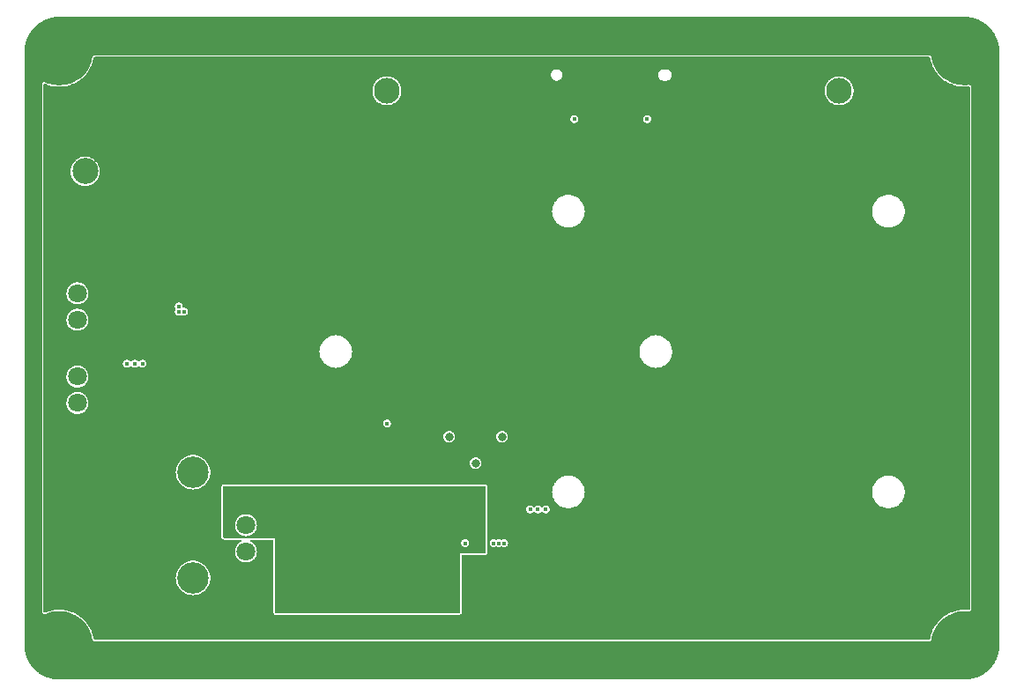
<source format=gbr>
%FSLAX46Y46*%
%MOMM*%
%AMPS14*
1,1,3.013000,0.000000,0.000000*
%
%ADD14PS14*%
%AMPS10*
1,1,2.600000,0.000000,0.000000*
%
%ADD10PS10*%
%AMPS15*
1,1,1.800000,0.000000,0.000000*
%
%ADD15PS15*%
%AMPS13*
1,1,2.470000,0.000000,0.000000*
%
%ADD13PS13*%
%AMPS11*
1,1,2.500000,0.000000,0.000000*
%
%ADD11PS11*%
%AMPS16*
1,1,1.800000,0.000000,0.000000*
%
%ADD16PS16*%
%AMPS17*
1,1,0.800000,0.000000,0.000000*
%
%ADD17PS17*%
%AMPS12*
1,1,6.450000,0.000000,0.000000*
%
%ADD12PS12*%
%AMPS18*
1,1,0.450000,0.000000,0.000000*
%
%ADD18PS18*%
G01*
%LPD*%
G36*
X90498435Y-31840000D02*
X90499664Y-31839992D01*
X90580721Y-31838996D01*
X90583171Y-31838936D01*
X90662645Y-31836010D01*
X90665099Y-31835890D01*
X90744507Y-31831011D01*
X90746954Y-31830830D01*
X90826137Y-31824011D01*
X90828579Y-31823771D01*
X90907615Y-31815006D01*
X90910051Y-31814705D01*
X90988894Y-31803997D01*
X90991322Y-31803637D01*
X91069771Y-31791014D01*
X91072189Y-31790595D01*
X91150386Y-31776036D01*
X91152793Y-31775557D01*
X91230629Y-31759079D01*
X91233023Y-31758541D01*
X91310336Y-31740181D01*
X91312718Y-31739584D01*
X91389633Y-31719311D01*
X91391998Y-31718657D01*
X91468373Y-31696509D01*
X91470722Y-31695797D01*
X91546524Y-31671783D01*
X91548854Y-31671013D01*
X91624018Y-31645155D01*
X91626329Y-31644328D01*
X91700924Y-31616600D01*
X91703213Y-31615717D01*
X91776998Y-31586210D01*
X91779266Y-31585271D01*
X91852389Y-31553926D01*
X91854633Y-31552931D01*
X91926909Y-31519826D01*
X91929128Y-31518776D01*
X92000589Y-31483898D01*
X92002781Y-31482795D01*
X92073378Y-31446167D01*
X92075543Y-31445010D01*
X92145212Y-31406664D01*
X92147347Y-31405454D01*
X92216019Y-31365431D01*
X92218124Y-31364169D01*
X92285844Y-31322441D01*
X92287918Y-31321128D01*
X92354577Y-31277761D01*
X92356617Y-31276398D01*
X92422167Y-31231426D01*
X92424173Y-31230013D01*
X92488648Y-31183411D01*
X92490620Y-31181949D01*
X92553857Y-31133835D01*
X92555792Y-31132325D01*
X92617924Y-31082598D01*
X92619822Y-31081040D01*
X92680661Y-31029848D01*
X92682518Y-31028246D01*
X92742056Y-30975601D01*
X92743876Y-30973952D01*
X92802188Y-30919782D01*
X92803964Y-30918091D01*
X92860849Y-30862586D01*
X92862586Y-30860849D01*
X92918091Y-30803964D01*
X92919782Y-30802188D01*
X92973952Y-30743876D01*
X92975601Y-30742056D01*
X93028246Y-30682518D01*
X93029848Y-30680661D01*
X93081040Y-30619822D01*
X93082598Y-30617924D01*
X93132325Y-30555792D01*
X93133835Y-30553857D01*
X93181949Y-30490620D01*
X93183411Y-30488648D01*
X93230013Y-30424173D01*
X93231426Y-30422167D01*
X93276398Y-30356617D01*
X93277761Y-30354577D01*
X93321128Y-30287918D01*
X93322441Y-30285844D01*
X93364169Y-30218124D01*
X93365431Y-30216019D01*
X93405454Y-30147347D01*
X93406664Y-30145212D01*
X93445010Y-30075543D01*
X93446167Y-30073378D01*
X93482795Y-30002781D01*
X93483898Y-30000589D01*
X93518776Y-29929128D01*
X93519826Y-29926909D01*
X93552931Y-29854633D01*
X93553926Y-29852389D01*
X93585271Y-29779266D01*
X93586210Y-29776998D01*
X93615717Y-29703213D01*
X93616600Y-29700924D01*
X93644328Y-29626329D01*
X93645155Y-29624018D01*
X93671013Y-29548854D01*
X93671783Y-29546524D01*
X93695797Y-29470722D01*
X93696509Y-29468373D01*
X93718657Y-29391998D01*
X93719311Y-29389633D01*
X93739584Y-29312718D01*
X93740181Y-29310336D01*
X93758541Y-29233023D01*
X93759079Y-29230629D01*
X93775557Y-29152793D01*
X93776036Y-29150386D01*
X93790595Y-29072189D01*
X93791014Y-29069771D01*
X93803637Y-28991322D01*
X93803997Y-28988894D01*
X93814705Y-28910051D01*
X93815006Y-28907615D01*
X93823771Y-28828579D01*
X93824011Y-28826137D01*
X93830830Y-28746954D01*
X93831011Y-28744507D01*
X93835890Y-28665099D01*
X93836010Y-28662645D01*
X93838936Y-28583171D01*
X93838996Y-28580721D01*
X93839992Y-28499664D01*
X93840000Y-28498435D01*
X93840000Y28498435D01*
X93839992Y28499664D01*
X93838996Y28580721D01*
X93838936Y28583171D01*
X93836010Y28662645D01*
X93835890Y28665099D01*
X93831011Y28744507D01*
X93830830Y28746954D01*
X93824011Y28826137D01*
X93823771Y28828579D01*
X93815006Y28907615D01*
X93814705Y28910051D01*
X93803997Y28988894D01*
X93803637Y28991322D01*
X93791014Y29069771D01*
X93790595Y29072189D01*
X93776036Y29150386D01*
X93775557Y29152793D01*
X93759079Y29230629D01*
X93758541Y29233023D01*
X93740181Y29310336D01*
X93739584Y29312718D01*
X93719311Y29389633D01*
X93718657Y29391998D01*
X93696509Y29468373D01*
X93695797Y29470722D01*
X93671783Y29546524D01*
X93671013Y29548854D01*
X93645155Y29624018D01*
X93644328Y29626329D01*
X93616600Y29700924D01*
X93615717Y29703213D01*
X93586210Y29776998D01*
X93585271Y29779266D01*
X93553926Y29852389D01*
X93552931Y29854633D01*
X93519826Y29926909D01*
X93518776Y29929128D01*
X93483898Y30000589D01*
X93482795Y30002781D01*
X93446167Y30073378D01*
X93445010Y30075543D01*
X93406664Y30145212D01*
X93405454Y30147347D01*
X93365431Y30216019D01*
X93364169Y30218124D01*
X93322441Y30285844D01*
X93321128Y30287918D01*
X93277761Y30354577D01*
X93276398Y30356617D01*
X93231426Y30422167D01*
X93230013Y30424173D01*
X93183411Y30488648D01*
X93181949Y30490620D01*
X93133835Y30553857D01*
X93132325Y30555792D01*
X93082598Y30617924D01*
X93081040Y30619822D01*
X93029848Y30680661D01*
X93028246Y30682518D01*
X92975601Y30742056D01*
X92973952Y30743876D01*
X92919782Y30802188D01*
X92918091Y30803964D01*
X92862586Y30860849D01*
X92860849Y30862586D01*
X92803964Y30918091D01*
X92802188Y30919782D01*
X92743876Y30973952D01*
X92742056Y30975601D01*
X92682518Y31028246D01*
X92680661Y31029848D01*
X92619822Y31081040D01*
X92617924Y31082598D01*
X92555792Y31132325D01*
X92553857Y31133835D01*
X92490620Y31181949D01*
X92488648Y31183411D01*
X92424173Y31230013D01*
X92422167Y31231426D01*
X92356617Y31276398D01*
X92354577Y31277761D01*
X92287918Y31321128D01*
X92285844Y31322441D01*
X92218124Y31364169D01*
X92216019Y31365431D01*
X92147347Y31405454D01*
X92145212Y31406664D01*
X92075543Y31445010D01*
X92073378Y31446167D01*
X92002781Y31482795D01*
X92000589Y31483898D01*
X91929128Y31518776D01*
X91926909Y31519826D01*
X91854633Y31552931D01*
X91852389Y31553926D01*
X91779266Y31585271D01*
X91776998Y31586210D01*
X91703213Y31615717D01*
X91700924Y31616600D01*
X91626329Y31644328D01*
X91624018Y31645155D01*
X91548854Y31671013D01*
X91546524Y31671783D01*
X91470722Y31695797D01*
X91468373Y31696509D01*
X91391998Y31718657D01*
X91389633Y31719311D01*
X91312718Y31739584D01*
X91310336Y31740181D01*
X91233023Y31758541D01*
X91230629Y31759079D01*
X91152793Y31775557D01*
X91150386Y31776036D01*
X91072189Y31790595D01*
X91069771Y31791014D01*
X90991322Y31803637D01*
X90988894Y31803997D01*
X90910051Y31814705D01*
X90907615Y31815006D01*
X90828579Y31823771D01*
X90826137Y31824011D01*
X90746954Y31830830D01*
X90744507Y31831011D01*
X90665099Y31835890D01*
X90662645Y31836010D01*
X90583171Y31838936D01*
X90580721Y31838996D01*
X90499664Y31839992D01*
X90498435Y31840000D01*
X3501564Y31840000D01*
X3500335Y31839992D01*
X3419277Y31838996D01*
X3416827Y31838936D01*
X3337353Y31836010D01*
X3334899Y31835890D01*
X3255491Y31831011D01*
X3253044Y31830830D01*
X3173861Y31824011D01*
X3171419Y31823771D01*
X3092383Y31815006D01*
X3089947Y31814705D01*
X3011104Y31803997D01*
X3008676Y31803637D01*
X2930227Y31791014D01*
X2927809Y31790595D01*
X2849612Y31776036D01*
X2847205Y31775557D01*
X2769369Y31759079D01*
X2766975Y31758541D01*
X2689662Y31740181D01*
X2687280Y31739584D01*
X2610365Y31719311D01*
X2608000Y31718657D01*
X2531625Y31696509D01*
X2529276Y31695797D01*
X2453462Y31671779D01*
X2451133Y31671009D01*
X2375993Y31645160D01*
X2373681Y31644333D01*
X2299089Y31616606D01*
X2296799Y31615722D01*
X2222968Y31586196D01*
X2220700Y31585257D01*
X2147614Y31553927D01*
X2145372Y31552933D01*
X2073102Y31519832D01*
X2070882Y31518782D01*
X1999392Y31483889D01*
X1997201Y31482787D01*
X1926637Y31446177D01*
X1924472Y31445019D01*
X1854793Y31406668D01*
X1852656Y31405458D01*
X1783966Y31365423D01*
X1781863Y31364162D01*
X1714160Y31322446D01*
X1712084Y31321132D01*
X1645420Y31277761D01*
X1643381Y31276398D01*
X1577831Y31231426D01*
X1575825Y31230013D01*
X1511350Y31183411D01*
X1509378Y31181949D01*
X1446141Y31133835D01*
X1444206Y31132325D01*
X1382074Y31082598D01*
X1380176Y31081040D01*
X1319356Y31029864D01*
X1317498Y31028261D01*
X1257906Y30975567D01*
X1256088Y30973920D01*
X1197829Y30919801D01*
X1196052Y30918108D01*
X1139149Y30862585D01*
X1137412Y30860849D01*
X1081907Y30803964D01*
X1080216Y30802188D01*
X1026046Y30743876D01*
X1024397Y30742056D01*
X971752Y30682518D01*
X970149Y30680660D01*
X918946Y30619807D01*
X917389Y30617910D01*
X867686Y30555808D01*
X866177Y30553874D01*
X818039Y30490606D01*
X816577Y30488634D01*
X769995Y30424188D01*
X768581Y30422181D01*
X723595Y30356610D01*
X722231Y30354569D01*
X678876Y30287927D01*
X677563Y30285854D01*
X635829Y30218124D01*
X634568Y30216019D01*
X594545Y30147347D01*
X593335Y30145212D01*
X554989Y30075543D01*
X553832Y30073378D01*
X517204Y30002781D01*
X516101Y30000589D01*
X481223Y29929128D01*
X480174Y29926910D01*
X447062Y29854620D01*
X446066Y29852374D01*
X414736Y29779284D01*
X413798Y29777019D01*
X384277Y29703203D01*
X383393Y29700911D01*
X355668Y29626322D01*
X354841Y29624011D01*
X328990Y29548865D01*
X328220Y29546536D01*
X304202Y29470722D01*
X303490Y29468373D01*
X281342Y29391998D01*
X280688Y29389633D01*
X260415Y29312718D01*
X259818Y29310336D01*
X241458Y29233023D01*
X240920Y29230629D01*
X224442Y29152793D01*
X223963Y29150386D01*
X209404Y29072189D01*
X208985Y29069771D01*
X196362Y28991322D01*
X196002Y28988894D01*
X185294Y28910051D01*
X184993Y28907615D01*
X176228Y28828579D01*
X175988Y28826137D01*
X169169Y28746954D01*
X168988Y28744507D01*
X164109Y28665099D01*
X163989Y28662645D01*
X161063Y28583171D01*
X161003Y28580720D01*
X160008Y28499668D01*
X160000Y28498440D01*
X160000Y-28498440D01*
X160008Y-28499668D01*
X161003Y-28580720D01*
X161063Y-28583171D01*
X163989Y-28662645D01*
X164109Y-28665099D01*
X168988Y-28744507D01*
X169169Y-28746954D01*
X175988Y-28826137D01*
X176228Y-28828579D01*
X184993Y-28907615D01*
X185294Y-28910051D01*
X196002Y-28988894D01*
X196362Y-28991322D01*
X208985Y-29069771D01*
X209404Y-29072189D01*
X223963Y-29150386D01*
X224442Y-29152793D01*
X240920Y-29230629D01*
X241458Y-29233023D01*
X259818Y-29310336D01*
X260415Y-29312718D01*
X280688Y-29389633D01*
X281342Y-29391998D01*
X303490Y-29468373D01*
X304202Y-29470722D01*
X328220Y-29546536D01*
X328990Y-29548865D01*
X354841Y-29624011D01*
X355668Y-29626322D01*
X383393Y-29700911D01*
X384277Y-29703203D01*
X413798Y-29777019D01*
X414736Y-29779284D01*
X446066Y-29852374D01*
X447062Y-29854620D01*
X480174Y-29926910D01*
X481223Y-29929128D01*
X516101Y-30000589D01*
X517204Y-30002781D01*
X553832Y-30073378D01*
X554989Y-30075543D01*
X593335Y-30145212D01*
X594545Y-30147347D01*
X634568Y-30216019D01*
X635829Y-30218124D01*
X677563Y-30285854D01*
X678876Y-30287927D01*
X722231Y-30354569D01*
X723595Y-30356610D01*
X768581Y-30422181D01*
X769995Y-30424188D01*
X816577Y-30488634D01*
X818039Y-30490606D01*
X866177Y-30553874D01*
X867686Y-30555808D01*
X917389Y-30617910D01*
X918946Y-30619807D01*
X970149Y-30680660D01*
X971752Y-30682518D01*
X1024397Y-30742056D01*
X1026046Y-30743876D01*
X1080216Y-30802188D01*
X1081907Y-30803964D01*
X1137412Y-30860849D01*
X1139149Y-30862585D01*
X1196052Y-30918108D01*
X1197829Y-30919801D01*
X1256088Y-30973920D01*
X1257906Y-30975567D01*
X1317498Y-31028261D01*
X1319356Y-31029864D01*
X1380176Y-31081040D01*
X1382074Y-31082598D01*
X1444206Y-31132325D01*
X1446141Y-31133835D01*
X1509378Y-31181949D01*
X1511350Y-31183411D01*
X1575825Y-31230013D01*
X1577831Y-31231426D01*
X1643381Y-31276398D01*
X1645420Y-31277761D01*
X1712084Y-31321132D01*
X1714160Y-31322446D01*
X1781863Y-31364162D01*
X1783966Y-31365423D01*
X1852656Y-31405458D01*
X1854793Y-31406668D01*
X1924472Y-31445019D01*
X1926637Y-31446177D01*
X1997201Y-31482787D01*
X1999392Y-31483889D01*
X2070882Y-31518782D01*
X2073102Y-31519832D01*
X2145372Y-31552933D01*
X2147614Y-31553927D01*
X2220700Y-31585257D01*
X2222968Y-31586196D01*
X2296799Y-31615722D01*
X2299089Y-31616606D01*
X2373681Y-31644333D01*
X2375993Y-31645160D01*
X2451133Y-31671009D01*
X2453462Y-31671779D01*
X2529276Y-31695797D01*
X2531625Y-31696509D01*
X2608000Y-31718657D01*
X2610365Y-31719311D01*
X2687280Y-31739584D01*
X2689662Y-31740181D01*
X2766975Y-31758541D01*
X2769369Y-31759079D01*
X2847205Y-31775557D01*
X2849612Y-31776036D01*
X2927809Y-31790595D01*
X2930227Y-31791014D01*
X3008676Y-31803637D01*
X3011104Y-31803997D01*
X3089947Y-31814705D01*
X3092383Y-31815006D01*
X3171419Y-31823771D01*
X3173861Y-31824011D01*
X3253044Y-31830830D01*
X3255491Y-31831011D01*
X3334899Y-31835890D01*
X3337353Y-31836010D01*
X3416827Y-31838936D01*
X3419277Y-31838996D01*
X3500335Y-31839992D01*
X3501564Y-31840000D01*
X90498435Y-31840000D01*
D02*
G37*
%LPC*%
G36*
X87069837Y-28155000D02*
X6927925Y-28155000D01*
X6905253Y-28153743D01*
X6893788Y-28152468D01*
X6832599Y-28135776D01*
X6806824Y-28124208D01*
X6785358Y-28112569D01*
X6749002Y-28082118D01*
X6728742Y-28060294D01*
X6713518Y-28041207D01*
X6691921Y-27998996D01*
X6682206Y-27972179D01*
X6672173Y-27932461D01*
X6664313Y-27879470D01*
X6663475Y-27874642D01*
X6661986Y-27867153D01*
X6660909Y-27862356D01*
X6588249Y-27572284D01*
X6586941Y-27567556D01*
X6584735Y-27560283D01*
X6583194Y-27555620D01*
X6482450Y-27274060D01*
X6480687Y-27269487D01*
X6477779Y-27262465D01*
X6475787Y-27257971D01*
X6347917Y-26987615D01*
X6345711Y-26983232D01*
X6342140Y-26976551D01*
X6339720Y-26972280D01*
X6185966Y-26715755D01*
X6183339Y-26711607D01*
X6179128Y-26705305D01*
X6176303Y-26701293D01*
X5998147Y-26461079D01*
X5995131Y-26457214D01*
X5990315Y-26451345D01*
X5987105Y-26447624D01*
X5786274Y-26226041D01*
X5782890Y-26222486D01*
X5777514Y-26217110D01*
X5773959Y-26213726D01*
X5552376Y-26012895D01*
X5548655Y-26009685D01*
X5542786Y-26004869D01*
X5538921Y-26001853D01*
X5298707Y-25823697D01*
X5294695Y-25820872D01*
X5288393Y-25816661D01*
X5284245Y-25814034D01*
X5027720Y-25660280D01*
X5023449Y-25657860D01*
X5016768Y-25654289D01*
X5012385Y-25652083D01*
X4742029Y-25524213D01*
X4737535Y-25522221D01*
X4730513Y-25519313D01*
X4725940Y-25517550D01*
X4444380Y-25416806D01*
X4439717Y-25415265D01*
X4432444Y-25413059D01*
X4427716Y-25411751D01*
X4137638Y-25339090D01*
X4132858Y-25338016D01*
X4125381Y-25336528D01*
X4120536Y-25335687D01*
X3824718Y-25291808D01*
X3819861Y-25291209D01*
X3812318Y-25290465D01*
X3807409Y-25290102D01*
X3508692Y-25275427D01*
X3503785Y-25275307D01*
X3496215Y-25275307D01*
X3491308Y-25275427D01*
X3192591Y-25290102D01*
X3187682Y-25290465D01*
X3180139Y-25291209D01*
X3175282Y-25291808D01*
X2879464Y-25335687D01*
X2874619Y-25336528D01*
X2867142Y-25338016D01*
X2862362Y-25339090D01*
X2572284Y-25411751D01*
X2567556Y-25413059D01*
X2560283Y-25415265D01*
X2555620Y-25416806D01*
X2274073Y-25517545D01*
X2269487Y-25519314D01*
X2262451Y-25522229D01*
X2257971Y-25524215D01*
X2213668Y-25545168D01*
X2174137Y-25559121D01*
X2143308Y-25566562D01*
X2118283Y-25570589D01*
X2071019Y-25568550D01*
X2041661Y-25563557D01*
X2017969Y-25557673D01*
X1975143Y-25537312D01*
X1950052Y-25521261D01*
X1930532Y-25506602D01*
X1899040Y-25471151D01*
X1882200Y-25446589D01*
X1869943Y-25425476D01*
X1854772Y-25380550D01*
X1849098Y-25352605D01*
X1845000Y-25311831D01*
X1845000Y25311721D01*
X1849287Y25353409D01*
X1855739Y25384449D01*
X1862806Y25408815D01*
X1884855Y25450663D01*
X1901921Y25475068D01*
X1917371Y25493969D01*
X1954090Y25523981D01*
X1979318Y25539793D01*
X2000917Y25551172D01*
X2046437Y25564486D01*
X2075827Y25569205D01*
X2100158Y25571259D01*
X2147262Y25565765D01*
X2174957Y25558945D01*
X2213557Y25545221D01*
X2257971Y25524215D01*
X2262451Y25522229D01*
X2269487Y25519314D01*
X2274073Y25517545D01*
X2555620Y25416806D01*
X2560283Y25415265D01*
X2567556Y25413059D01*
X2572284Y25411751D01*
X2862362Y25339090D01*
X2867142Y25338016D01*
X2874619Y25336528D01*
X2879464Y25335687D01*
X3175282Y25291808D01*
X3180139Y25291209D01*
X3187682Y25290465D01*
X3192591Y25290102D01*
X3491308Y25275427D01*
X3496215Y25275307D01*
X3503785Y25275307D01*
X3508692Y25275427D01*
X3807409Y25290102D01*
X3812318Y25290465D01*
X3819861Y25291209D01*
X3824718Y25291808D01*
X4120536Y25335687D01*
X4125381Y25336528D01*
X4132858Y25338016D01*
X4137638Y25339090D01*
X4427716Y25411751D01*
X4432444Y25413059D01*
X4439717Y25415265D01*
X4444380Y25416806D01*
X4725940Y25517550D01*
X4730513Y25519313D01*
X4737535Y25522221D01*
X4742029Y25524213D01*
X5012385Y25652083D01*
X5016768Y25654289D01*
X5023449Y25657860D01*
X5027720Y25660280D01*
X5284245Y25814034D01*
X5288393Y25816661D01*
X5294695Y25820872D01*
X5298707Y25823697D01*
X5538921Y26001853D01*
X5542786Y26004869D01*
X5548655Y26009685D01*
X5552376Y26012895D01*
X5773959Y26213726D01*
X5777514Y26217110D01*
X5782890Y26222486D01*
X5786274Y26226041D01*
X5987105Y26447624D01*
X5990315Y26451345D01*
X5995131Y26457214D01*
X5998147Y26461079D01*
X6176303Y26701293D01*
X6179128Y26705305D01*
X6183339Y26711607D01*
X6185966Y26715755D01*
X6339720Y26972280D01*
X6342140Y26976551D01*
X6345711Y26983232D01*
X6347917Y26987615D01*
X6475787Y27257971D01*
X6477779Y27262465D01*
X6480687Y27269487D01*
X6482450Y27274060D01*
X6583194Y27555620D01*
X6584735Y27560283D01*
X6586941Y27567556D01*
X6588249Y27572284D01*
X6660909Y27862356D01*
X6661986Y27867153D01*
X6663475Y27874642D01*
X6664313Y27879470D01*
X6672503Y27934681D01*
X6677067Y27956898D01*
X6680015Y27968067D01*
X6705500Y28026136D01*
X6720733Y28049948D01*
X6735392Y28069468D01*
X6770843Y28100960D01*
X6795405Y28117800D01*
X6816518Y28130057D01*
X6861444Y28145228D01*
X6889389Y28150902D01*
X6930163Y28155000D01*
X87072075Y28155000D01*
X87094747Y28153743D01*
X87106212Y28152468D01*
X87167401Y28135776D01*
X87193176Y28124208D01*
X87214642Y28112569D01*
X87250998Y28082118D01*
X87271258Y28060294D01*
X87286482Y28041207D01*
X87308079Y27998996D01*
X87317794Y27972179D01*
X87327827Y27932461D01*
X87335687Y27879470D01*
X87336525Y27874642D01*
X87338014Y27867153D01*
X87339091Y27862356D01*
X87411751Y27572284D01*
X87413059Y27567556D01*
X87415265Y27560283D01*
X87416806Y27555620D01*
X87517550Y27274060D01*
X87519313Y27269487D01*
X87522221Y27262465D01*
X87524213Y27257971D01*
X87652083Y26987615D01*
X87654289Y26983232D01*
X87657860Y26976551D01*
X87660280Y26972280D01*
X87814034Y26715755D01*
X87816661Y26711607D01*
X87820872Y26705305D01*
X87823697Y26701293D01*
X88001853Y26461079D01*
X88004869Y26457214D01*
X88009685Y26451345D01*
X88012895Y26447624D01*
X88213726Y26226041D01*
X88217110Y26222486D01*
X88222486Y26217110D01*
X88226041Y26213726D01*
X88447624Y26012895D01*
X88451345Y26009685D01*
X88457214Y26004869D01*
X88461079Y26001853D01*
X88701293Y25823697D01*
X88705305Y25820872D01*
X88711607Y25816661D01*
X88715755Y25814034D01*
X88972280Y25660280D01*
X88976551Y25657860D01*
X88983232Y25654289D01*
X88987615Y25652083D01*
X89257971Y25524213D01*
X89262465Y25522221D01*
X89269487Y25519313D01*
X89274060Y25517550D01*
X89555620Y25416806D01*
X89560283Y25415265D01*
X89567556Y25413059D01*
X89572284Y25411751D01*
X89862362Y25339090D01*
X89867142Y25338016D01*
X89874619Y25336528D01*
X89879464Y25335687D01*
X90175282Y25291808D01*
X90180139Y25291209D01*
X90187682Y25290465D01*
X90192591Y25290102D01*
X90491308Y25275427D01*
X90496215Y25275307D01*
X90503785Y25275307D01*
X90508692Y25275427D01*
X90807419Y25290103D01*
X90812318Y25290465D01*
X90819848Y25291207D01*
X90824714Y25291807D01*
X90856199Y25296477D01*
X90908880Y25297438D01*
X90948013Y25293086D01*
X90983350Y25285384D01*
X91024857Y25265650D01*
X91049948Y25249599D01*
X91069468Y25234940D01*
X91100960Y25199489D01*
X91117800Y25174927D01*
X91130057Y25153814D01*
X91145228Y25108888D01*
X91150902Y25080943D01*
X91155000Y25040169D01*
X91155000Y-25038725D01*
X91148221Y-25090977D01*
X91138171Y-25129060D01*
X91125372Y-25162871D01*
X91099755Y-25201045D01*
X91080212Y-25223490D01*
X91062838Y-25240658D01*
X91023146Y-25266610D01*
X90996384Y-25279662D01*
X90973701Y-25288689D01*
X90927033Y-25297105D01*
X90898559Y-25298618D01*
X90857629Y-25296689D01*
X90824714Y-25291807D01*
X90819848Y-25291207D01*
X90812318Y-25290465D01*
X90807419Y-25290103D01*
X90508692Y-25275427D01*
X90503785Y-25275307D01*
X90496215Y-25275307D01*
X90491308Y-25275427D01*
X90192591Y-25290102D01*
X90187682Y-25290465D01*
X90180139Y-25291209D01*
X90175282Y-25291808D01*
X89879464Y-25335687D01*
X89874619Y-25336528D01*
X89867142Y-25338016D01*
X89862362Y-25339090D01*
X89572284Y-25411751D01*
X89567556Y-25413059D01*
X89560283Y-25415265D01*
X89555620Y-25416806D01*
X89274060Y-25517550D01*
X89269487Y-25519313D01*
X89262465Y-25522221D01*
X89257971Y-25524213D01*
X88987615Y-25652083D01*
X88983232Y-25654289D01*
X88976551Y-25657860D01*
X88972280Y-25660280D01*
X88715755Y-25814034D01*
X88711607Y-25816661D01*
X88705305Y-25820872D01*
X88701293Y-25823697D01*
X88461079Y-26001853D01*
X88457214Y-26004869D01*
X88451345Y-26009685D01*
X88447624Y-26012895D01*
X88226041Y-26213726D01*
X88222486Y-26217110D01*
X88217110Y-26222486D01*
X88213726Y-26226041D01*
X88012895Y-26447624D01*
X88009685Y-26451345D01*
X88004869Y-26457214D01*
X88001853Y-26461079D01*
X87823697Y-26701293D01*
X87820872Y-26705305D01*
X87816661Y-26711607D01*
X87814034Y-26715755D01*
X87660280Y-26972280D01*
X87657860Y-26976551D01*
X87654289Y-26983232D01*
X87652083Y-26987615D01*
X87524213Y-27257971D01*
X87522221Y-27262465D01*
X87519313Y-27269487D01*
X87517550Y-27274060D01*
X87416806Y-27555620D01*
X87415265Y-27560283D01*
X87413059Y-27567556D01*
X87411751Y-27572284D01*
X87339091Y-27862356D01*
X87338014Y-27867153D01*
X87336525Y-27874642D01*
X87335687Y-27879470D01*
X87327497Y-27934681D01*
X87322933Y-27956898D01*
X87319985Y-27968067D01*
X87294500Y-28026136D01*
X87279267Y-28049948D01*
X87264608Y-28069468D01*
X87229157Y-28100960D01*
X87204595Y-28117800D01*
X87183482Y-28130057D01*
X87138556Y-28145228D01*
X87110611Y-28150902D01*
X87069837Y-28155000D01*
D02*
G37*
%LPD*%
G36*
X87074852Y-28000000D02*
X87113856Y-27992080D01*
X87146681Y-27969575D01*
X87168129Y-27936048D01*
X87173770Y-27914672D01*
X87183285Y-27850524D01*
X87187212Y-27830779D01*
X87262917Y-27528550D01*
X87268757Y-27509298D01*
X87373718Y-27215950D01*
X87381422Y-27197352D01*
X87514636Y-26915696D01*
X87524119Y-26897954D01*
X87684298Y-26630711D01*
X87695477Y-26613979D01*
X87881082Y-26363721D01*
X87893846Y-26348169D01*
X88103078Y-26117316D01*
X88117316Y-26103078D01*
X88348169Y-25893846D01*
X88363721Y-25881082D01*
X88613979Y-25695477D01*
X88630711Y-25684298D01*
X88897954Y-25524119D01*
X88915696Y-25514636D01*
X89197352Y-25381422D01*
X89215950Y-25373718D01*
X89509298Y-25268757D01*
X89528550Y-25262917D01*
X89830779Y-25187212D01*
X89850522Y-25183285D01*
X90158738Y-25137566D01*
X90178725Y-25135597D01*
X90489951Y-25120307D01*
X90510049Y-25120307D01*
X90821275Y-25135597D01*
X90841265Y-25137566D01*
X90885328Y-25144102D01*
X90925071Y-25141990D01*
X90960844Y-25124544D01*
X90986978Y-25094528D01*
X91000000Y-25045184D01*
X91000000Y25045184D01*
X90992080Y25084188D01*
X90969575Y25117013D01*
X90936048Y25138461D01*
X90885328Y25144102D01*
X90841265Y25137566D01*
X90821275Y25135597D01*
X90510049Y25120307D01*
X90489951Y25120307D01*
X90178725Y25135597D01*
X90158738Y25137566D01*
X89850522Y25183285D01*
X89830779Y25187212D01*
X89528550Y25262917D01*
X89509298Y25268757D01*
X89215950Y25373718D01*
X89197352Y25381422D01*
X88915696Y25514636D01*
X88897954Y25524119D01*
X88630711Y25684298D01*
X88613979Y25695477D01*
X88363721Y25881082D01*
X88348169Y25893846D01*
X88117316Y26103078D01*
X88103078Y26117316D01*
X87893846Y26348169D01*
X87881082Y26363721D01*
X87695477Y26613979D01*
X87684298Y26630711D01*
X87524119Y26897954D01*
X87514636Y26915696D01*
X87381422Y27197352D01*
X87373718Y27215950D01*
X87268757Y27509298D01*
X87262917Y27528550D01*
X87187212Y27830779D01*
X87183285Y27850524D01*
X87173770Y27914672D01*
X87160213Y27952092D01*
X87133135Y27981260D01*
X87096824Y27997556D01*
X87074852Y28000000D01*
X6925148Y28000000D01*
X6886144Y27992080D01*
X6853319Y27969575D01*
X6831871Y27936048D01*
X6826230Y27914672D01*
X6816715Y27850524D01*
X6812788Y27830779D01*
X6737083Y27528550D01*
X6731243Y27509298D01*
X6626282Y27215950D01*
X6618578Y27197352D01*
X6485364Y26915696D01*
X6475881Y26897954D01*
X6315702Y26630711D01*
X6304523Y26613979D01*
X6118918Y26363721D01*
X6106154Y26348169D01*
X5896922Y26117316D01*
X5882684Y26103078D01*
X5651831Y25893846D01*
X5636279Y25881082D01*
X5386021Y25695477D01*
X5369289Y25684298D01*
X5102046Y25524119D01*
X5084304Y25514636D01*
X4802648Y25381422D01*
X4784050Y25373718D01*
X4490702Y25268757D01*
X4471450Y25262917D01*
X4169221Y25187212D01*
X4149478Y25183285D01*
X3841262Y25137566D01*
X3821275Y25135597D01*
X3510049Y25120307D01*
X3489951Y25120307D01*
X3178725Y25135597D01*
X3158738Y25137566D01*
X2850522Y25183285D01*
X2830779Y25187212D01*
X2528550Y25262917D01*
X2509298Y25268757D01*
X2215950Y25373718D01*
X2197360Y25381419D01*
X2142756Y25407245D01*
X2104111Y25416761D01*
X2064815Y25410451D01*
X2031092Y25389314D01*
X2008284Y25356698D01*
X2000000Y25316846D01*
X2000000Y-25316846D01*
X2007920Y-25355850D01*
X2030425Y-25388675D01*
X2063952Y-25410123D01*
X2103188Y-25416795D01*
X2142756Y-25407245D01*
X2197360Y-25381419D01*
X2215950Y-25373718D01*
X2509298Y-25268757D01*
X2528550Y-25262917D01*
X2830779Y-25187212D01*
X2850522Y-25183285D01*
X3158738Y-25137566D01*
X3178725Y-25135597D01*
X3489951Y-25120307D01*
X3510049Y-25120307D01*
X3821275Y-25135597D01*
X3841262Y-25137566D01*
X4149478Y-25183285D01*
X4169221Y-25187212D01*
X4471450Y-25262917D01*
X4490702Y-25268757D01*
X4784050Y-25373718D01*
X4802648Y-25381422D01*
X5084304Y-25514636D01*
X5102046Y-25524119D01*
X5369289Y-25684298D01*
X5386021Y-25695477D01*
X5636279Y-25881082D01*
X5651831Y-25893846D01*
X5882684Y-26103078D01*
X5896922Y-26117316D01*
X6106154Y-26348169D01*
X6118918Y-26363721D01*
X6304523Y-26613979D01*
X6315702Y-26630711D01*
X6475881Y-26897954D01*
X6485364Y-26915696D01*
X6618578Y-27197352D01*
X6626282Y-27215950D01*
X6731243Y-27509298D01*
X6737083Y-27528550D01*
X6812788Y-27830779D01*
X6816715Y-27850524D01*
X6826230Y-27914672D01*
X6839787Y-27952092D01*
X6866865Y-27981260D01*
X6903176Y-27997556D01*
X6925148Y-28000000D01*
X87074852Y-28000000D01*
D02*
G37*
%LPC*%
G36*
X61799420Y25695000D02*
X61600580Y25695000D01*
X61595629Y25695061D01*
X61577777Y25695499D01*
X61567763Y25695992D01*
X61550608Y25697258D01*
X61540586Y25698245D01*
X61523565Y25700344D01*
X61513596Y25701822D01*
X61496672Y25704758D01*
X61486824Y25706717D01*
X61470020Y25710491D01*
X61460314Y25712923D01*
X61443702Y25717520D01*
X61434112Y25720428D01*
X61417761Y25725830D01*
X61408324Y25729208D01*
X61392297Y25735390D01*
X61382982Y25739248D01*
X61367300Y25746199D01*
X61358197Y25750504D01*
X61342856Y25758226D01*
X61333983Y25762970D01*
X61319022Y25771445D01*
X61310378Y25776625D01*
X61295895Y25785797D01*
X61287496Y25791408D01*
X61273506Y25801261D01*
X61265394Y25807277D01*
X61251861Y25817839D01*
X61244066Y25824236D01*
X61231060Y25835455D01*
X61223606Y25842213D01*
X61211176Y25854047D01*
X61204047Y25861176D01*
X61192213Y25873606D01*
X61185455Y25881060D01*
X61174236Y25894066D01*
X61167839Y25901861D01*
X61157277Y25915394D01*
X61151261Y25923506D01*
X61141408Y25937496D01*
X61135797Y25945895D01*
X61126625Y25960378D01*
X61121445Y25969022D01*
X61112970Y25983983D01*
X61108226Y25992856D01*
X61100504Y26008197D01*
X61096199Y26017300D01*
X61089248Y26032982D01*
X61085390Y26042297D01*
X61079208Y26058324D01*
X61075830Y26067761D01*
X61070428Y26084112D01*
X61067520Y26093702D01*
X61062923Y26110314D01*
X61060491Y26120020D01*
X61056717Y26136824D01*
X61054758Y26146672D01*
X61051822Y26163596D01*
X61050344Y26173565D01*
X61048245Y26190586D01*
X61047258Y26200608D01*
X61045992Y26217763D01*
X61045499Y26227777D01*
X61045077Y26244973D01*
X61045077Y26255027D01*
X61045499Y26272223D01*
X61045992Y26282237D01*
X61047258Y26299392D01*
X61048245Y26309414D01*
X61050344Y26326435D01*
X61051822Y26336404D01*
X61054758Y26353328D01*
X61056717Y26363176D01*
X61060491Y26379980D01*
X61062923Y26389686D01*
X61067520Y26406298D01*
X61070428Y26415888D01*
X61075830Y26432239D01*
X61079208Y26441676D01*
X61085390Y26457703D01*
X61089248Y26467018D01*
X61096199Y26482700D01*
X61100504Y26491803D01*
X61108226Y26507144D01*
X61112970Y26516017D01*
X61121445Y26530978D01*
X61126625Y26539622D01*
X61135797Y26554105D01*
X61141408Y26562504D01*
X61151261Y26576494D01*
X61157277Y26584606D01*
X61167839Y26598139D01*
X61174236Y26605934D01*
X61185455Y26618940D01*
X61192213Y26626394D01*
X61204047Y26638824D01*
X61211176Y26645953D01*
X61223606Y26657787D01*
X61231060Y26664545D01*
X61244066Y26675764D01*
X61251861Y26682161D01*
X61265394Y26692723D01*
X61273506Y26698739D01*
X61287496Y26708592D01*
X61295895Y26714203D01*
X61310378Y26723375D01*
X61319022Y26728555D01*
X61333983Y26737030D01*
X61342856Y26741774D01*
X61358197Y26749496D01*
X61367300Y26753801D01*
X61382982Y26760752D01*
X61392297Y26764610D01*
X61408324Y26770792D01*
X61417761Y26774170D01*
X61434112Y26779572D01*
X61443702Y26782480D01*
X61460314Y26787077D01*
X61470020Y26789509D01*
X61486824Y26793283D01*
X61496672Y26795242D01*
X61513596Y26798178D01*
X61523565Y26799656D01*
X61540586Y26801755D01*
X61550608Y26802742D01*
X61567763Y26804008D01*
X61577777Y26804501D01*
X61595629Y26804939D01*
X61600580Y26805000D01*
X61799420Y26805000D01*
X61804371Y26804939D01*
X61822223Y26804501D01*
X61832237Y26804008D01*
X61849392Y26802742D01*
X61859414Y26801755D01*
X61876435Y26799656D01*
X61886404Y26798178D01*
X61903328Y26795242D01*
X61913176Y26793283D01*
X61929980Y26789509D01*
X61939686Y26787077D01*
X61956298Y26782480D01*
X61965888Y26779572D01*
X61982239Y26774170D01*
X61991676Y26770792D01*
X62007703Y26764610D01*
X62017018Y26760752D01*
X62032700Y26753801D01*
X62041803Y26749496D01*
X62057144Y26741774D01*
X62066017Y26737030D01*
X62080978Y26728555D01*
X62089622Y26723375D01*
X62104105Y26714203D01*
X62112504Y26708592D01*
X62126494Y26698739D01*
X62134606Y26692723D01*
X62148139Y26682161D01*
X62155934Y26675764D01*
X62168940Y26664545D01*
X62176394Y26657787D01*
X62188824Y26645953D01*
X62195953Y26638824D01*
X62207787Y26626394D01*
X62214545Y26618940D01*
X62225764Y26605934D01*
X62232161Y26598139D01*
X62242723Y26584606D01*
X62248739Y26576494D01*
X62258592Y26562504D01*
X62264203Y26554105D01*
X62273375Y26539622D01*
X62278555Y26530978D01*
X62287030Y26516017D01*
X62291774Y26507144D01*
X62299496Y26491803D01*
X62303801Y26482700D01*
X62310752Y26467018D01*
X62314610Y26457703D01*
X62320792Y26441676D01*
X62324170Y26432239D01*
X62329572Y26415888D01*
X62332480Y26406298D01*
X62337077Y26389686D01*
X62339509Y26379980D01*
X62343283Y26363176D01*
X62345242Y26353328D01*
X62348178Y26336404D01*
X62349656Y26326435D01*
X62351755Y26309414D01*
X62352742Y26299392D01*
X62354008Y26282237D01*
X62354501Y26272223D01*
X62354923Y26255027D01*
X62354923Y26244973D01*
X62354501Y26227777D01*
X62354008Y26217763D01*
X62352742Y26200608D01*
X62351755Y26190586D01*
X62349656Y26173565D01*
X62348178Y26163596D01*
X62345242Y26146672D01*
X62343283Y26136824D01*
X62339509Y26120020D01*
X62337077Y26110314D01*
X62332480Y26093702D01*
X62329572Y26084112D01*
X62324170Y26067761D01*
X62320792Y26058324D01*
X62314610Y26042297D01*
X62310752Y26032982D01*
X62303801Y26017300D01*
X62299496Y26008197D01*
X62291774Y25992856D01*
X62287030Y25983983D01*
X62278555Y25969022D01*
X62273375Y25960378D01*
X62264203Y25945895D01*
X62258592Y25937496D01*
X62248739Y25923506D01*
X62242723Y25915394D01*
X62232161Y25901861D01*
X62225764Y25894066D01*
X62214545Y25881060D01*
X62207787Y25873606D01*
X62195953Y25861176D01*
X62188824Y25854047D01*
X62176394Y25842213D01*
X62168940Y25835455D01*
X62155934Y25824236D01*
X62148139Y25817839D01*
X62134606Y25807277D01*
X62126494Y25801261D01*
X62112504Y25791408D01*
X62104105Y25785797D01*
X62089622Y25776625D01*
X62080978Y25771445D01*
X62066017Y25762970D01*
X62057144Y25758226D01*
X62041803Y25750504D01*
X62032700Y25746199D01*
X62017018Y25739248D01*
X62007703Y25735390D01*
X61991676Y25729208D01*
X61982239Y25725830D01*
X61965888Y25720428D01*
X61956298Y25717520D01*
X61939686Y25712923D01*
X61929980Y25710491D01*
X61913176Y25706717D01*
X61903328Y25704758D01*
X61886404Y25701822D01*
X61876435Y25700344D01*
X61859414Y25698245D01*
X61849392Y25697258D01*
X61832237Y25695992D01*
X61822223Y25695499D01*
X61804371Y25695061D01*
X61799420Y25695000D01*
D02*
G37*
%LPC*%
G36*
X51310071Y25695307D02*
X51289929Y25695307D01*
X51255638Y25696992D01*
X51235635Y25698963D01*
X51201657Y25704002D01*
X51181917Y25707929D01*
X51148606Y25716273D01*
X51129352Y25722113D01*
X51097017Y25733683D01*
X51078436Y25741380D01*
X51047403Y25756057D01*
X51029642Y25765551D01*
X51000198Y25783199D01*
X50983459Y25794385D01*
X50955888Y25814832D01*
X50940327Y25827602D01*
X50914890Y25850657D01*
X50900657Y25864890D01*
X50877602Y25890327D01*
X50864832Y25905888D01*
X50844385Y25933459D01*
X50833199Y25950198D01*
X50815551Y25979642D01*
X50806057Y25997403D01*
X50791380Y26028436D01*
X50783683Y26047017D01*
X50772113Y26079352D01*
X50766273Y26098606D01*
X50757929Y26131917D01*
X50754002Y26151657D01*
X50748963Y26185635D01*
X50746992Y26205638D01*
X50745307Y26239929D01*
X50745307Y26260071D01*
X50746992Y26294362D01*
X50748963Y26314365D01*
X50754002Y26348343D01*
X50757929Y26368083D01*
X50766273Y26401394D01*
X50772113Y26420648D01*
X50783683Y26452983D01*
X50791380Y26471564D01*
X50806057Y26502597D01*
X50815551Y26520358D01*
X50833199Y26549802D01*
X50844385Y26566541D01*
X50864832Y26594112D01*
X50877602Y26609673D01*
X50900654Y26635107D01*
X50914890Y26649343D01*
X50940327Y26672398D01*
X50955888Y26685168D01*
X50983459Y26705615D01*
X51000198Y26716801D01*
X51029642Y26734449D01*
X51047403Y26743943D01*
X51078436Y26758620D01*
X51097017Y26766317D01*
X51129352Y26777887D01*
X51148606Y26783727D01*
X51181917Y26792071D01*
X51201657Y26795998D01*
X51235635Y26801037D01*
X51255638Y26803008D01*
X51289929Y26804693D01*
X51310071Y26804693D01*
X51344362Y26803008D01*
X51364365Y26801037D01*
X51398343Y26795998D01*
X51418083Y26792071D01*
X51451394Y26783727D01*
X51470648Y26777887D01*
X51502983Y26766317D01*
X51521564Y26758620D01*
X51552597Y26743943D01*
X51570358Y26734449D01*
X51599802Y26716801D01*
X51616541Y26705615D01*
X51644112Y26685168D01*
X51659673Y26672398D01*
X51685110Y26649343D01*
X51699346Y26635107D01*
X51722398Y26609673D01*
X51735168Y26594112D01*
X51755615Y26566541D01*
X51766801Y26549802D01*
X51784449Y26520358D01*
X51793943Y26502597D01*
X51808620Y26471564D01*
X51816317Y26452983D01*
X51827887Y26420648D01*
X51833727Y26401394D01*
X51842071Y26368083D01*
X51845998Y26348343D01*
X51851037Y26314365D01*
X51853008Y26294362D01*
X51854693Y26260071D01*
X51854693Y26239929D01*
X51853008Y26205638D01*
X51851037Y26185635D01*
X51845998Y26151657D01*
X51842071Y26131917D01*
X51833727Y26098606D01*
X51827887Y26079352D01*
X51816317Y26047017D01*
X51808620Y26028436D01*
X51793943Y25997403D01*
X51784449Y25979642D01*
X51766801Y25950198D01*
X51755615Y25933459D01*
X51735168Y25905888D01*
X51722398Y25890327D01*
X51699343Y25864890D01*
X51685110Y25850657D01*
X51659673Y25827602D01*
X51644112Y25814832D01*
X51616541Y25794385D01*
X51599802Y25783199D01*
X51570358Y25765551D01*
X51552597Y25756057D01*
X51521564Y25741380D01*
X51502983Y25733683D01*
X51470648Y25722113D01*
X51451394Y25716273D01*
X51418083Y25707929D01*
X51398343Y25704002D01*
X51364365Y25698963D01*
X51344362Y25696992D01*
X51310071Y25695307D01*
D02*
G37*
%LPC*%
G36*
X78445049Y23350307D02*
X78424951Y23350307D01*
X78308776Y23356014D01*
X78288795Y23357983D01*
X78173736Y23375051D01*
X78154023Y23378972D01*
X78041218Y23407228D01*
X78021966Y23413068D01*
X77912484Y23452241D01*
X77893905Y23459937D01*
X77788767Y23509664D01*
X77771034Y23519143D01*
X77671296Y23578923D01*
X77654564Y23590102D01*
X77561151Y23659382D01*
X77545623Y23672127D01*
X77459458Y23750222D01*
X77445222Y23764458D01*
X77367127Y23850623D01*
X77354382Y23866151D01*
X77285102Y23959564D01*
X77273923Y23976296D01*
X77214143Y24076034D01*
X77204664Y24093767D01*
X77154937Y24198905D01*
X77147241Y24217484D01*
X77108068Y24326966D01*
X77102228Y24346218D01*
X77073972Y24459023D01*
X77070051Y24478736D01*
X77052983Y24593795D01*
X77051014Y24613776D01*
X77045307Y24729951D01*
X77045307Y24750049D01*
X77051014Y24866224D01*
X77052983Y24886205D01*
X77070051Y25001264D01*
X77073972Y25020977D01*
X77102228Y25133782D01*
X77108068Y25153034D01*
X77147241Y25262516D01*
X77154937Y25281095D01*
X77204664Y25386233D01*
X77214143Y25403966D01*
X77273923Y25503704D01*
X77285102Y25520436D01*
X77354382Y25613849D01*
X77367127Y25629377D01*
X77445222Y25715542D01*
X77459458Y25729778D01*
X77545623Y25807873D01*
X77561151Y25820618D01*
X77654564Y25889898D01*
X77671296Y25901077D01*
X77771034Y25960857D01*
X77788767Y25970336D01*
X77893905Y26020063D01*
X77912484Y26027759D01*
X78021966Y26066932D01*
X78041218Y26072772D01*
X78154023Y26101028D01*
X78173736Y26104949D01*
X78288795Y26122017D01*
X78308776Y26123986D01*
X78424951Y26129693D01*
X78445049Y26129693D01*
X78561224Y26123986D01*
X78581205Y26122017D01*
X78696264Y26104949D01*
X78715977Y26101028D01*
X78828782Y26072772D01*
X78848034Y26066932D01*
X78957516Y26027759D01*
X78976095Y26020063D01*
X79081233Y25970336D01*
X79098966Y25960857D01*
X79198704Y25901077D01*
X79215436Y25889898D01*
X79308849Y25820618D01*
X79324377Y25807873D01*
X79410542Y25729778D01*
X79424778Y25715542D01*
X79502873Y25629377D01*
X79515618Y25613849D01*
X79584898Y25520436D01*
X79596077Y25503704D01*
X79655857Y25403966D01*
X79665336Y25386233D01*
X79715063Y25281095D01*
X79722759Y25262516D01*
X79761932Y25153034D01*
X79767772Y25133782D01*
X79796028Y25020977D01*
X79799949Y25001264D01*
X79817017Y24886205D01*
X79818986Y24866224D01*
X79824693Y24750049D01*
X79824693Y24729951D01*
X79818986Y24613776D01*
X79817017Y24593795D01*
X79799949Y24478736D01*
X79796028Y24459023D01*
X79767772Y24346218D01*
X79761932Y24326966D01*
X79722759Y24217484D01*
X79715063Y24198905D01*
X79665336Y24093767D01*
X79655857Y24076034D01*
X79596077Y23976296D01*
X79584898Y23959564D01*
X79515618Y23866151D01*
X79502873Y23850623D01*
X79424778Y23764458D01*
X79410542Y23750222D01*
X79324377Y23672127D01*
X79308849Y23659382D01*
X79215436Y23590102D01*
X79198704Y23578923D01*
X79098966Y23519143D01*
X79081233Y23509664D01*
X78976095Y23459937D01*
X78957516Y23452241D01*
X78848034Y23413068D01*
X78828782Y23407228D01*
X78715977Y23378972D01*
X78696264Y23375051D01*
X78581205Y23357983D01*
X78561224Y23356014D01*
X78445049Y23350307D01*
D02*
G37*
%LPC*%
G36*
X34995049Y23350307D02*
X34974951Y23350307D01*
X34858776Y23356014D01*
X34838795Y23357983D01*
X34723736Y23375051D01*
X34704023Y23378972D01*
X34591218Y23407228D01*
X34571966Y23413068D01*
X34462484Y23452241D01*
X34443905Y23459937D01*
X34338767Y23509664D01*
X34321034Y23519143D01*
X34221296Y23578923D01*
X34204564Y23590102D01*
X34111151Y23659382D01*
X34095623Y23672127D01*
X34009458Y23750222D01*
X33995222Y23764458D01*
X33917127Y23850623D01*
X33904382Y23866151D01*
X33835102Y23959564D01*
X33823923Y23976296D01*
X33764143Y24076034D01*
X33754664Y24093767D01*
X33704937Y24198905D01*
X33697241Y24217484D01*
X33658068Y24326966D01*
X33652228Y24346218D01*
X33623972Y24459023D01*
X33620051Y24478736D01*
X33602983Y24593795D01*
X33601014Y24613776D01*
X33595307Y24729951D01*
X33595307Y24750049D01*
X33601014Y24866224D01*
X33602983Y24886205D01*
X33620051Y25001264D01*
X33623972Y25020977D01*
X33652228Y25133782D01*
X33658068Y25153034D01*
X33697241Y25262516D01*
X33704937Y25281095D01*
X33754664Y25386233D01*
X33764143Y25403966D01*
X33823923Y25503704D01*
X33835102Y25520436D01*
X33904382Y25613849D01*
X33917127Y25629377D01*
X33995222Y25715542D01*
X34009458Y25729778D01*
X34095623Y25807873D01*
X34111151Y25820618D01*
X34204564Y25889898D01*
X34221296Y25901077D01*
X34321034Y25960857D01*
X34338767Y25970336D01*
X34443905Y26020063D01*
X34462484Y26027759D01*
X34571966Y26066932D01*
X34591218Y26072772D01*
X34704023Y26101028D01*
X34723736Y26104949D01*
X34838795Y26122017D01*
X34858776Y26123986D01*
X34974951Y26129693D01*
X34995049Y26129693D01*
X35111224Y26123986D01*
X35131205Y26122017D01*
X35246264Y26104949D01*
X35265977Y26101028D01*
X35378782Y26072772D01*
X35398034Y26066932D01*
X35507516Y26027759D01*
X35526095Y26020063D01*
X35631233Y25970336D01*
X35648966Y25960857D01*
X35748704Y25901077D01*
X35765436Y25889898D01*
X35858849Y25820618D01*
X35874377Y25807873D01*
X35960542Y25729778D01*
X35974778Y25715542D01*
X36052873Y25629377D01*
X36065618Y25613849D01*
X36134898Y25520436D01*
X36146077Y25503704D01*
X36205857Y25403966D01*
X36215336Y25386233D01*
X36265063Y25281095D01*
X36272759Y25262516D01*
X36311932Y25153034D01*
X36317772Y25133782D01*
X36346028Y25020977D01*
X36349949Y25001264D01*
X36367017Y24886205D01*
X36368986Y24866224D01*
X36374693Y24750049D01*
X36374693Y24729951D01*
X36368986Y24613776D01*
X36367017Y24593795D01*
X36349949Y24478736D01*
X36346028Y24459023D01*
X36317772Y24346218D01*
X36311932Y24326966D01*
X36272759Y24217484D01*
X36265063Y24198905D01*
X36215336Y24093767D01*
X36205857Y24076034D01*
X36146077Y23976296D01*
X36134898Y23959564D01*
X36065618Y23866151D01*
X36052873Y23850623D01*
X35974778Y23764458D01*
X35960542Y23750222D01*
X35874377Y23672127D01*
X35858849Y23659382D01*
X35765436Y23590102D01*
X35748704Y23578923D01*
X35648966Y23519143D01*
X35631233Y23509664D01*
X35526095Y23459937D01*
X35507516Y23452241D01*
X35398034Y23413068D01*
X35378782Y23407228D01*
X35265977Y23378972D01*
X35246264Y23375051D01*
X35131205Y23357983D01*
X35111224Y23356014D01*
X34995049Y23350307D01*
D02*
G37*
%LPC*%
G36*
X60010071Y21620308D02*
X59989929Y21620308D01*
X59972805Y21621150D01*
X59952772Y21623123D01*
X59935781Y21625643D01*
X59916060Y21629566D01*
X59899417Y21633735D01*
X59880152Y21639578D01*
X59863986Y21645363D01*
X59845398Y21653063D01*
X59829899Y21660393D01*
X59812144Y21669882D01*
X59797417Y21678709D01*
X59780683Y21689891D01*
X59766917Y21700101D01*
X59751346Y21712879D01*
X59738637Y21724397D01*
X59724397Y21738637D01*
X59712879Y21751346D01*
X59700101Y21766917D01*
X59689891Y21780683D01*
X59678709Y21797417D01*
X59669882Y21812144D01*
X59660393Y21829899D01*
X59653063Y21845398D01*
X59645363Y21863986D01*
X59639578Y21880152D01*
X59633735Y21899417D01*
X59629566Y21916060D01*
X59625643Y21935781D01*
X59623123Y21952772D01*
X59621150Y21972805D01*
X59620308Y21989929D01*
X59620308Y22010071D01*
X59621150Y22027195D01*
X59623123Y22047228D01*
X59625643Y22064219D01*
X59629566Y22083940D01*
X59633735Y22100583D01*
X59639578Y22119848D01*
X59645363Y22136014D01*
X59653063Y22154602D01*
X59660393Y22170101D01*
X59669882Y22187856D01*
X59678709Y22202583D01*
X59689891Y22219317D01*
X59700101Y22233083D01*
X59712879Y22248654D01*
X59724397Y22261363D01*
X59738637Y22275603D01*
X59751346Y22287121D01*
X59766917Y22299899D01*
X59780683Y22310109D01*
X59797417Y22321291D01*
X59812144Y22330118D01*
X59829899Y22339607D01*
X59845398Y22346937D01*
X59863986Y22354637D01*
X59880152Y22360422D01*
X59899417Y22366265D01*
X59916060Y22370434D01*
X59935781Y22374357D01*
X59952772Y22376877D01*
X59972805Y22378850D01*
X59989929Y22379692D01*
X60010071Y22379692D01*
X60027195Y22378850D01*
X60047228Y22376877D01*
X60064219Y22374357D01*
X60083940Y22370434D01*
X60100583Y22366265D01*
X60119848Y22360422D01*
X60136014Y22354637D01*
X60154602Y22346937D01*
X60170101Y22339607D01*
X60187856Y22330118D01*
X60202583Y22321291D01*
X60219317Y22310109D01*
X60233083Y22299899D01*
X60248654Y22287121D01*
X60261363Y22275603D01*
X60275603Y22261363D01*
X60287121Y22248654D01*
X60299899Y22233083D01*
X60310109Y22219317D01*
X60321291Y22202583D01*
X60330118Y22187856D01*
X60339607Y22170101D01*
X60346937Y22154602D01*
X60354637Y22136014D01*
X60360422Y22119848D01*
X60366265Y22100583D01*
X60370434Y22083940D01*
X60374357Y22064219D01*
X60376877Y22047228D01*
X60378850Y22027195D01*
X60379692Y22010071D01*
X60379692Y21989929D01*
X60378850Y21972805D01*
X60376877Y21952772D01*
X60374357Y21935781D01*
X60370434Y21916060D01*
X60366265Y21899417D01*
X60360422Y21880152D01*
X60354637Y21863986D01*
X60346937Y21845398D01*
X60339607Y21829899D01*
X60330118Y21812144D01*
X60321291Y21797417D01*
X60310109Y21780683D01*
X60299899Y21766917D01*
X60287121Y21751346D01*
X60275603Y21738637D01*
X60261363Y21724397D01*
X60248654Y21712879D01*
X60233083Y21700101D01*
X60219317Y21689891D01*
X60202583Y21678709D01*
X60187856Y21669882D01*
X60170101Y21660393D01*
X60154602Y21653063D01*
X60136014Y21645363D01*
X60119848Y21639578D01*
X60100583Y21633735D01*
X60083940Y21629566D01*
X60064219Y21625643D01*
X60047228Y21623123D01*
X60027195Y21621150D01*
X60010071Y21620308D01*
D02*
G37*
%LPC*%
G36*
X53010071Y21620308D02*
X52989929Y21620308D01*
X52972805Y21621150D01*
X52952772Y21623123D01*
X52935781Y21625643D01*
X52916060Y21629566D01*
X52899417Y21633735D01*
X52880152Y21639578D01*
X52863986Y21645363D01*
X52845398Y21653063D01*
X52829899Y21660393D01*
X52812144Y21669882D01*
X52797417Y21678709D01*
X52780683Y21689891D01*
X52766917Y21700101D01*
X52751346Y21712879D01*
X52738637Y21724397D01*
X52724397Y21738637D01*
X52712879Y21751346D01*
X52700101Y21766917D01*
X52689891Y21780683D01*
X52678709Y21797417D01*
X52669882Y21812144D01*
X52660393Y21829899D01*
X52653063Y21845398D01*
X52645363Y21863986D01*
X52639578Y21880152D01*
X52633735Y21899417D01*
X52629566Y21916060D01*
X52625643Y21935781D01*
X52623123Y21952772D01*
X52621150Y21972805D01*
X52620308Y21989929D01*
X52620308Y22010071D01*
X52621150Y22027195D01*
X52623123Y22047228D01*
X52625643Y22064219D01*
X52629566Y22083940D01*
X52633735Y22100583D01*
X52639578Y22119848D01*
X52645363Y22136014D01*
X52653063Y22154602D01*
X52660393Y22170101D01*
X52669882Y22187856D01*
X52678709Y22202583D01*
X52689891Y22219317D01*
X52700101Y22233083D01*
X52712879Y22248654D01*
X52724397Y22261363D01*
X52738637Y22275603D01*
X52751346Y22287121D01*
X52766917Y22299899D01*
X52780683Y22310109D01*
X52797417Y22321291D01*
X52812144Y22330118D01*
X52829899Y22339607D01*
X52845398Y22346937D01*
X52863986Y22354637D01*
X52880152Y22360422D01*
X52899417Y22366265D01*
X52916060Y22370434D01*
X52935781Y22374357D01*
X52952772Y22376877D01*
X52972805Y22378850D01*
X52989929Y22379692D01*
X53010071Y22379692D01*
X53027195Y22378850D01*
X53047228Y22376877D01*
X53064219Y22374357D01*
X53083940Y22370434D01*
X53100583Y22366265D01*
X53119848Y22360422D01*
X53136014Y22354637D01*
X53154602Y22346937D01*
X53170101Y22339607D01*
X53187856Y22330118D01*
X53202583Y22321291D01*
X53219317Y22310109D01*
X53233083Y22299899D01*
X53248654Y22287121D01*
X53261363Y22275603D01*
X53275603Y22261363D01*
X53287121Y22248654D01*
X53299899Y22233083D01*
X53310109Y22219317D01*
X53321291Y22202583D01*
X53330118Y22187856D01*
X53339607Y22170101D01*
X53346937Y22154602D01*
X53354637Y22136014D01*
X53360422Y22119848D01*
X53366265Y22100583D01*
X53370434Y22083940D01*
X53374357Y22064219D01*
X53376877Y22047228D01*
X53378850Y22027195D01*
X53379692Y22010071D01*
X53379692Y21989929D01*
X53378850Y21972805D01*
X53376877Y21952772D01*
X53374357Y21935781D01*
X53370434Y21916060D01*
X53366265Y21899417D01*
X53360422Y21880152D01*
X53354637Y21863986D01*
X53346937Y21845398D01*
X53339607Y21829899D01*
X53330118Y21812144D01*
X53321291Y21797417D01*
X53310109Y21780683D01*
X53299899Y21766917D01*
X53287121Y21751346D01*
X53275603Y21738637D01*
X53261363Y21724397D01*
X53248654Y21712879D01*
X53233083Y21700101D01*
X53219317Y21689891D01*
X53202583Y21678709D01*
X53187856Y21669882D01*
X53170101Y21660393D01*
X53154602Y21653063D01*
X53136014Y21645363D01*
X53119848Y21639578D01*
X53100583Y21633735D01*
X53083940Y21629566D01*
X53064219Y21625643D01*
X53047228Y21623123D01*
X53027195Y21621150D01*
X53010071Y21620308D01*
D02*
G37*
%LPC*%
G36*
X6010048Y15595307D02*
X5989952Y15595307D01*
X5872307Y15601087D01*
X5852322Y15603056D01*
X5735825Y15620336D01*
X5716083Y15624263D01*
X5601863Y15652874D01*
X5582611Y15658714D01*
X5471742Y15698383D01*
X5453166Y15706078D01*
X5346692Y15756437D01*
X5328971Y15765909D01*
X5227964Y15826450D01*
X5211232Y15837629D01*
X5116640Y15907783D01*
X5101101Y15920536D01*
X5013851Y15999615D01*
X4999615Y16013851D01*
X4920536Y16101101D01*
X4907783Y16116640D01*
X4837629Y16211232D01*
X4826450Y16227964D01*
X4765909Y16328971D01*
X4756437Y16346692D01*
X4706078Y16453166D01*
X4698383Y16471742D01*
X4658714Y16582611D01*
X4652874Y16601863D01*
X4624263Y16716083D01*
X4620336Y16735825D01*
X4603056Y16852322D01*
X4601087Y16872307D01*
X4595307Y16989952D01*
X4595307Y17010048D01*
X4601087Y17127693D01*
X4603056Y17147678D01*
X4620336Y17264175D01*
X4624263Y17283917D01*
X4652874Y17398137D01*
X4658714Y17417389D01*
X4698383Y17528258D01*
X4706078Y17546834D01*
X4756437Y17653308D01*
X4765909Y17671029D01*
X4826450Y17772036D01*
X4837629Y17788768D01*
X4907783Y17883360D01*
X4920536Y17898899D01*
X4999615Y17986149D01*
X5013851Y18000385D01*
X5101101Y18079464D01*
X5116640Y18092217D01*
X5211232Y18162371D01*
X5227964Y18173550D01*
X5328971Y18234091D01*
X5346692Y18243563D01*
X5453166Y18293922D01*
X5471742Y18301617D01*
X5582611Y18341286D01*
X5601863Y18347126D01*
X5716083Y18375737D01*
X5735825Y18379664D01*
X5852322Y18396944D01*
X5872307Y18398913D01*
X5989952Y18404693D01*
X6010048Y18404693D01*
X6127693Y18398913D01*
X6147678Y18396944D01*
X6264175Y18379664D01*
X6283917Y18375737D01*
X6398137Y18347126D01*
X6417389Y18341286D01*
X6528258Y18301617D01*
X6546834Y18293922D01*
X6653308Y18243563D01*
X6671029Y18234091D01*
X6772036Y18173550D01*
X6788768Y18162371D01*
X6883360Y18092217D01*
X6898899Y18079464D01*
X6986149Y18000385D01*
X7000385Y17986149D01*
X7079464Y17898899D01*
X7092217Y17883360D01*
X7162371Y17788768D01*
X7173550Y17772036D01*
X7234091Y17671029D01*
X7243563Y17653308D01*
X7293922Y17546834D01*
X7301617Y17528258D01*
X7341286Y17417389D01*
X7347126Y17398137D01*
X7375737Y17283917D01*
X7379664Y17264175D01*
X7396944Y17147678D01*
X7398913Y17127693D01*
X7404693Y17010048D01*
X7404693Y16989952D01*
X7398913Y16872307D01*
X7396944Y16852322D01*
X7379664Y16735825D01*
X7375737Y16716083D01*
X7347126Y16601863D01*
X7341286Y16582611D01*
X7301617Y16471742D01*
X7293922Y16453166D01*
X7243563Y16346692D01*
X7234091Y16328971D01*
X7173550Y16227964D01*
X7162371Y16211232D01*
X7092217Y16116640D01*
X7079464Y16101101D01*
X7000385Y16013851D01*
X6986149Y15999615D01*
X6898899Y15920536D01*
X6883360Y15907783D01*
X6788768Y15837629D01*
X6772036Y15826450D01*
X6671029Y15765909D01*
X6653308Y15756437D01*
X6546834Y15706078D01*
X6528258Y15698383D01*
X6417389Y15658714D01*
X6398137Y15652874D01*
X6283917Y15624263D01*
X6264175Y15620336D01*
X6147678Y15603056D01*
X6127693Y15601087D01*
X6010048Y15595307D01*
D02*
G37*
%LPC*%
G36*
X83185049Y11590307D02*
X83164951Y11590307D01*
X83031136Y11596881D01*
X83011149Y11598850D01*
X82878631Y11618507D01*
X82858896Y11622433D01*
X82728978Y11654976D01*
X82709705Y11660822D01*
X82583603Y11705942D01*
X82565019Y11713640D01*
X82443909Y11770921D01*
X82426190Y11780392D01*
X82311300Y11849254D01*
X82294559Y11860440D01*
X82186967Y11940236D01*
X82171415Y11952999D01*
X82072189Y12042931D01*
X82057931Y12057189D01*
X81967999Y12156415D01*
X81955236Y12171967D01*
X81875440Y12279559D01*
X81864254Y12296300D01*
X81795392Y12411190D01*
X81785921Y12428909D01*
X81728640Y12550019D01*
X81720942Y12568603D01*
X81675822Y12694705D01*
X81669976Y12713978D01*
X81637433Y12843896D01*
X81633507Y12863631D01*
X81613850Y12996149D01*
X81611881Y13016136D01*
X81605307Y13149951D01*
X81605307Y13170049D01*
X81611881Y13303864D01*
X81613850Y13323851D01*
X81633507Y13456369D01*
X81637433Y13476104D01*
X81669976Y13606022D01*
X81675822Y13625295D01*
X81720942Y13751397D01*
X81728640Y13769981D01*
X81785921Y13891091D01*
X81795392Y13908810D01*
X81864254Y14023700D01*
X81875440Y14040441D01*
X81955236Y14148033D01*
X81967999Y14163585D01*
X82057931Y14262811D01*
X82072189Y14277069D01*
X82171415Y14367001D01*
X82186967Y14379764D01*
X82294559Y14459560D01*
X82311300Y14470746D01*
X82426190Y14539608D01*
X82443909Y14549079D01*
X82565019Y14606360D01*
X82583603Y14614058D01*
X82709705Y14659178D01*
X82728978Y14665024D01*
X82858896Y14697567D01*
X82878631Y14701493D01*
X83011149Y14721150D01*
X83031136Y14723119D01*
X83164951Y14729693D01*
X83185049Y14729693D01*
X83318864Y14723119D01*
X83338851Y14721150D01*
X83471369Y14701493D01*
X83491104Y14697567D01*
X83621022Y14665024D01*
X83640295Y14659178D01*
X83766397Y14614058D01*
X83784981Y14606360D01*
X83906091Y14549079D01*
X83923810Y14539608D01*
X84038700Y14470746D01*
X84055441Y14459560D01*
X84163033Y14379764D01*
X84178585Y14367001D01*
X84277811Y14277069D01*
X84292069Y14262811D01*
X84382001Y14163585D01*
X84394764Y14148033D01*
X84474560Y14040441D01*
X84485746Y14023700D01*
X84554608Y13908810D01*
X84564079Y13891091D01*
X84621360Y13769981D01*
X84629058Y13751397D01*
X84674178Y13625295D01*
X84680024Y13606022D01*
X84712567Y13476104D01*
X84716493Y13456369D01*
X84736150Y13323851D01*
X84738119Y13303864D01*
X84744693Y13170049D01*
X84744693Y13149951D01*
X84738119Y13016136D01*
X84736150Y12996149D01*
X84716493Y12863631D01*
X84712567Y12843896D01*
X84680024Y12713978D01*
X84674178Y12694705D01*
X84629058Y12568603D01*
X84621360Y12550019D01*
X84564079Y12428909D01*
X84554608Y12411190D01*
X84485746Y12296300D01*
X84474560Y12279559D01*
X84394764Y12171967D01*
X84382001Y12156415D01*
X84292069Y12057189D01*
X84277811Y12042931D01*
X84178585Y11952999D01*
X84163033Y11940236D01*
X84055441Y11860440D01*
X84038700Y11849254D01*
X83923810Y11780392D01*
X83906091Y11770921D01*
X83784981Y11713640D01*
X83766397Y11705942D01*
X83640295Y11660822D01*
X83621022Y11654976D01*
X83491104Y11622433D01*
X83471369Y11618507D01*
X83338851Y11598850D01*
X83318864Y11596881D01*
X83185049Y11590307D01*
D02*
G37*
%LPC*%
G36*
X52435049Y11590307D02*
X52414951Y11590307D01*
X52281136Y11596881D01*
X52261149Y11598850D01*
X52128631Y11618507D01*
X52108896Y11622433D01*
X51978978Y11654976D01*
X51959705Y11660822D01*
X51833603Y11705942D01*
X51815019Y11713640D01*
X51693909Y11770921D01*
X51676190Y11780392D01*
X51561300Y11849254D01*
X51544559Y11860440D01*
X51436967Y11940236D01*
X51421415Y11952999D01*
X51322189Y12042931D01*
X51307931Y12057189D01*
X51217999Y12156415D01*
X51205236Y12171967D01*
X51125440Y12279559D01*
X51114254Y12296300D01*
X51045392Y12411190D01*
X51035921Y12428909D01*
X50978640Y12550019D01*
X50970942Y12568603D01*
X50925822Y12694705D01*
X50919976Y12713978D01*
X50887433Y12843896D01*
X50883507Y12863631D01*
X50863850Y12996149D01*
X50861881Y13016136D01*
X50855307Y13149951D01*
X50855307Y13170049D01*
X50861881Y13303864D01*
X50863850Y13323851D01*
X50883507Y13456369D01*
X50887433Y13476104D01*
X50919976Y13606022D01*
X50925822Y13625295D01*
X50970942Y13751397D01*
X50978640Y13769981D01*
X51035921Y13891091D01*
X51045392Y13908810D01*
X51114254Y14023700D01*
X51125440Y14040441D01*
X51205236Y14148033D01*
X51217999Y14163585D01*
X51307931Y14262811D01*
X51322189Y14277069D01*
X51421415Y14367001D01*
X51436967Y14379764D01*
X51544559Y14459560D01*
X51561300Y14470746D01*
X51676190Y14539608D01*
X51693909Y14549079D01*
X51815019Y14606360D01*
X51833603Y14614058D01*
X51959705Y14659178D01*
X51978978Y14665024D01*
X52108896Y14697567D01*
X52128631Y14701493D01*
X52261149Y14721150D01*
X52281136Y14723119D01*
X52414951Y14729693D01*
X52435049Y14729693D01*
X52568864Y14723119D01*
X52588851Y14721150D01*
X52721369Y14701493D01*
X52741104Y14697567D01*
X52871022Y14665024D01*
X52890295Y14659178D01*
X53016397Y14614058D01*
X53034981Y14606360D01*
X53156091Y14549079D01*
X53173810Y14539608D01*
X53288700Y14470746D01*
X53305441Y14459560D01*
X53413033Y14379764D01*
X53428585Y14367001D01*
X53527811Y14277069D01*
X53542069Y14262811D01*
X53632001Y14163585D01*
X53644764Y14148033D01*
X53724560Y14040441D01*
X53735746Y14023700D01*
X53804608Y13908810D01*
X53814079Y13891091D01*
X53871360Y13769981D01*
X53879058Y13751397D01*
X53924178Y13625295D01*
X53930024Y13606022D01*
X53962567Y13476104D01*
X53966493Y13456369D01*
X53986150Y13323851D01*
X53988119Y13303864D01*
X53994693Y13170049D01*
X53994693Y13149951D01*
X53988119Y13016136D01*
X53986150Y12996149D01*
X53966493Y12863631D01*
X53962567Y12843896D01*
X53930024Y12713978D01*
X53924178Y12694705D01*
X53879058Y12568603D01*
X53871360Y12550019D01*
X53814079Y12428909D01*
X53804608Y12411190D01*
X53735746Y12296300D01*
X53724560Y12279559D01*
X53644764Y12171967D01*
X53632001Y12156415D01*
X53542069Y12057189D01*
X53527811Y12042931D01*
X53428585Y11952999D01*
X53413033Y11940236D01*
X53305441Y11860440D01*
X53288700Y11849254D01*
X53173810Y11780392D01*
X53156091Y11770921D01*
X53034981Y11713640D01*
X53016397Y11705942D01*
X52890295Y11660822D01*
X52871022Y11654976D01*
X52741104Y11622433D01*
X52721369Y11618507D01*
X52588851Y11598850D01*
X52568864Y11596881D01*
X52435049Y11590307D01*
D02*
G37*
%LPC*%
G36*
X5260049Y4215307D02*
X5239951Y4215307D01*
X5156613Y4219401D01*
X5136631Y4221370D01*
X5054091Y4233614D01*
X5034378Y4237535D01*
X4953463Y4257803D01*
X4934206Y4263644D01*
X4855681Y4291741D01*
X4837099Y4299438D01*
X4761705Y4335096D01*
X4743951Y4344586D01*
X4672408Y4387468D01*
X4655676Y4398648D01*
X4588679Y4448337D01*
X4573139Y4461089D01*
X4511339Y4517101D01*
X4497101Y4531339D01*
X4441089Y4593139D01*
X4428337Y4608679D01*
X4378648Y4675676D01*
X4367468Y4692408D01*
X4324586Y4763951D01*
X4315096Y4781705D01*
X4279438Y4857099D01*
X4271741Y4875681D01*
X4243644Y4954206D01*
X4237803Y4973463D01*
X4217535Y5054378D01*
X4213614Y5074091D01*
X4201370Y5156631D01*
X4199401Y5176613D01*
X4195307Y5259951D01*
X4195307Y5280049D01*
X4199401Y5363387D01*
X4201370Y5383369D01*
X4213614Y5465909D01*
X4217535Y5485622D01*
X4237803Y5566537D01*
X4243644Y5585794D01*
X4271741Y5664319D01*
X4279438Y5682901D01*
X4315096Y5758295D01*
X4324586Y5776049D01*
X4367468Y5847592D01*
X4378648Y5864324D01*
X4428337Y5931321D01*
X4441089Y5946861D01*
X4497101Y6008661D01*
X4511339Y6022899D01*
X4573139Y6078911D01*
X4588679Y6091663D01*
X4655676Y6141352D01*
X4672408Y6152532D01*
X4743951Y6195414D01*
X4761705Y6204904D01*
X4837099Y6240562D01*
X4855681Y6248259D01*
X4934206Y6276356D01*
X4953463Y6282197D01*
X5034378Y6302465D01*
X5054091Y6306386D01*
X5136631Y6318630D01*
X5156613Y6320599D01*
X5239951Y6324693D01*
X5260049Y6324693D01*
X5343387Y6320599D01*
X5363369Y6318630D01*
X5445909Y6306386D01*
X5465622Y6302465D01*
X5546537Y6282197D01*
X5565794Y6276356D01*
X5644319Y6248259D01*
X5662901Y6240562D01*
X5738295Y6204904D01*
X5756049Y6195414D01*
X5827592Y6152532D01*
X5844324Y6141352D01*
X5911321Y6091663D01*
X5926861Y6078911D01*
X5988661Y6022899D01*
X6002899Y6008661D01*
X6058911Y5946861D01*
X6071663Y5931321D01*
X6121352Y5864324D01*
X6132532Y5847592D01*
X6175414Y5776049D01*
X6184904Y5758295D01*
X6220562Y5682901D01*
X6228259Y5664319D01*
X6256356Y5585794D01*
X6262197Y5566537D01*
X6282465Y5485622D01*
X6286386Y5465909D01*
X6298630Y5383369D01*
X6300599Y5363387D01*
X6304693Y5280049D01*
X6304693Y5259951D01*
X6300599Y5176613D01*
X6298630Y5156631D01*
X6286386Y5074091D01*
X6282465Y5054378D01*
X6262197Y4973463D01*
X6256356Y4954206D01*
X6228259Y4875681D01*
X6220562Y4857099D01*
X6184904Y4781705D01*
X6175414Y4763951D01*
X6132532Y4692408D01*
X6121352Y4675676D01*
X6071663Y4608679D01*
X6058911Y4593139D01*
X6002899Y4531339D01*
X5988661Y4517101D01*
X5926861Y4461089D01*
X5911321Y4448337D01*
X5844324Y4398648D01*
X5827592Y4387468D01*
X5756049Y4344586D01*
X5738295Y4335096D01*
X5662901Y4299438D01*
X5644319Y4291741D01*
X5565794Y4263644D01*
X5546537Y4257803D01*
X5465622Y4237535D01*
X5445909Y4233614D01*
X5363369Y4221370D01*
X5343387Y4219401D01*
X5260049Y4215307D01*
D02*
G37*
%LPC*%
G36*
X15010071Y3120308D02*
X14989929Y3120308D01*
X14972805Y3121150D01*
X14952772Y3123123D01*
X14935781Y3125643D01*
X14916060Y3129566D01*
X14899417Y3133735D01*
X14880152Y3139578D01*
X14863986Y3145363D01*
X14845398Y3153063D01*
X14829899Y3160393D01*
X14812144Y3169882D01*
X14797417Y3178709D01*
X14780683Y3189891D01*
X14766917Y3200101D01*
X14751346Y3212879D01*
X14738637Y3224397D01*
X14724397Y3238637D01*
X14712879Y3251346D01*
X14700101Y3266917D01*
X14689891Y3280683D01*
X14678709Y3297417D01*
X14669882Y3312144D01*
X14660393Y3329899D01*
X14653063Y3345398D01*
X14645363Y3363986D01*
X14639578Y3380152D01*
X14633735Y3399417D01*
X14629566Y3416060D01*
X14625643Y3435781D01*
X14623123Y3452772D01*
X14621150Y3472805D01*
X14620308Y3489929D01*
X14620308Y3510071D01*
X14621150Y3527195D01*
X14623123Y3547228D01*
X14625643Y3564219D01*
X14629566Y3583940D01*
X14633735Y3600583D01*
X14639578Y3619848D01*
X14645363Y3636014D01*
X14653063Y3654602D01*
X14660393Y3670101D01*
X14669882Y3687856D01*
X14676315Y3698588D01*
X14689574Y3736114D01*
X14687147Y3775839D01*
X14676315Y3801412D01*
X14669882Y3812144D01*
X14660393Y3829899D01*
X14653063Y3845398D01*
X14645363Y3863986D01*
X14639578Y3880152D01*
X14633735Y3899417D01*
X14629566Y3916060D01*
X14625643Y3935781D01*
X14623123Y3952772D01*
X14621150Y3972805D01*
X14620308Y3989929D01*
X14620308Y4010071D01*
X14621150Y4027195D01*
X14623123Y4047228D01*
X14625643Y4064219D01*
X14629566Y4083940D01*
X14633735Y4100583D01*
X14639578Y4119848D01*
X14645363Y4136014D01*
X14653063Y4154602D01*
X14660393Y4170101D01*
X14669882Y4187856D01*
X14678709Y4202583D01*
X14689891Y4219317D01*
X14700101Y4233083D01*
X14712879Y4248654D01*
X14724397Y4261363D01*
X14738637Y4275603D01*
X14751346Y4287121D01*
X14766917Y4299899D01*
X14780683Y4310109D01*
X14797417Y4321291D01*
X14812144Y4330118D01*
X14829899Y4339607D01*
X14845398Y4346937D01*
X14863986Y4354637D01*
X14880152Y4360422D01*
X14899417Y4366265D01*
X14916060Y4370434D01*
X14935781Y4374357D01*
X14952772Y4376877D01*
X14972805Y4378850D01*
X14989929Y4379692D01*
X15010071Y4379692D01*
X15027195Y4378850D01*
X15047228Y4376877D01*
X15064219Y4374357D01*
X15083940Y4370434D01*
X15100583Y4366265D01*
X15119848Y4360422D01*
X15136014Y4354637D01*
X15154602Y4346937D01*
X15170101Y4339607D01*
X15187856Y4330118D01*
X15202583Y4321291D01*
X15219317Y4310109D01*
X15233083Y4299899D01*
X15248654Y4287121D01*
X15261363Y4275603D01*
X15275603Y4261363D01*
X15287121Y4248654D01*
X15299899Y4233083D01*
X15310109Y4219317D01*
X15321291Y4202583D01*
X15330118Y4187856D01*
X15339607Y4170101D01*
X15346937Y4154602D01*
X15354637Y4136014D01*
X15360422Y4119848D01*
X15366265Y4100583D01*
X15370434Y4083940D01*
X15374357Y4064219D01*
X15376877Y4047228D01*
X15378850Y4027195D01*
X15379692Y4010071D01*
X15379692Y3989934D01*
X15379410Y3984202D01*
X15385404Y3944857D01*
X15406269Y3910965D01*
X15438701Y3887896D01*
X15484202Y3879410D01*
X15489934Y3879692D01*
X15510071Y3879692D01*
X15527195Y3878850D01*
X15547228Y3876877D01*
X15564219Y3874357D01*
X15583940Y3870434D01*
X15600583Y3866265D01*
X15619848Y3860422D01*
X15636014Y3854637D01*
X15654602Y3846937D01*
X15670101Y3839607D01*
X15687856Y3830118D01*
X15702583Y3821291D01*
X15719317Y3810109D01*
X15733083Y3799899D01*
X15748654Y3787121D01*
X15761363Y3775603D01*
X15775603Y3761363D01*
X15787121Y3748654D01*
X15799899Y3733083D01*
X15810109Y3719317D01*
X15821291Y3702583D01*
X15830118Y3687856D01*
X15839607Y3670101D01*
X15846937Y3654602D01*
X15854637Y3636014D01*
X15860422Y3619848D01*
X15866265Y3600583D01*
X15870434Y3583940D01*
X15874357Y3564219D01*
X15876877Y3547228D01*
X15878850Y3527195D01*
X15879692Y3510071D01*
X15879692Y3489929D01*
X15878850Y3472805D01*
X15876877Y3452772D01*
X15874357Y3435781D01*
X15870434Y3416060D01*
X15866265Y3399417D01*
X15860422Y3380152D01*
X15854637Y3363986D01*
X15846937Y3345398D01*
X15839607Y3329899D01*
X15830118Y3312144D01*
X15821291Y3297417D01*
X15810109Y3280683D01*
X15799899Y3266917D01*
X15787121Y3251346D01*
X15775603Y3238637D01*
X15761363Y3224397D01*
X15748654Y3212879D01*
X15733083Y3200101D01*
X15719317Y3189891D01*
X15702583Y3178709D01*
X15687856Y3169882D01*
X15670101Y3160393D01*
X15654602Y3153063D01*
X15636014Y3145363D01*
X15619848Y3139578D01*
X15600583Y3133735D01*
X15583940Y3129566D01*
X15564219Y3125643D01*
X15547228Y3123123D01*
X15527195Y3121150D01*
X15510071Y3120308D01*
X15489929Y3120308D01*
X15472805Y3121150D01*
X15452772Y3123123D01*
X15435781Y3125643D01*
X15416060Y3129566D01*
X15399417Y3133735D01*
X15380152Y3139578D01*
X15363986Y3145363D01*
X15345398Y3153063D01*
X15329899Y3160393D01*
X15312144Y3169882D01*
X15301412Y3176315D01*
X15263886Y3189574D01*
X15224161Y3187147D01*
X15198588Y3176315D01*
X15187856Y3169882D01*
X15170101Y3160393D01*
X15154602Y3153063D01*
X15136014Y3145363D01*
X15119848Y3139578D01*
X15100583Y3133735D01*
X15083940Y3129566D01*
X15064219Y3125643D01*
X15047228Y3123123D01*
X15027195Y3121150D01*
X15010071Y3120308D01*
D02*
G37*
%LPC*%
G36*
X5260049Y1675307D02*
X5239951Y1675307D01*
X5156613Y1679401D01*
X5136631Y1681370D01*
X5054091Y1693614D01*
X5034378Y1697535D01*
X4953463Y1717803D01*
X4934206Y1723644D01*
X4855681Y1751741D01*
X4837099Y1759438D01*
X4761705Y1795096D01*
X4743951Y1804586D01*
X4672408Y1847468D01*
X4655676Y1858648D01*
X4588679Y1908337D01*
X4573139Y1921089D01*
X4511339Y1977101D01*
X4497101Y1991339D01*
X4441089Y2053139D01*
X4428337Y2068679D01*
X4378648Y2135676D01*
X4367468Y2152408D01*
X4324586Y2223951D01*
X4315096Y2241705D01*
X4279438Y2317099D01*
X4271741Y2335681D01*
X4243644Y2414206D01*
X4237803Y2433463D01*
X4217535Y2514378D01*
X4213614Y2534091D01*
X4201370Y2616631D01*
X4199401Y2636613D01*
X4195307Y2719951D01*
X4195307Y2740049D01*
X4199401Y2823387D01*
X4201370Y2843369D01*
X4213614Y2925909D01*
X4217535Y2945622D01*
X4237803Y3026537D01*
X4243644Y3045794D01*
X4271741Y3124319D01*
X4279438Y3142901D01*
X4315096Y3218295D01*
X4324586Y3236049D01*
X4367468Y3307592D01*
X4378648Y3324324D01*
X4428337Y3391321D01*
X4441089Y3406861D01*
X4497101Y3468661D01*
X4511339Y3482899D01*
X4573139Y3538911D01*
X4588679Y3551663D01*
X4655676Y3601352D01*
X4672408Y3612532D01*
X4743951Y3655414D01*
X4761705Y3664904D01*
X4837099Y3700562D01*
X4855681Y3708259D01*
X4934206Y3736356D01*
X4953463Y3742197D01*
X5034378Y3762465D01*
X5054091Y3766386D01*
X5136631Y3778630D01*
X5156613Y3780599D01*
X5239951Y3784693D01*
X5260049Y3784693D01*
X5343387Y3780599D01*
X5363369Y3778630D01*
X5445909Y3766386D01*
X5465622Y3762465D01*
X5546537Y3742197D01*
X5565794Y3736356D01*
X5644319Y3708259D01*
X5662901Y3700562D01*
X5738295Y3664904D01*
X5756049Y3655414D01*
X5827592Y3612532D01*
X5844324Y3601352D01*
X5911321Y3551663D01*
X5926861Y3538911D01*
X5988661Y3482899D01*
X6002899Y3468661D01*
X6058911Y3406861D01*
X6071663Y3391321D01*
X6121352Y3324324D01*
X6132532Y3307592D01*
X6175414Y3236049D01*
X6184904Y3218295D01*
X6220562Y3142901D01*
X6228259Y3124319D01*
X6256356Y3045794D01*
X6262197Y3026537D01*
X6282465Y2945622D01*
X6286386Y2925909D01*
X6298630Y2843369D01*
X6300599Y2823387D01*
X6304693Y2740049D01*
X6304693Y2719951D01*
X6300599Y2636613D01*
X6298630Y2616631D01*
X6286386Y2534091D01*
X6282465Y2514378D01*
X6262197Y2433463D01*
X6256356Y2414206D01*
X6228259Y2335681D01*
X6220562Y2317099D01*
X6184904Y2241705D01*
X6175414Y2223951D01*
X6132532Y2152408D01*
X6121352Y2135676D01*
X6071663Y2068679D01*
X6058911Y2053139D01*
X6002899Y1991339D01*
X5988661Y1977101D01*
X5926861Y1921089D01*
X5911321Y1908337D01*
X5844324Y1858648D01*
X5827592Y1847468D01*
X5756049Y1804586D01*
X5738295Y1795096D01*
X5662901Y1759438D01*
X5644319Y1751741D01*
X5565794Y1723644D01*
X5546537Y1717803D01*
X5465622Y1697535D01*
X5445909Y1693614D01*
X5363369Y1681370D01*
X5343387Y1679401D01*
X5260049Y1675307D01*
D02*
G37*
%LPC*%
G36*
X60835049Y-1899693D02*
X60814951Y-1899693D01*
X60681136Y-1893119D01*
X60661149Y-1891150D01*
X60528631Y-1871493D01*
X60508896Y-1867567D01*
X60378978Y-1835024D01*
X60359705Y-1829178D01*
X60233603Y-1784058D01*
X60215019Y-1776360D01*
X60093909Y-1719079D01*
X60076190Y-1709608D01*
X59961300Y-1640746D01*
X59944559Y-1629560D01*
X59836967Y-1549764D01*
X59821415Y-1537001D01*
X59722189Y-1447069D01*
X59707931Y-1432811D01*
X59617999Y-1333585D01*
X59605236Y-1318033D01*
X59525440Y-1210441D01*
X59514254Y-1193700D01*
X59445392Y-1078810D01*
X59435921Y-1061091D01*
X59378640Y-939981D01*
X59370942Y-921397D01*
X59325822Y-795295D01*
X59319976Y-776022D01*
X59287433Y-646104D01*
X59283507Y-626369D01*
X59263850Y-493851D01*
X59261881Y-473864D01*
X59255307Y-340049D01*
X59255307Y-319951D01*
X59261881Y-186136D01*
X59263850Y-166149D01*
X59283507Y-33631D01*
X59287433Y-13896D01*
X59319976Y116022D01*
X59325822Y135295D01*
X59370942Y261397D01*
X59378640Y279981D01*
X59435921Y401091D01*
X59445392Y418810D01*
X59514254Y533700D01*
X59525440Y550441D01*
X59605236Y658033D01*
X59617999Y673585D01*
X59707931Y772811D01*
X59722189Y787069D01*
X59821415Y877001D01*
X59836967Y889764D01*
X59944559Y969560D01*
X59961300Y980746D01*
X60076190Y1049608D01*
X60093909Y1059079D01*
X60215019Y1116360D01*
X60233603Y1124058D01*
X60359705Y1169178D01*
X60378978Y1175024D01*
X60508896Y1207567D01*
X60528631Y1211493D01*
X60661149Y1231150D01*
X60681136Y1233119D01*
X60814951Y1239693D01*
X60835049Y1239693D01*
X60968864Y1233119D01*
X60988851Y1231150D01*
X61121369Y1211493D01*
X61141104Y1207567D01*
X61271022Y1175024D01*
X61290295Y1169178D01*
X61416397Y1124058D01*
X61434981Y1116360D01*
X61556091Y1059079D01*
X61573810Y1049608D01*
X61688700Y980746D01*
X61705441Y969560D01*
X61813033Y889764D01*
X61828585Y877001D01*
X61927811Y787069D01*
X61942069Y772811D01*
X62032001Y673585D01*
X62044764Y658033D01*
X62124560Y550441D01*
X62135746Y533700D01*
X62204608Y418810D01*
X62214079Y401091D01*
X62271360Y279981D01*
X62279058Y261397D01*
X62324178Y135295D01*
X62330024Y116022D01*
X62362567Y-13896D01*
X62366493Y-33631D01*
X62386150Y-166149D01*
X62388119Y-186136D01*
X62394693Y-319951D01*
X62394693Y-340049D01*
X62388119Y-473864D01*
X62386150Y-493851D01*
X62366493Y-626369D01*
X62362567Y-646104D01*
X62330024Y-776022D01*
X62324178Y-795295D01*
X62279058Y-921397D01*
X62271360Y-939981D01*
X62214079Y-1061091D01*
X62204608Y-1078810D01*
X62135746Y-1193700D01*
X62124560Y-1210441D01*
X62044764Y-1318033D01*
X62032001Y-1333585D01*
X61942069Y-1432811D01*
X61927811Y-1447069D01*
X61828585Y-1537001D01*
X61813033Y-1549764D01*
X61705441Y-1629560D01*
X61688700Y-1640746D01*
X61573810Y-1709608D01*
X61556091Y-1719079D01*
X61434981Y-1776360D01*
X61416397Y-1784058D01*
X61290295Y-1829178D01*
X61271022Y-1835024D01*
X61141104Y-1867567D01*
X61121369Y-1871493D01*
X60988851Y-1891150D01*
X60968864Y-1893119D01*
X60835049Y-1899693D01*
D02*
G37*
%LPC*%
G36*
X30085049Y-1899693D02*
X30064951Y-1899693D01*
X29931136Y-1893119D01*
X29911149Y-1891150D01*
X29778631Y-1871493D01*
X29758896Y-1867567D01*
X29628978Y-1835024D01*
X29609705Y-1829178D01*
X29483603Y-1784058D01*
X29465019Y-1776360D01*
X29343909Y-1719079D01*
X29326190Y-1709608D01*
X29211300Y-1640746D01*
X29194559Y-1629560D01*
X29086967Y-1549764D01*
X29071415Y-1537001D01*
X28972189Y-1447069D01*
X28957931Y-1432811D01*
X28867999Y-1333585D01*
X28855236Y-1318033D01*
X28775440Y-1210441D01*
X28764254Y-1193700D01*
X28695392Y-1078810D01*
X28685921Y-1061091D01*
X28628640Y-939981D01*
X28620942Y-921397D01*
X28575822Y-795295D01*
X28569976Y-776022D01*
X28537433Y-646104D01*
X28533507Y-626369D01*
X28513850Y-493851D01*
X28511881Y-473864D01*
X28505307Y-340049D01*
X28505307Y-319951D01*
X28511881Y-186136D01*
X28513850Y-166149D01*
X28533507Y-33631D01*
X28537433Y-13896D01*
X28569976Y116022D01*
X28575822Y135295D01*
X28620942Y261397D01*
X28628640Y279981D01*
X28685921Y401091D01*
X28695392Y418810D01*
X28764254Y533700D01*
X28775440Y550441D01*
X28855236Y658033D01*
X28867999Y673585D01*
X28957931Y772811D01*
X28972189Y787069D01*
X29071415Y877001D01*
X29086967Y889764D01*
X29194559Y969560D01*
X29211300Y980746D01*
X29326190Y1049608D01*
X29343909Y1059079D01*
X29465019Y1116360D01*
X29483603Y1124058D01*
X29609705Y1169178D01*
X29628978Y1175024D01*
X29758896Y1207567D01*
X29778631Y1211493D01*
X29911149Y1231150D01*
X29931136Y1233119D01*
X30064951Y1239693D01*
X30085049Y1239693D01*
X30218864Y1233119D01*
X30238851Y1231150D01*
X30371369Y1211493D01*
X30391104Y1207567D01*
X30521022Y1175024D01*
X30540295Y1169178D01*
X30666397Y1124058D01*
X30684981Y1116360D01*
X30806091Y1059079D01*
X30823810Y1049608D01*
X30938700Y980746D01*
X30955441Y969560D01*
X31063033Y889764D01*
X31078585Y877001D01*
X31177811Y787069D01*
X31192069Y772811D01*
X31282001Y673585D01*
X31294764Y658033D01*
X31374560Y550441D01*
X31385746Y533700D01*
X31454608Y418810D01*
X31464079Y401091D01*
X31521360Y279981D01*
X31529058Y261397D01*
X31574178Y135295D01*
X31580024Y116022D01*
X31612567Y-13896D01*
X31616493Y-33631D01*
X31636150Y-166149D01*
X31638119Y-186136D01*
X31644693Y-319951D01*
X31644693Y-340049D01*
X31638119Y-473864D01*
X31636150Y-493851D01*
X31616493Y-626369D01*
X31612567Y-646104D01*
X31580024Y-776022D01*
X31574178Y-795295D01*
X31529058Y-921397D01*
X31521360Y-939981D01*
X31464079Y-1061091D01*
X31454608Y-1078810D01*
X31385746Y-1193700D01*
X31374560Y-1210441D01*
X31294764Y-1318033D01*
X31282001Y-1333585D01*
X31192069Y-1432811D01*
X31177811Y-1447069D01*
X31078585Y-1537001D01*
X31063033Y-1549764D01*
X30955441Y-1629560D01*
X30938700Y-1640746D01*
X30823810Y-1709608D01*
X30806091Y-1719079D01*
X30684981Y-1776360D01*
X30666397Y-1784058D01*
X30540295Y-1829178D01*
X30521022Y-1835024D01*
X30391104Y-1867567D01*
X30371369Y-1871493D01*
X30238851Y-1891150D01*
X30218864Y-1893119D01*
X30085049Y-1899693D01*
D02*
G37*
%LPC*%
G36*
X10010071Y-1879692D02*
X9989929Y-1879692D01*
X9972805Y-1878850D01*
X9952772Y-1876877D01*
X9935781Y-1874357D01*
X9916060Y-1870434D01*
X9899417Y-1866265D01*
X9880152Y-1860422D01*
X9863986Y-1854637D01*
X9845398Y-1846937D01*
X9829899Y-1839607D01*
X9812144Y-1830118D01*
X9797417Y-1821291D01*
X9780683Y-1810109D01*
X9766917Y-1799899D01*
X9751346Y-1787121D01*
X9738637Y-1775603D01*
X9724397Y-1761363D01*
X9712879Y-1748654D01*
X9700101Y-1733083D01*
X9689891Y-1719317D01*
X9678709Y-1702583D01*
X9669882Y-1687856D01*
X9660393Y-1670101D01*
X9653063Y-1654602D01*
X9645363Y-1636014D01*
X9639578Y-1619848D01*
X9633735Y-1600583D01*
X9629566Y-1583940D01*
X9625643Y-1564219D01*
X9623123Y-1547228D01*
X9621150Y-1527195D01*
X9620308Y-1510071D01*
X9620308Y-1489929D01*
X9621150Y-1472805D01*
X9623123Y-1452772D01*
X9625643Y-1435781D01*
X9629566Y-1416060D01*
X9633735Y-1399417D01*
X9639578Y-1380152D01*
X9645363Y-1363986D01*
X9653063Y-1345398D01*
X9660393Y-1329899D01*
X9669882Y-1312144D01*
X9678709Y-1297417D01*
X9689891Y-1280683D01*
X9700101Y-1266917D01*
X9712879Y-1251346D01*
X9724397Y-1238637D01*
X9738637Y-1224397D01*
X9751346Y-1212879D01*
X9766917Y-1200101D01*
X9780683Y-1189891D01*
X9797417Y-1178709D01*
X9812144Y-1169882D01*
X9829899Y-1160393D01*
X9845398Y-1153063D01*
X9863986Y-1145363D01*
X9880152Y-1139578D01*
X9899417Y-1133735D01*
X9916060Y-1129566D01*
X9935781Y-1125643D01*
X9952772Y-1123123D01*
X9972805Y-1121150D01*
X9989929Y-1120308D01*
X10010071Y-1120308D01*
X10027195Y-1121150D01*
X10047228Y-1123123D01*
X10064219Y-1125643D01*
X10083940Y-1129566D01*
X10100583Y-1133735D01*
X10119848Y-1139578D01*
X10136014Y-1145363D01*
X10154602Y-1153063D01*
X10170101Y-1160393D01*
X10187856Y-1169882D01*
X10202583Y-1178709D01*
X10219317Y-1189891D01*
X10233083Y-1200101D01*
X10248654Y-1212879D01*
X10261363Y-1224397D01*
X10275603Y-1238637D01*
X10287132Y-1251358D01*
X10297698Y-1264233D01*
X10328564Y-1289359D01*
X10366784Y-1300457D01*
X10406307Y-1295768D01*
X10452302Y-1264233D01*
X10462868Y-1251358D01*
X10474397Y-1238637D01*
X10488637Y-1224397D01*
X10501346Y-1212879D01*
X10516917Y-1200101D01*
X10530683Y-1189891D01*
X10547417Y-1178709D01*
X10562144Y-1169882D01*
X10579899Y-1160393D01*
X10595398Y-1153063D01*
X10613986Y-1145363D01*
X10630152Y-1139578D01*
X10649417Y-1133735D01*
X10666060Y-1129566D01*
X10685781Y-1125643D01*
X10702772Y-1123123D01*
X10722805Y-1121150D01*
X10739929Y-1120308D01*
X10760071Y-1120308D01*
X10777195Y-1121150D01*
X10797228Y-1123123D01*
X10814219Y-1125643D01*
X10833940Y-1129566D01*
X10850583Y-1133735D01*
X10869848Y-1139578D01*
X10886014Y-1145363D01*
X10904602Y-1153063D01*
X10920101Y-1160393D01*
X10937856Y-1169882D01*
X10952583Y-1178709D01*
X10969317Y-1189891D01*
X10983083Y-1200101D01*
X10998654Y-1212879D01*
X11011363Y-1224397D01*
X11025603Y-1238637D01*
X11037132Y-1251358D01*
X11047698Y-1264233D01*
X11078564Y-1289359D01*
X11116784Y-1300457D01*
X11156307Y-1295768D01*
X11202302Y-1264233D01*
X11212868Y-1251358D01*
X11224397Y-1238637D01*
X11238637Y-1224397D01*
X11251346Y-1212879D01*
X11266917Y-1200101D01*
X11280683Y-1189891D01*
X11297417Y-1178709D01*
X11312144Y-1169882D01*
X11329899Y-1160393D01*
X11345398Y-1153063D01*
X11363986Y-1145363D01*
X11380152Y-1139578D01*
X11399417Y-1133735D01*
X11416060Y-1129566D01*
X11435781Y-1125643D01*
X11452772Y-1123123D01*
X11472805Y-1121150D01*
X11489929Y-1120308D01*
X11510071Y-1120308D01*
X11527195Y-1121150D01*
X11547228Y-1123123D01*
X11564219Y-1125643D01*
X11583940Y-1129566D01*
X11600583Y-1133735D01*
X11619848Y-1139578D01*
X11636014Y-1145363D01*
X11654602Y-1153063D01*
X11670101Y-1160393D01*
X11687856Y-1169882D01*
X11702583Y-1178709D01*
X11719317Y-1189891D01*
X11733083Y-1200101D01*
X11748654Y-1212879D01*
X11761363Y-1224397D01*
X11775603Y-1238637D01*
X11787121Y-1251346D01*
X11799899Y-1266917D01*
X11810109Y-1280683D01*
X11821291Y-1297417D01*
X11830118Y-1312144D01*
X11839607Y-1329899D01*
X11846937Y-1345398D01*
X11854637Y-1363986D01*
X11860422Y-1380152D01*
X11866265Y-1399417D01*
X11870434Y-1416060D01*
X11874357Y-1435781D01*
X11876877Y-1452772D01*
X11878850Y-1472805D01*
X11879692Y-1489929D01*
X11879692Y-1510071D01*
X11878850Y-1527195D01*
X11876877Y-1547228D01*
X11874357Y-1564219D01*
X11870434Y-1583940D01*
X11866265Y-1600583D01*
X11860422Y-1619848D01*
X11854637Y-1636014D01*
X11846937Y-1654602D01*
X11839607Y-1670101D01*
X11830118Y-1687856D01*
X11821291Y-1702583D01*
X11810109Y-1719317D01*
X11799899Y-1733083D01*
X11787121Y-1748654D01*
X11775603Y-1761363D01*
X11761363Y-1775603D01*
X11748654Y-1787121D01*
X11733083Y-1799899D01*
X11719317Y-1810109D01*
X11702583Y-1821291D01*
X11687856Y-1830118D01*
X11670101Y-1839607D01*
X11654602Y-1846937D01*
X11636014Y-1854637D01*
X11619848Y-1860422D01*
X11600583Y-1866265D01*
X11583940Y-1870434D01*
X11564219Y-1874357D01*
X11547228Y-1876877D01*
X11527195Y-1878850D01*
X11510071Y-1879692D01*
X11489929Y-1879692D01*
X11472805Y-1878850D01*
X11452772Y-1876877D01*
X11435781Y-1874357D01*
X11416060Y-1870434D01*
X11399417Y-1866265D01*
X11380152Y-1860422D01*
X11363986Y-1854637D01*
X11345398Y-1846937D01*
X11329899Y-1839607D01*
X11312144Y-1830118D01*
X11297417Y-1821291D01*
X11280683Y-1810109D01*
X11266917Y-1799899D01*
X11251346Y-1787121D01*
X11238637Y-1775603D01*
X11224397Y-1761363D01*
X11212868Y-1748642D01*
X11202302Y-1735767D01*
X11171436Y-1710641D01*
X11133216Y-1699543D01*
X11093693Y-1704232D01*
X11047698Y-1735767D01*
X11037132Y-1748642D01*
X11025603Y-1761363D01*
X11011363Y-1775603D01*
X10998654Y-1787121D01*
X10983083Y-1799899D01*
X10969317Y-1810109D01*
X10952583Y-1821291D01*
X10937856Y-1830118D01*
X10920101Y-1839607D01*
X10904602Y-1846937D01*
X10886014Y-1854637D01*
X10869848Y-1860422D01*
X10850583Y-1866265D01*
X10833940Y-1870434D01*
X10814219Y-1874357D01*
X10797228Y-1876877D01*
X10777195Y-1878850D01*
X10760071Y-1879692D01*
X10739929Y-1879692D01*
X10722805Y-1878850D01*
X10702772Y-1876877D01*
X10685781Y-1874357D01*
X10666060Y-1870434D01*
X10649417Y-1866265D01*
X10630152Y-1860422D01*
X10613986Y-1854637D01*
X10595398Y-1846937D01*
X10579899Y-1839607D01*
X10562144Y-1830118D01*
X10547417Y-1821291D01*
X10530683Y-1810109D01*
X10516917Y-1799899D01*
X10501346Y-1787121D01*
X10488637Y-1775603D01*
X10474397Y-1761363D01*
X10462868Y-1748642D01*
X10452302Y-1735767D01*
X10421436Y-1710641D01*
X10383216Y-1699543D01*
X10343693Y-1704232D01*
X10297698Y-1735767D01*
X10287132Y-1748642D01*
X10275603Y-1761363D01*
X10261363Y-1775603D01*
X10248654Y-1787121D01*
X10233083Y-1799899D01*
X10219317Y-1810109D01*
X10202583Y-1821291D01*
X10187856Y-1830118D01*
X10170101Y-1839607D01*
X10154602Y-1846937D01*
X10136014Y-1854637D01*
X10119848Y-1860422D01*
X10100583Y-1866265D01*
X10083940Y-1870434D01*
X10064219Y-1874357D01*
X10047228Y-1876877D01*
X10027195Y-1878850D01*
X10010071Y-1879692D01*
D02*
G37*
%LPC*%
G36*
X5260049Y-3784693D02*
X5239951Y-3784693D01*
X5156613Y-3780599D01*
X5136631Y-3778630D01*
X5054091Y-3766386D01*
X5034378Y-3762465D01*
X4953463Y-3742197D01*
X4934206Y-3736356D01*
X4855681Y-3708259D01*
X4837099Y-3700562D01*
X4761705Y-3664904D01*
X4743951Y-3655414D01*
X4672408Y-3612532D01*
X4655676Y-3601352D01*
X4588679Y-3551663D01*
X4573139Y-3538911D01*
X4511339Y-3482899D01*
X4497101Y-3468661D01*
X4441089Y-3406861D01*
X4428337Y-3391321D01*
X4378648Y-3324324D01*
X4367468Y-3307592D01*
X4324586Y-3236049D01*
X4315096Y-3218295D01*
X4279438Y-3142901D01*
X4271741Y-3124319D01*
X4243644Y-3045794D01*
X4237803Y-3026537D01*
X4217535Y-2945622D01*
X4213614Y-2925909D01*
X4201370Y-2843369D01*
X4199401Y-2823387D01*
X4195307Y-2740049D01*
X4195307Y-2719951D01*
X4199401Y-2636613D01*
X4201370Y-2616631D01*
X4213614Y-2534091D01*
X4217535Y-2514378D01*
X4237803Y-2433463D01*
X4243644Y-2414206D01*
X4271741Y-2335681D01*
X4279438Y-2317099D01*
X4315096Y-2241705D01*
X4324586Y-2223951D01*
X4367468Y-2152408D01*
X4378648Y-2135676D01*
X4428337Y-2068679D01*
X4441089Y-2053139D01*
X4497101Y-1991339D01*
X4511339Y-1977101D01*
X4573139Y-1921089D01*
X4588679Y-1908337D01*
X4655676Y-1858648D01*
X4672408Y-1847468D01*
X4743951Y-1804586D01*
X4761705Y-1795096D01*
X4837099Y-1759438D01*
X4855681Y-1751741D01*
X4934206Y-1723644D01*
X4953463Y-1717803D01*
X5034378Y-1697535D01*
X5054091Y-1693614D01*
X5136631Y-1681370D01*
X5156613Y-1679401D01*
X5239951Y-1675307D01*
X5260049Y-1675307D01*
X5343387Y-1679401D01*
X5363369Y-1681370D01*
X5445909Y-1693614D01*
X5465622Y-1697535D01*
X5546537Y-1717803D01*
X5565794Y-1723644D01*
X5644319Y-1751741D01*
X5662901Y-1759438D01*
X5738295Y-1795096D01*
X5756049Y-1804586D01*
X5827592Y-1847468D01*
X5844324Y-1858648D01*
X5911321Y-1908337D01*
X5926861Y-1921089D01*
X5988661Y-1977101D01*
X6002899Y-1991339D01*
X6058911Y-2053139D01*
X6071663Y-2068679D01*
X6121352Y-2135676D01*
X6132532Y-2152408D01*
X6175414Y-2223951D01*
X6184904Y-2241705D01*
X6220562Y-2317099D01*
X6228259Y-2335681D01*
X6256356Y-2414206D01*
X6262197Y-2433463D01*
X6282465Y-2514378D01*
X6286386Y-2534091D01*
X6298630Y-2616631D01*
X6300599Y-2636613D01*
X6304693Y-2719951D01*
X6304693Y-2740049D01*
X6300599Y-2823387D01*
X6298630Y-2843369D01*
X6286386Y-2925909D01*
X6282465Y-2945622D01*
X6262197Y-3026537D01*
X6256356Y-3045794D01*
X6228259Y-3124319D01*
X6220562Y-3142901D01*
X6184904Y-3218295D01*
X6175414Y-3236049D01*
X6132532Y-3307592D01*
X6121352Y-3324324D01*
X6071663Y-3391321D01*
X6058911Y-3406861D01*
X6002899Y-3468661D01*
X5988661Y-3482899D01*
X5926861Y-3538911D01*
X5911321Y-3551663D01*
X5844324Y-3601352D01*
X5827592Y-3612532D01*
X5756049Y-3655414D01*
X5738295Y-3664904D01*
X5662901Y-3700562D01*
X5644319Y-3708259D01*
X5565794Y-3736356D01*
X5546537Y-3742197D01*
X5465622Y-3762465D01*
X5445909Y-3766386D01*
X5363369Y-3778630D01*
X5343387Y-3780599D01*
X5260049Y-3784693D01*
D02*
G37*
%LPC*%
G36*
X5260049Y-6324693D02*
X5239951Y-6324693D01*
X5156613Y-6320599D01*
X5136631Y-6318630D01*
X5054091Y-6306386D01*
X5034378Y-6302465D01*
X4953463Y-6282197D01*
X4934206Y-6276356D01*
X4855681Y-6248259D01*
X4837099Y-6240562D01*
X4761705Y-6204904D01*
X4743951Y-6195414D01*
X4672408Y-6152532D01*
X4655676Y-6141352D01*
X4588679Y-6091663D01*
X4573139Y-6078911D01*
X4511339Y-6022899D01*
X4497101Y-6008661D01*
X4441089Y-5946861D01*
X4428337Y-5931321D01*
X4378648Y-5864324D01*
X4367468Y-5847592D01*
X4324586Y-5776049D01*
X4315096Y-5758295D01*
X4279438Y-5682901D01*
X4271741Y-5664319D01*
X4243644Y-5585794D01*
X4237803Y-5566537D01*
X4217535Y-5485622D01*
X4213614Y-5465909D01*
X4201370Y-5383369D01*
X4199401Y-5363387D01*
X4195307Y-5280049D01*
X4195307Y-5259951D01*
X4199401Y-5176613D01*
X4201370Y-5156631D01*
X4213614Y-5074091D01*
X4217535Y-5054378D01*
X4237803Y-4973463D01*
X4243644Y-4954206D01*
X4271741Y-4875681D01*
X4279438Y-4857099D01*
X4315096Y-4781705D01*
X4324586Y-4763951D01*
X4367468Y-4692408D01*
X4378648Y-4675676D01*
X4428337Y-4608679D01*
X4441089Y-4593139D01*
X4497101Y-4531339D01*
X4511339Y-4517101D01*
X4573139Y-4461089D01*
X4588679Y-4448337D01*
X4655676Y-4398648D01*
X4672408Y-4387468D01*
X4743951Y-4344586D01*
X4761705Y-4335096D01*
X4837099Y-4299438D01*
X4855681Y-4291741D01*
X4934206Y-4263644D01*
X4953463Y-4257803D01*
X5034378Y-4237535D01*
X5054091Y-4233614D01*
X5136631Y-4221370D01*
X5156613Y-4219401D01*
X5239951Y-4215307D01*
X5260049Y-4215307D01*
X5343387Y-4219401D01*
X5363369Y-4221370D01*
X5445909Y-4233614D01*
X5465622Y-4237535D01*
X5546537Y-4257803D01*
X5565794Y-4263644D01*
X5644319Y-4291741D01*
X5662901Y-4299438D01*
X5738295Y-4335096D01*
X5756049Y-4344586D01*
X5827592Y-4387468D01*
X5844324Y-4398648D01*
X5911321Y-4448337D01*
X5926861Y-4461089D01*
X5988661Y-4517101D01*
X6002899Y-4531339D01*
X6058911Y-4593139D01*
X6071663Y-4608679D01*
X6121352Y-4675676D01*
X6132532Y-4692408D01*
X6175414Y-4763951D01*
X6184904Y-4781705D01*
X6220562Y-4857099D01*
X6228259Y-4875681D01*
X6256356Y-4954206D01*
X6262197Y-4973463D01*
X6282465Y-5054378D01*
X6286386Y-5074091D01*
X6298630Y-5156631D01*
X6300599Y-5176613D01*
X6304693Y-5259951D01*
X6304693Y-5280049D01*
X6300599Y-5363387D01*
X6298630Y-5383369D01*
X6286386Y-5465909D01*
X6282465Y-5485622D01*
X6262197Y-5566537D01*
X6256356Y-5585794D01*
X6228259Y-5664319D01*
X6220562Y-5682901D01*
X6184904Y-5758295D01*
X6175414Y-5776049D01*
X6132532Y-5847592D01*
X6121352Y-5864324D01*
X6071663Y-5931321D01*
X6058911Y-5946861D01*
X6002899Y-6008661D01*
X5988661Y-6022899D01*
X5926861Y-6078911D01*
X5911321Y-6091663D01*
X5844324Y-6141352D01*
X5827592Y-6152532D01*
X5756049Y-6195414D01*
X5738295Y-6204904D01*
X5662901Y-6240562D01*
X5644319Y-6248259D01*
X5565794Y-6276356D01*
X5546537Y-6282197D01*
X5465622Y-6302465D01*
X5445909Y-6306386D01*
X5363369Y-6318630D01*
X5343387Y-6320599D01*
X5260049Y-6324693D01*
D02*
G37*
%LPC*%
G36*
X35010071Y-7629692D02*
X34989929Y-7629692D01*
X34972805Y-7628850D01*
X34952772Y-7626877D01*
X34935781Y-7624357D01*
X34916060Y-7620434D01*
X34899417Y-7616265D01*
X34880152Y-7610422D01*
X34863986Y-7604637D01*
X34845398Y-7596937D01*
X34829899Y-7589607D01*
X34812144Y-7580118D01*
X34797417Y-7571291D01*
X34780683Y-7560109D01*
X34766917Y-7549899D01*
X34751346Y-7537121D01*
X34738637Y-7525603D01*
X34724397Y-7511363D01*
X34712879Y-7498654D01*
X34700101Y-7483083D01*
X34689891Y-7469317D01*
X34678709Y-7452583D01*
X34669882Y-7437856D01*
X34660393Y-7420101D01*
X34653063Y-7404602D01*
X34645363Y-7386014D01*
X34639578Y-7369848D01*
X34633735Y-7350583D01*
X34629566Y-7333940D01*
X34625643Y-7314219D01*
X34623123Y-7297228D01*
X34621150Y-7277195D01*
X34620308Y-7260071D01*
X34620308Y-7239929D01*
X34621150Y-7222805D01*
X34623123Y-7202772D01*
X34625643Y-7185781D01*
X34629566Y-7166060D01*
X34633735Y-7149417D01*
X34639578Y-7130152D01*
X34645363Y-7113986D01*
X34653063Y-7095398D01*
X34660393Y-7079899D01*
X34669882Y-7062144D01*
X34678709Y-7047417D01*
X34689891Y-7030683D01*
X34700101Y-7016917D01*
X34712879Y-7001346D01*
X34724397Y-6988637D01*
X34738637Y-6974397D01*
X34751346Y-6962879D01*
X34766917Y-6950101D01*
X34780683Y-6939891D01*
X34797417Y-6928709D01*
X34812144Y-6919882D01*
X34829899Y-6910393D01*
X34845398Y-6903063D01*
X34863986Y-6895363D01*
X34880152Y-6889578D01*
X34899417Y-6883735D01*
X34916060Y-6879566D01*
X34935781Y-6875643D01*
X34952772Y-6873123D01*
X34972805Y-6871150D01*
X34989929Y-6870308D01*
X35010071Y-6870308D01*
X35027195Y-6871150D01*
X35047228Y-6873123D01*
X35064219Y-6875643D01*
X35083940Y-6879566D01*
X35100583Y-6883735D01*
X35119848Y-6889578D01*
X35136014Y-6895363D01*
X35154602Y-6903063D01*
X35170101Y-6910393D01*
X35187856Y-6919882D01*
X35202583Y-6928709D01*
X35219317Y-6939891D01*
X35233083Y-6950101D01*
X35248654Y-6962879D01*
X35261363Y-6974397D01*
X35275603Y-6988637D01*
X35287121Y-7001346D01*
X35299899Y-7016917D01*
X35310109Y-7030683D01*
X35321291Y-7047417D01*
X35330118Y-7062144D01*
X35339607Y-7079899D01*
X35346937Y-7095398D01*
X35354637Y-7113986D01*
X35360422Y-7130152D01*
X35366265Y-7149417D01*
X35370434Y-7166060D01*
X35374357Y-7185781D01*
X35376877Y-7202772D01*
X35378850Y-7222805D01*
X35379692Y-7239929D01*
X35379692Y-7260071D01*
X35378850Y-7277195D01*
X35376877Y-7297228D01*
X35374357Y-7314219D01*
X35370434Y-7333940D01*
X35366265Y-7350583D01*
X35360422Y-7369848D01*
X35354637Y-7386014D01*
X35346937Y-7404602D01*
X35339607Y-7420101D01*
X35330118Y-7437856D01*
X35321291Y-7452583D01*
X35310109Y-7469317D01*
X35299899Y-7483083D01*
X35287121Y-7498654D01*
X35275603Y-7511363D01*
X35261363Y-7525603D01*
X35248654Y-7537121D01*
X35233083Y-7549899D01*
X35219317Y-7560109D01*
X35202583Y-7571291D01*
X35187856Y-7580118D01*
X35170101Y-7589607D01*
X35154602Y-7596937D01*
X35136014Y-7604637D01*
X35119848Y-7610422D01*
X35100583Y-7616265D01*
X35083940Y-7620434D01*
X35064219Y-7624357D01*
X35047228Y-7626877D01*
X35027195Y-7628850D01*
X35010071Y-7629692D01*
D02*
G37*
%LPC*%
G36*
X46050071Y-9069693D02*
X46029929Y-9069693D01*
X45995638Y-9068008D01*
X45975635Y-9066037D01*
X45941657Y-9060998D01*
X45921917Y-9057071D01*
X45888606Y-9048727D01*
X45869352Y-9042887D01*
X45837017Y-9031317D01*
X45818436Y-9023620D01*
X45787403Y-9008943D01*
X45769642Y-8999449D01*
X45740198Y-8981801D01*
X45723459Y-8970615D01*
X45695888Y-8950168D01*
X45680327Y-8937398D01*
X45654890Y-8914343D01*
X45640657Y-8900110D01*
X45617602Y-8874673D01*
X45604832Y-8859112D01*
X45584385Y-8831541D01*
X45573199Y-8814802D01*
X45555551Y-8785358D01*
X45546057Y-8767597D01*
X45531380Y-8736564D01*
X45523683Y-8717983D01*
X45512113Y-8685648D01*
X45506273Y-8666394D01*
X45497929Y-8633083D01*
X45494002Y-8613343D01*
X45488963Y-8579365D01*
X45486992Y-8559362D01*
X45485307Y-8525071D01*
X45485307Y-8504929D01*
X45486992Y-8470638D01*
X45488963Y-8450635D01*
X45494002Y-8416657D01*
X45497929Y-8396917D01*
X45506273Y-8363606D01*
X45512113Y-8344352D01*
X45523683Y-8312017D01*
X45531380Y-8293436D01*
X45546057Y-8262403D01*
X45555551Y-8244642D01*
X45573199Y-8215198D01*
X45584385Y-8198459D01*
X45604832Y-8170888D01*
X45617602Y-8155327D01*
X45640657Y-8129890D01*
X45654890Y-8115657D01*
X45680327Y-8092602D01*
X45695888Y-8079832D01*
X45723459Y-8059385D01*
X45740198Y-8048199D01*
X45769642Y-8030551D01*
X45787403Y-8021057D01*
X45818436Y-8006380D01*
X45837017Y-7998683D01*
X45869352Y-7987113D01*
X45888606Y-7981273D01*
X45921917Y-7972929D01*
X45941657Y-7969002D01*
X45975635Y-7963963D01*
X45995638Y-7961992D01*
X46029929Y-7960307D01*
X46050071Y-7960307D01*
X46084362Y-7961992D01*
X46104365Y-7963963D01*
X46138343Y-7969002D01*
X46158083Y-7972929D01*
X46191394Y-7981273D01*
X46210648Y-7987113D01*
X46242983Y-7998683D01*
X46261564Y-8006380D01*
X46292597Y-8021057D01*
X46310358Y-8030551D01*
X46339802Y-8048199D01*
X46356541Y-8059385D01*
X46384112Y-8079832D01*
X46399673Y-8092602D01*
X46425110Y-8115657D01*
X46439343Y-8129890D01*
X46462398Y-8155327D01*
X46475168Y-8170888D01*
X46495615Y-8198459D01*
X46506801Y-8215198D01*
X46524449Y-8244642D01*
X46533943Y-8262403D01*
X46548620Y-8293436D01*
X46556317Y-8312017D01*
X46567887Y-8344352D01*
X46573727Y-8363606D01*
X46582071Y-8396917D01*
X46585998Y-8416657D01*
X46591037Y-8450635D01*
X46593008Y-8470638D01*
X46594693Y-8504929D01*
X46594693Y-8525071D01*
X46593008Y-8559362D01*
X46591037Y-8579365D01*
X46585998Y-8613343D01*
X46582071Y-8633083D01*
X46573727Y-8666394D01*
X46567887Y-8685648D01*
X46556317Y-8717983D01*
X46548620Y-8736564D01*
X46533943Y-8767597D01*
X46524449Y-8785358D01*
X46506801Y-8814802D01*
X46495615Y-8831541D01*
X46475168Y-8859112D01*
X46462398Y-8874673D01*
X46439343Y-8900110D01*
X46425110Y-8914343D01*
X46399673Y-8937398D01*
X46384112Y-8950168D01*
X46356541Y-8970615D01*
X46339802Y-8981801D01*
X46310358Y-8999449D01*
X46292597Y-9008943D01*
X46261564Y-9023620D01*
X46242983Y-9031317D01*
X46210648Y-9042887D01*
X46191394Y-9048727D01*
X46158083Y-9057071D01*
X46138343Y-9060998D01*
X46104365Y-9066037D01*
X46084362Y-9068008D01*
X46050071Y-9069693D01*
D02*
G37*
%LPC*%
G36*
X40970071Y-9069693D02*
X40949929Y-9069693D01*
X40915638Y-9068008D01*
X40895635Y-9066037D01*
X40861657Y-9060998D01*
X40841917Y-9057071D01*
X40808606Y-9048727D01*
X40789352Y-9042887D01*
X40757017Y-9031317D01*
X40738436Y-9023620D01*
X40707403Y-9008943D01*
X40689642Y-8999449D01*
X40660198Y-8981801D01*
X40643459Y-8970615D01*
X40615888Y-8950168D01*
X40600327Y-8937398D01*
X40574890Y-8914343D01*
X40560657Y-8900110D01*
X40537602Y-8874673D01*
X40524832Y-8859112D01*
X40504385Y-8831541D01*
X40493199Y-8814802D01*
X40475551Y-8785358D01*
X40466057Y-8767597D01*
X40451380Y-8736564D01*
X40443683Y-8717983D01*
X40432113Y-8685648D01*
X40426273Y-8666394D01*
X40417929Y-8633083D01*
X40414002Y-8613343D01*
X40408963Y-8579365D01*
X40406992Y-8559362D01*
X40405307Y-8525071D01*
X40405307Y-8504929D01*
X40406992Y-8470638D01*
X40408963Y-8450635D01*
X40414002Y-8416657D01*
X40417929Y-8396917D01*
X40426273Y-8363606D01*
X40432113Y-8344352D01*
X40443683Y-8312017D01*
X40451380Y-8293436D01*
X40466057Y-8262403D01*
X40475551Y-8244642D01*
X40493199Y-8215198D01*
X40504385Y-8198459D01*
X40524832Y-8170888D01*
X40537602Y-8155327D01*
X40560657Y-8129890D01*
X40574890Y-8115657D01*
X40600327Y-8092602D01*
X40615888Y-8079832D01*
X40643459Y-8059385D01*
X40660198Y-8048199D01*
X40689642Y-8030551D01*
X40707403Y-8021057D01*
X40738436Y-8006380D01*
X40757017Y-7998683D01*
X40789352Y-7987113D01*
X40808606Y-7981273D01*
X40841917Y-7972929D01*
X40861657Y-7969002D01*
X40895635Y-7963963D01*
X40915638Y-7961992D01*
X40949929Y-7960307D01*
X40970071Y-7960307D01*
X41004362Y-7961992D01*
X41024365Y-7963963D01*
X41058343Y-7969002D01*
X41078083Y-7972929D01*
X41111394Y-7981273D01*
X41130648Y-7987113D01*
X41162983Y-7998683D01*
X41181564Y-8006380D01*
X41212597Y-8021057D01*
X41230358Y-8030551D01*
X41259802Y-8048199D01*
X41276541Y-8059385D01*
X41304112Y-8079832D01*
X41319673Y-8092602D01*
X41345110Y-8115657D01*
X41359343Y-8129890D01*
X41382398Y-8155327D01*
X41395168Y-8170888D01*
X41415615Y-8198459D01*
X41426801Y-8215198D01*
X41444449Y-8244642D01*
X41453943Y-8262403D01*
X41468620Y-8293436D01*
X41476317Y-8312017D01*
X41487887Y-8344352D01*
X41493727Y-8363606D01*
X41502071Y-8396917D01*
X41505998Y-8416657D01*
X41511037Y-8450635D01*
X41513008Y-8470638D01*
X41514693Y-8504929D01*
X41514693Y-8525071D01*
X41513008Y-8559362D01*
X41511037Y-8579365D01*
X41505998Y-8613343D01*
X41502071Y-8633083D01*
X41493727Y-8666394D01*
X41487887Y-8685648D01*
X41476317Y-8717983D01*
X41468620Y-8736564D01*
X41453943Y-8767597D01*
X41444449Y-8785358D01*
X41426801Y-8814802D01*
X41415615Y-8831541D01*
X41395168Y-8859112D01*
X41382398Y-8874673D01*
X41359343Y-8900110D01*
X41345110Y-8914343D01*
X41319673Y-8937398D01*
X41304112Y-8950168D01*
X41276541Y-8970615D01*
X41259802Y-8981801D01*
X41230358Y-8999449D01*
X41212597Y-9008943D01*
X41181564Y-9023620D01*
X41162983Y-9031317D01*
X41130648Y-9042887D01*
X41111394Y-9048727D01*
X41078083Y-9057071D01*
X41058343Y-9060998D01*
X41024365Y-9066037D01*
X41004362Y-9068008D01*
X40970071Y-9069693D01*
D02*
G37*
%LPC*%
G36*
X16376049Y-13581193D02*
X16355951Y-13581193D01*
X16213169Y-13574178D01*
X16193180Y-13572209D01*
X16051777Y-13551234D01*
X16032048Y-13547310D01*
X15893411Y-13512583D01*
X15874148Y-13506740D01*
X15739592Y-13458595D01*
X15720994Y-13450891D01*
X15591784Y-13389779D01*
X15574065Y-13380308D01*
X15451449Y-13306814D01*
X15434729Y-13295642D01*
X15319922Y-13210497D01*
X15304374Y-13197738D01*
X15198478Y-13101759D01*
X15184241Y-13087522D01*
X15088262Y-12981626D01*
X15075503Y-12966078D01*
X14990358Y-12851271D01*
X14979186Y-12834551D01*
X14905692Y-12711935D01*
X14896221Y-12694216D01*
X14835109Y-12565006D01*
X14827405Y-12546408D01*
X14779260Y-12411852D01*
X14773417Y-12392589D01*
X14738690Y-12253952D01*
X14734766Y-12234223D01*
X14713791Y-12092820D01*
X14711822Y-12072831D01*
X14704807Y-11930049D01*
X14704807Y-11909951D01*
X14711822Y-11767169D01*
X14713791Y-11747180D01*
X14734766Y-11605777D01*
X14738690Y-11586048D01*
X14773417Y-11447411D01*
X14779260Y-11428148D01*
X14827405Y-11293592D01*
X14835109Y-11274994D01*
X14896221Y-11145784D01*
X14905692Y-11128065D01*
X14979186Y-11005449D01*
X14990358Y-10988729D01*
X15075503Y-10873922D01*
X15088262Y-10858374D01*
X15184241Y-10752478D01*
X15198478Y-10738241D01*
X15304374Y-10642262D01*
X15319922Y-10629503D01*
X15434729Y-10544358D01*
X15451449Y-10533186D01*
X15574065Y-10459692D01*
X15591784Y-10450221D01*
X15720994Y-10389109D01*
X15739592Y-10381405D01*
X15874148Y-10333260D01*
X15893411Y-10327417D01*
X16032048Y-10292690D01*
X16051777Y-10288766D01*
X16193180Y-10267791D01*
X16213169Y-10265822D01*
X16355951Y-10258807D01*
X16376049Y-10258807D01*
X16518831Y-10265822D01*
X16538820Y-10267791D01*
X16680223Y-10288766D01*
X16699952Y-10292690D01*
X16838589Y-10327417D01*
X16857852Y-10333260D01*
X16992408Y-10381405D01*
X17011006Y-10389109D01*
X17140216Y-10450221D01*
X17157935Y-10459692D01*
X17280551Y-10533186D01*
X17297271Y-10544358D01*
X17412078Y-10629503D01*
X17427626Y-10642262D01*
X17533522Y-10738241D01*
X17547759Y-10752478D01*
X17643738Y-10858374D01*
X17656497Y-10873922D01*
X17741642Y-10988729D01*
X17752814Y-11005449D01*
X17826308Y-11128065D01*
X17835779Y-11145784D01*
X17896891Y-11274994D01*
X17904595Y-11293592D01*
X17952740Y-11428148D01*
X17958583Y-11447411D01*
X17993310Y-11586048D01*
X17997234Y-11605777D01*
X18018209Y-11747180D01*
X18020178Y-11767169D01*
X18027193Y-11909951D01*
X18027193Y-11930049D01*
X18020178Y-12072831D01*
X18018209Y-12092820D01*
X17997234Y-12234223D01*
X17993310Y-12253952D01*
X17958583Y-12392589D01*
X17952740Y-12411852D01*
X17904595Y-12546408D01*
X17896891Y-12565006D01*
X17835779Y-12694216D01*
X17826308Y-12711935D01*
X17752814Y-12834551D01*
X17741642Y-12851271D01*
X17656497Y-12966078D01*
X17643738Y-12981626D01*
X17547759Y-13087522D01*
X17533522Y-13101759D01*
X17427626Y-13197738D01*
X17412078Y-13210497D01*
X17297271Y-13295642D01*
X17280551Y-13306814D01*
X17157935Y-13380308D01*
X17140216Y-13389779D01*
X17011006Y-13450891D01*
X16992408Y-13458595D01*
X16857852Y-13506740D01*
X16838589Y-13512583D01*
X16699952Y-13547310D01*
X16680223Y-13551234D01*
X16538820Y-13572209D01*
X16518831Y-13574178D01*
X16376049Y-13581193D01*
D02*
G37*
%LPC*%
G36*
X43510071Y-11609693D02*
X43489929Y-11609693D01*
X43455638Y-11608008D01*
X43435635Y-11606037D01*
X43401657Y-11600998D01*
X43381917Y-11597071D01*
X43348606Y-11588727D01*
X43329352Y-11582887D01*
X43297017Y-11571317D01*
X43278436Y-11563620D01*
X43247403Y-11548943D01*
X43229642Y-11539449D01*
X43200198Y-11521801D01*
X43183459Y-11510615D01*
X43155888Y-11490168D01*
X43140327Y-11477398D01*
X43114890Y-11454343D01*
X43100657Y-11440110D01*
X43077602Y-11414673D01*
X43064832Y-11399112D01*
X43044385Y-11371541D01*
X43033199Y-11354802D01*
X43015551Y-11325358D01*
X43006057Y-11307597D01*
X42991380Y-11276564D01*
X42983683Y-11257983D01*
X42972113Y-11225648D01*
X42966273Y-11206394D01*
X42957929Y-11173083D01*
X42954002Y-11153343D01*
X42948963Y-11119365D01*
X42946992Y-11099362D01*
X42945307Y-11065071D01*
X42945307Y-11044929D01*
X42946992Y-11010638D01*
X42948963Y-10990635D01*
X42954002Y-10956657D01*
X42957929Y-10936917D01*
X42966273Y-10903606D01*
X42972113Y-10884352D01*
X42983683Y-10852017D01*
X42991380Y-10833436D01*
X43006057Y-10802403D01*
X43015551Y-10784642D01*
X43033199Y-10755198D01*
X43044385Y-10738459D01*
X43064832Y-10710888D01*
X43077602Y-10695327D01*
X43100657Y-10669890D01*
X43114890Y-10655657D01*
X43140327Y-10632602D01*
X43155888Y-10619832D01*
X43183459Y-10599385D01*
X43200198Y-10588199D01*
X43229642Y-10570551D01*
X43247403Y-10561057D01*
X43278436Y-10546380D01*
X43297017Y-10538683D01*
X43329352Y-10527113D01*
X43348606Y-10521273D01*
X43381917Y-10512929D01*
X43401657Y-10509002D01*
X43435635Y-10503963D01*
X43455638Y-10501992D01*
X43489929Y-10500307D01*
X43510071Y-10500307D01*
X43544362Y-10501992D01*
X43564365Y-10503963D01*
X43598343Y-10509002D01*
X43618083Y-10512929D01*
X43651394Y-10521273D01*
X43670648Y-10527113D01*
X43702983Y-10538683D01*
X43721564Y-10546380D01*
X43752597Y-10561057D01*
X43770358Y-10570551D01*
X43799802Y-10588199D01*
X43816541Y-10599385D01*
X43844112Y-10619832D01*
X43859673Y-10632602D01*
X43885110Y-10655657D01*
X43899343Y-10669890D01*
X43922398Y-10695327D01*
X43935168Y-10710888D01*
X43955615Y-10738459D01*
X43966801Y-10755198D01*
X43984449Y-10784642D01*
X43993943Y-10802403D01*
X44008620Y-10833436D01*
X44016317Y-10852017D01*
X44027887Y-10884352D01*
X44033727Y-10903606D01*
X44042071Y-10936917D01*
X44045998Y-10956657D01*
X44051037Y-10990635D01*
X44053008Y-11010638D01*
X44054693Y-11044929D01*
X44054693Y-11065071D01*
X44053008Y-11099362D01*
X44051037Y-11119365D01*
X44045998Y-11153343D01*
X44042071Y-11173083D01*
X44033727Y-11206394D01*
X44027887Y-11225648D01*
X44016317Y-11257983D01*
X44008620Y-11276564D01*
X43993943Y-11307597D01*
X43984449Y-11325358D01*
X43966801Y-11354802D01*
X43955615Y-11371541D01*
X43935168Y-11399112D01*
X43922398Y-11414673D01*
X43899343Y-11440110D01*
X43885110Y-11454343D01*
X43859673Y-11477398D01*
X43844112Y-11490168D01*
X43816541Y-11510615D01*
X43799802Y-11521801D01*
X43770358Y-11539449D01*
X43752597Y-11548943D01*
X43721564Y-11563620D01*
X43702983Y-11571317D01*
X43670648Y-11582887D01*
X43651394Y-11588727D01*
X43618083Y-11597071D01*
X43598343Y-11600998D01*
X43564365Y-11606037D01*
X43544362Y-11608008D01*
X43510071Y-11609693D01*
D02*
G37*
%LPC*%
G36*
X83185049Y-15379693D02*
X83164951Y-15379693D01*
X83031136Y-15373119D01*
X83011149Y-15371150D01*
X82878631Y-15351493D01*
X82858896Y-15347567D01*
X82728978Y-15315024D01*
X82709705Y-15309178D01*
X82583603Y-15264058D01*
X82565019Y-15256360D01*
X82443909Y-15199079D01*
X82426190Y-15189608D01*
X82311300Y-15120746D01*
X82294559Y-15109560D01*
X82186967Y-15029764D01*
X82171415Y-15017001D01*
X82072189Y-14927069D01*
X82057931Y-14912811D01*
X81967999Y-14813585D01*
X81955236Y-14798033D01*
X81875440Y-14690441D01*
X81864254Y-14673700D01*
X81795392Y-14558810D01*
X81785921Y-14541091D01*
X81728640Y-14419981D01*
X81720942Y-14401397D01*
X81675822Y-14275295D01*
X81669976Y-14256022D01*
X81637433Y-14126104D01*
X81633507Y-14106369D01*
X81613850Y-13973851D01*
X81611881Y-13953864D01*
X81605307Y-13820049D01*
X81605307Y-13799951D01*
X81611881Y-13666136D01*
X81613850Y-13646149D01*
X81633507Y-13513631D01*
X81637433Y-13493896D01*
X81669976Y-13363978D01*
X81675822Y-13344705D01*
X81720942Y-13218603D01*
X81728640Y-13200019D01*
X81785921Y-13078909D01*
X81795392Y-13061190D01*
X81864254Y-12946300D01*
X81875440Y-12929559D01*
X81955236Y-12821967D01*
X81967999Y-12806415D01*
X82057931Y-12707189D01*
X82072189Y-12692931D01*
X82171415Y-12602999D01*
X82186967Y-12590236D01*
X82294559Y-12510440D01*
X82311300Y-12499254D01*
X82426190Y-12430392D01*
X82443909Y-12420921D01*
X82565019Y-12363640D01*
X82583603Y-12355942D01*
X82709705Y-12310822D01*
X82728978Y-12304976D01*
X82858896Y-12272433D01*
X82878631Y-12268507D01*
X83011149Y-12248850D01*
X83031136Y-12246881D01*
X83164951Y-12240307D01*
X83185049Y-12240307D01*
X83318864Y-12246881D01*
X83338851Y-12248850D01*
X83471369Y-12268507D01*
X83491104Y-12272433D01*
X83621022Y-12304976D01*
X83640295Y-12310822D01*
X83766397Y-12355942D01*
X83784981Y-12363640D01*
X83906091Y-12420921D01*
X83923810Y-12430392D01*
X84038700Y-12499254D01*
X84055441Y-12510440D01*
X84163033Y-12590236D01*
X84178585Y-12602999D01*
X84277811Y-12692931D01*
X84292069Y-12707189D01*
X84382001Y-12806415D01*
X84394764Y-12821967D01*
X84474560Y-12929559D01*
X84485746Y-12946300D01*
X84554608Y-13061190D01*
X84564079Y-13078909D01*
X84621360Y-13200019D01*
X84629058Y-13218603D01*
X84674178Y-13344705D01*
X84680024Y-13363978D01*
X84712567Y-13493896D01*
X84716493Y-13513631D01*
X84736150Y-13646149D01*
X84738119Y-13666136D01*
X84744693Y-13799951D01*
X84744693Y-13820049D01*
X84738119Y-13953864D01*
X84736150Y-13973851D01*
X84716493Y-14106369D01*
X84712567Y-14126104D01*
X84680024Y-14256022D01*
X84674178Y-14275295D01*
X84629058Y-14401397D01*
X84621360Y-14419981D01*
X84564079Y-14541091D01*
X84554608Y-14558810D01*
X84485746Y-14673700D01*
X84474560Y-14690441D01*
X84394764Y-14798033D01*
X84382001Y-14813585D01*
X84292069Y-14912811D01*
X84277811Y-14927069D01*
X84178585Y-15017001D01*
X84163033Y-15029764D01*
X84055441Y-15109560D01*
X84038700Y-15120746D01*
X83923810Y-15189608D01*
X83906091Y-15199079D01*
X83784981Y-15256360D01*
X83766397Y-15264058D01*
X83640295Y-15309178D01*
X83621022Y-15315024D01*
X83491104Y-15347567D01*
X83471369Y-15351493D01*
X83338851Y-15371150D01*
X83318864Y-15373119D01*
X83185049Y-15379693D01*
D02*
G37*
%LPC*%
G36*
X52435049Y-15379693D02*
X52414951Y-15379693D01*
X52281136Y-15373119D01*
X52261149Y-15371150D01*
X52128631Y-15351493D01*
X52108896Y-15347567D01*
X51978978Y-15315024D01*
X51959705Y-15309178D01*
X51833603Y-15264058D01*
X51815019Y-15256360D01*
X51693909Y-15199079D01*
X51676190Y-15189608D01*
X51561300Y-15120746D01*
X51544559Y-15109560D01*
X51436967Y-15029764D01*
X51421415Y-15017001D01*
X51322189Y-14927069D01*
X51307931Y-14912811D01*
X51217999Y-14813585D01*
X51205236Y-14798033D01*
X51125440Y-14690441D01*
X51114254Y-14673700D01*
X51045392Y-14558810D01*
X51035921Y-14541091D01*
X50978640Y-14419981D01*
X50970942Y-14401397D01*
X50925822Y-14275295D01*
X50919976Y-14256022D01*
X50887433Y-14126104D01*
X50883507Y-14106369D01*
X50863850Y-13973851D01*
X50861881Y-13953864D01*
X50855307Y-13820049D01*
X50855307Y-13799951D01*
X50861881Y-13666136D01*
X50863850Y-13646149D01*
X50883507Y-13513631D01*
X50887433Y-13493896D01*
X50919976Y-13363978D01*
X50925822Y-13344705D01*
X50970942Y-13218603D01*
X50978640Y-13200019D01*
X51035921Y-13078909D01*
X51045392Y-13061190D01*
X51114254Y-12946300D01*
X51125440Y-12929559D01*
X51205236Y-12821967D01*
X51217999Y-12806415D01*
X51307931Y-12707189D01*
X51322189Y-12692931D01*
X51421415Y-12602999D01*
X51436967Y-12590236D01*
X51544559Y-12510440D01*
X51561300Y-12499254D01*
X51676190Y-12430392D01*
X51693909Y-12420921D01*
X51815019Y-12363640D01*
X51833603Y-12355942D01*
X51959705Y-12310822D01*
X51978978Y-12304976D01*
X52108896Y-12272433D01*
X52128631Y-12268507D01*
X52261149Y-12248850D01*
X52281136Y-12246881D01*
X52414951Y-12240307D01*
X52435049Y-12240307D01*
X52568864Y-12246881D01*
X52588851Y-12248850D01*
X52721369Y-12268507D01*
X52741104Y-12272433D01*
X52871022Y-12304976D01*
X52890295Y-12310822D01*
X53016397Y-12355942D01*
X53034981Y-12363640D01*
X53156091Y-12420921D01*
X53173810Y-12430392D01*
X53288700Y-12499254D01*
X53305441Y-12510440D01*
X53413033Y-12590236D01*
X53428585Y-12602999D01*
X53527811Y-12692931D01*
X53542069Y-12707189D01*
X53632001Y-12806415D01*
X53644764Y-12821967D01*
X53724560Y-12929559D01*
X53735746Y-12946300D01*
X53804608Y-13061190D01*
X53814079Y-13078909D01*
X53871360Y-13200019D01*
X53879058Y-13218603D01*
X53924178Y-13344705D01*
X53930024Y-13363978D01*
X53962567Y-13493896D01*
X53966493Y-13513631D01*
X53986150Y-13646149D01*
X53988119Y-13666136D01*
X53994693Y-13799951D01*
X53994693Y-13820049D01*
X53988119Y-13953864D01*
X53986150Y-13973851D01*
X53966493Y-14106369D01*
X53962567Y-14126104D01*
X53930024Y-14256022D01*
X53924178Y-14275295D01*
X53879058Y-14401397D01*
X53871360Y-14419981D01*
X53814079Y-14541091D01*
X53804608Y-14558810D01*
X53735746Y-14673700D01*
X53724560Y-14690441D01*
X53644764Y-14798033D01*
X53632001Y-14813585D01*
X53542069Y-14912811D01*
X53527811Y-14927069D01*
X53428585Y-15017001D01*
X53413033Y-15029764D01*
X53305441Y-15109560D01*
X53288700Y-15120746D01*
X53173810Y-15189608D01*
X53156091Y-15199079D01*
X53034981Y-15256360D01*
X53016397Y-15264058D01*
X52890295Y-15309178D01*
X52871022Y-15315024D01*
X52741104Y-15347567D01*
X52721369Y-15351493D01*
X52588851Y-15371150D01*
X52568864Y-15373119D01*
X52435049Y-15379693D01*
D02*
G37*
%LPC*%
G36*
X41894985Y-25655000D02*
X24354608Y-25655000D01*
X24317052Y-25651528D01*
X24288838Y-25646266D01*
X24268330Y-25640998D01*
X24225143Y-25620466D01*
X24200052Y-25604415D01*
X24180532Y-25589756D01*
X24149040Y-25554305D01*
X24132200Y-25529743D01*
X24119943Y-25508630D01*
X24104772Y-25463704D01*
X24099098Y-25435759D01*
X24095000Y-25394985D01*
X24095000Y-18505000D01*
X24087080Y-18465996D01*
X24064575Y-18433171D01*
X24031048Y-18411723D01*
X23995000Y-18405000D01*
X21956546Y-18405000D01*
X21917542Y-18412920D01*
X21884717Y-18435425D01*
X21863269Y-18468952D01*
X21856597Y-18508188D01*
X21865756Y-18546919D01*
X21889297Y-18579010D01*
X21913792Y-18595399D01*
X21934288Y-18605092D01*
X21952049Y-18614586D01*
X22023592Y-18657468D01*
X22040324Y-18668648D01*
X22107321Y-18718337D01*
X22122861Y-18731089D01*
X22184661Y-18787101D01*
X22198899Y-18801339D01*
X22254911Y-18863139D01*
X22267663Y-18878679D01*
X22317352Y-18945676D01*
X22328532Y-18962408D01*
X22371414Y-19033951D01*
X22380904Y-19051705D01*
X22416562Y-19127099D01*
X22424259Y-19145681D01*
X22452356Y-19224206D01*
X22458197Y-19243463D01*
X22478465Y-19324378D01*
X22482386Y-19344091D01*
X22494630Y-19426631D01*
X22496599Y-19446613D01*
X22500693Y-19529951D01*
X22500693Y-19550049D01*
X22496599Y-19633387D01*
X22494630Y-19653369D01*
X22482386Y-19735909D01*
X22478465Y-19755622D01*
X22458197Y-19836537D01*
X22452356Y-19855794D01*
X22424259Y-19934319D01*
X22416562Y-19952901D01*
X22380904Y-20028295D01*
X22371414Y-20046049D01*
X22328532Y-20117592D01*
X22317352Y-20134324D01*
X22267663Y-20201321D01*
X22254911Y-20216861D01*
X22198899Y-20278661D01*
X22184661Y-20292899D01*
X22122861Y-20348911D01*
X22107321Y-20361663D01*
X22040324Y-20411352D01*
X22023592Y-20422532D01*
X21952049Y-20465414D01*
X21934295Y-20474904D01*
X21858901Y-20510562D01*
X21840319Y-20518259D01*
X21761794Y-20546356D01*
X21742537Y-20552197D01*
X21661622Y-20572465D01*
X21641909Y-20576386D01*
X21559369Y-20588630D01*
X21539387Y-20590599D01*
X21456049Y-20594693D01*
X21435951Y-20594693D01*
X21352613Y-20590599D01*
X21332631Y-20588630D01*
X21250091Y-20576386D01*
X21230378Y-20572465D01*
X21149463Y-20552197D01*
X21130206Y-20546356D01*
X21051681Y-20518259D01*
X21033099Y-20510562D01*
X20957705Y-20474904D01*
X20939951Y-20465414D01*
X20868408Y-20422532D01*
X20851676Y-20411352D01*
X20784679Y-20361663D01*
X20769139Y-20348911D01*
X20707339Y-20292899D01*
X20693101Y-20278661D01*
X20637089Y-20216861D01*
X20624337Y-20201321D01*
X20574648Y-20134324D01*
X20563468Y-20117592D01*
X20520586Y-20046049D01*
X20511096Y-20028295D01*
X20475438Y-19952901D01*
X20467741Y-19934319D01*
X20439644Y-19855794D01*
X20433803Y-19836537D01*
X20413535Y-19755622D01*
X20409614Y-19735909D01*
X20397370Y-19653369D01*
X20395401Y-19633387D01*
X20391307Y-19550049D01*
X20391307Y-19529951D01*
X20395401Y-19446613D01*
X20397370Y-19426631D01*
X20409614Y-19344091D01*
X20413535Y-19324378D01*
X20433803Y-19243463D01*
X20439644Y-19224206D01*
X20467741Y-19145681D01*
X20475438Y-19127099D01*
X20511096Y-19051705D01*
X20520586Y-19033951D01*
X20563468Y-18962408D01*
X20574648Y-18945676D01*
X20624337Y-18878679D01*
X20637089Y-18863139D01*
X20693101Y-18801339D01*
X20707339Y-18787101D01*
X20769139Y-18731089D01*
X20784679Y-18718337D01*
X20851676Y-18668648D01*
X20868408Y-18657468D01*
X20939951Y-18614586D01*
X20957712Y-18605092D01*
X20978208Y-18595399D01*
X21010081Y-18571564D01*
X21030133Y-18537185D01*
X21035188Y-18497708D01*
X21024445Y-18459386D01*
X20999605Y-18428289D01*
X20964605Y-18409343D01*
X20935454Y-18405000D01*
X19354608Y-18405000D01*
X19317052Y-18401528D01*
X19288838Y-18396266D01*
X19268330Y-18390998D01*
X19225143Y-18370466D01*
X19200052Y-18354415D01*
X19180532Y-18339756D01*
X19149040Y-18304305D01*
X19132200Y-18279743D01*
X19119943Y-18258630D01*
X19104772Y-18213704D01*
X19099098Y-18185759D01*
X19095000Y-18144985D01*
X19095000Y-13354608D01*
X19098472Y-13317052D01*
X19103734Y-13288838D01*
X19109002Y-13268330D01*
X19129534Y-13225143D01*
X19145585Y-13200052D01*
X19160244Y-13180532D01*
X19195695Y-13149040D01*
X19220257Y-13132200D01*
X19241370Y-13119943D01*
X19286296Y-13104772D01*
X19314241Y-13099098D01*
X19355015Y-13095000D01*
X44395392Y-13095000D01*
X44432948Y-13098472D01*
X44461162Y-13103734D01*
X44481670Y-13109002D01*
X44524857Y-13129534D01*
X44549948Y-13145585D01*
X44569468Y-13160244D01*
X44600960Y-13195695D01*
X44617800Y-13220257D01*
X44630057Y-13241370D01*
X44645228Y-13286296D01*
X44650902Y-13314241D01*
X44655000Y-13355015D01*
X44655000Y-19645392D01*
X44651528Y-19682948D01*
X44646266Y-19711162D01*
X44640998Y-19731670D01*
X44620466Y-19774857D01*
X44604415Y-19799948D01*
X44589756Y-19819468D01*
X44554305Y-19850960D01*
X44529743Y-19867800D01*
X44508630Y-19880057D01*
X44463704Y-19895228D01*
X44435759Y-19900902D01*
X44394985Y-19905000D01*
X42255000Y-19905000D01*
X42215996Y-19912920D01*
X42183171Y-19935425D01*
X42161723Y-19968952D01*
X42155000Y-20005000D01*
X42155000Y-25395392D01*
X42151528Y-25432948D01*
X42146266Y-25461162D01*
X42140998Y-25481670D01*
X42120466Y-25524857D01*
X42104415Y-25549948D01*
X42089756Y-25569468D01*
X42054305Y-25600960D01*
X42029743Y-25617800D01*
X42008630Y-25630057D01*
X41963704Y-25645228D01*
X41935759Y-25650902D01*
X41894985Y-25655000D01*
D02*
G37*
%LPD*%
G36*
X41900000Y-25500000D02*
X41939004Y-25492080D01*
X41971829Y-25469575D01*
X41993277Y-25436048D01*
X42000000Y-25400000D01*
X42000000Y-19760051D01*
X42001757Y-19751397D01*
X42009246Y-19750000D01*
X44400000Y-19750000D01*
X44439004Y-19742080D01*
X44471829Y-19719575D01*
X44493277Y-19686048D01*
X44500000Y-19650000D01*
X44500000Y-13350000D01*
X44492080Y-13310996D01*
X44469575Y-13278171D01*
X44436048Y-13256723D01*
X44400000Y-13250000D01*
X19350000Y-13250000D01*
X19310996Y-13257920D01*
X19278171Y-13280425D01*
X19256723Y-13313952D01*
X19250000Y-13350000D01*
X19250000Y-18150000D01*
X19257920Y-18189004D01*
X19280425Y-18221829D01*
X19313952Y-18243277D01*
X19350000Y-18250000D01*
X21341627Y-18250000D01*
X21380631Y-18242080D01*
X21413456Y-18219575D01*
X21434904Y-18186048D01*
X21441576Y-18146812D01*
X21432417Y-18108081D01*
X21408876Y-18075990D01*
X21374684Y-18055622D01*
X21351429Y-18050482D01*
X21332631Y-18048630D01*
X21250091Y-18036386D01*
X21230378Y-18032465D01*
X21149463Y-18012197D01*
X21130206Y-18006356D01*
X21051681Y-17978259D01*
X21033099Y-17970562D01*
X20957705Y-17934904D01*
X20939951Y-17925414D01*
X20868408Y-17882532D01*
X20851676Y-17871352D01*
X20784679Y-17821663D01*
X20769139Y-17808911D01*
X20707339Y-17752899D01*
X20693101Y-17738661D01*
X20637089Y-17676861D01*
X20624337Y-17661321D01*
X20574648Y-17594324D01*
X20563468Y-17577592D01*
X20520586Y-17506049D01*
X20511096Y-17488295D01*
X20475438Y-17412901D01*
X20467741Y-17394319D01*
X20439644Y-17315794D01*
X20433803Y-17296537D01*
X20413535Y-17215622D01*
X20409614Y-17195909D01*
X20397370Y-17113369D01*
X20395401Y-17093387D01*
X20391307Y-17010049D01*
X20391307Y-16989951D01*
X20395401Y-16906613D01*
X20397370Y-16886631D01*
X20409614Y-16804091D01*
X20413535Y-16784378D01*
X20433803Y-16703463D01*
X20439644Y-16684206D01*
X20467741Y-16605681D01*
X20475438Y-16587099D01*
X20511096Y-16511705D01*
X20520586Y-16493951D01*
X20563468Y-16422408D01*
X20574648Y-16405676D01*
X20624337Y-16338679D01*
X20637089Y-16323139D01*
X20693101Y-16261339D01*
X20707339Y-16247101D01*
X20769139Y-16191089D01*
X20784679Y-16178337D01*
X20851676Y-16128648D01*
X20868408Y-16117468D01*
X20939951Y-16074586D01*
X20957705Y-16065096D01*
X21033099Y-16029438D01*
X21051681Y-16021741D01*
X21130206Y-15993644D01*
X21149463Y-15987803D01*
X21230378Y-15967535D01*
X21250091Y-15963614D01*
X21332631Y-15951370D01*
X21352613Y-15949401D01*
X21435951Y-15945307D01*
X21456049Y-15945307D01*
X21539387Y-15949401D01*
X21559369Y-15951370D01*
X21641909Y-15963614D01*
X21661622Y-15967535D01*
X21742537Y-15987803D01*
X21761794Y-15993644D01*
X21840319Y-16021741D01*
X21858901Y-16029438D01*
X21934295Y-16065096D01*
X21952049Y-16074586D01*
X22023592Y-16117468D01*
X22040324Y-16128648D01*
X22107321Y-16178337D01*
X22122861Y-16191089D01*
X22184661Y-16247101D01*
X22198899Y-16261339D01*
X22254911Y-16323139D01*
X22267663Y-16338679D01*
X22317352Y-16405676D01*
X22328532Y-16422408D01*
X22371414Y-16493951D01*
X22380904Y-16511705D01*
X22416562Y-16587099D01*
X22424259Y-16605681D01*
X22452356Y-16684206D01*
X22458197Y-16703463D01*
X22478465Y-16784378D01*
X22482386Y-16804091D01*
X22494630Y-16886631D01*
X22496599Y-16906613D01*
X22500693Y-16989951D01*
X22500693Y-17010049D01*
X22496599Y-17093387D01*
X22494630Y-17113369D01*
X22482386Y-17195909D01*
X22478465Y-17215622D01*
X22458197Y-17296537D01*
X22452356Y-17315794D01*
X22424259Y-17394319D01*
X22416562Y-17412901D01*
X22380904Y-17488295D01*
X22371414Y-17506049D01*
X22328532Y-17577592D01*
X22317352Y-17594324D01*
X22267663Y-17661321D01*
X22254911Y-17676861D01*
X22198899Y-17738661D01*
X22184661Y-17752899D01*
X22122861Y-17808911D01*
X22107321Y-17821663D01*
X22040324Y-17871352D01*
X22023592Y-17882532D01*
X21952049Y-17925414D01*
X21934295Y-17934904D01*
X21858901Y-17970562D01*
X21840319Y-17978259D01*
X21761794Y-18006356D01*
X21742537Y-18012197D01*
X21661622Y-18032465D01*
X21641909Y-18036386D01*
X21559369Y-18048630D01*
X21540571Y-18050482D01*
X21502532Y-18062187D01*
X21472070Y-18087801D01*
X21454012Y-18123268D01*
X21451218Y-18162969D01*
X21464129Y-18200616D01*
X21490702Y-18230246D01*
X21526726Y-18247164D01*
X21550373Y-18250000D01*
X24239949Y-18250000D01*
X24248603Y-18251757D01*
X24250000Y-18259246D01*
X24250000Y-25400000D01*
X24257920Y-25439004D01*
X24280425Y-25471829D01*
X24313952Y-25493277D01*
X24350000Y-25500000D01*
X41900000Y-25500000D01*
D02*
G37*
%LPC*%
G36*
X42510071Y-19129692D02*
X42489929Y-19129692D01*
X42472805Y-19128850D01*
X42452772Y-19126877D01*
X42435781Y-19124357D01*
X42416060Y-19120434D01*
X42399417Y-19116265D01*
X42380152Y-19110422D01*
X42363986Y-19104637D01*
X42345398Y-19096937D01*
X42329899Y-19089607D01*
X42312144Y-19080118D01*
X42297417Y-19071291D01*
X42280683Y-19060109D01*
X42266917Y-19049899D01*
X42251346Y-19037121D01*
X42238637Y-19025603D01*
X42224397Y-19011363D01*
X42212879Y-18998654D01*
X42200101Y-18983083D01*
X42189891Y-18969317D01*
X42178709Y-18952583D01*
X42169882Y-18937856D01*
X42160393Y-18920101D01*
X42153063Y-18904602D01*
X42145363Y-18886014D01*
X42139578Y-18869848D01*
X42133735Y-18850583D01*
X42129566Y-18833940D01*
X42125643Y-18814219D01*
X42123123Y-18797228D01*
X42121150Y-18777195D01*
X42120308Y-18760071D01*
X42120308Y-18739929D01*
X42121150Y-18722805D01*
X42123123Y-18702772D01*
X42125643Y-18685781D01*
X42129566Y-18666060D01*
X42133735Y-18649417D01*
X42139578Y-18630152D01*
X42145363Y-18613986D01*
X42153063Y-18595398D01*
X42160393Y-18579899D01*
X42169882Y-18562144D01*
X42178709Y-18547417D01*
X42189891Y-18530683D01*
X42200101Y-18516917D01*
X42212879Y-18501346D01*
X42224397Y-18488637D01*
X42238637Y-18474397D01*
X42251346Y-18462879D01*
X42266917Y-18450101D01*
X42280683Y-18439891D01*
X42297417Y-18428709D01*
X42312144Y-18419882D01*
X42329899Y-18410393D01*
X42345398Y-18403063D01*
X42363986Y-18395363D01*
X42380152Y-18389578D01*
X42399417Y-18383735D01*
X42416060Y-18379566D01*
X42435781Y-18375643D01*
X42452772Y-18373123D01*
X42472805Y-18371150D01*
X42489929Y-18370308D01*
X42510071Y-18370308D01*
X42527195Y-18371150D01*
X42547228Y-18373123D01*
X42564219Y-18375643D01*
X42583940Y-18379566D01*
X42600583Y-18383735D01*
X42619848Y-18389578D01*
X42636014Y-18395363D01*
X42654602Y-18403063D01*
X42670101Y-18410393D01*
X42687856Y-18419882D01*
X42702583Y-18428709D01*
X42719317Y-18439891D01*
X42733083Y-18450101D01*
X42748654Y-18462879D01*
X42761363Y-18474397D01*
X42775603Y-18488637D01*
X42787121Y-18501346D01*
X42799899Y-18516917D01*
X42810109Y-18530683D01*
X42821291Y-18547417D01*
X42830118Y-18562144D01*
X42839607Y-18579899D01*
X42846937Y-18595398D01*
X42854637Y-18613986D01*
X42860422Y-18630152D01*
X42866265Y-18649417D01*
X42870434Y-18666060D01*
X42874357Y-18685781D01*
X42876877Y-18702772D01*
X42878850Y-18722805D01*
X42879692Y-18739929D01*
X42879692Y-18760071D01*
X42878850Y-18777195D01*
X42876877Y-18797228D01*
X42874357Y-18814219D01*
X42870434Y-18833940D01*
X42866265Y-18850583D01*
X42860422Y-18869848D01*
X42854637Y-18886014D01*
X42846937Y-18904602D01*
X42839607Y-18920101D01*
X42830118Y-18937856D01*
X42821291Y-18952583D01*
X42810109Y-18969317D01*
X42799899Y-18983083D01*
X42787121Y-18998654D01*
X42775603Y-19011363D01*
X42761363Y-19025603D01*
X42748654Y-19037121D01*
X42733083Y-19049899D01*
X42719317Y-19060109D01*
X42702583Y-19071291D01*
X42687856Y-19080118D01*
X42670101Y-19089607D01*
X42654602Y-19096937D01*
X42636014Y-19104637D01*
X42619848Y-19110422D01*
X42600583Y-19116265D01*
X42583940Y-19120434D01*
X42564219Y-19124357D01*
X42547228Y-19126877D01*
X42527195Y-19128850D01*
X42510071Y-19129692D01*
D02*
G37*
%LPC*%
G36*
X48760071Y-15879692D02*
X48739929Y-15879692D01*
X48722805Y-15878850D01*
X48702772Y-15876877D01*
X48685781Y-15874357D01*
X48666060Y-15870434D01*
X48649417Y-15866265D01*
X48630152Y-15860422D01*
X48613986Y-15854637D01*
X48595398Y-15846937D01*
X48579899Y-15839607D01*
X48562144Y-15830118D01*
X48547417Y-15821291D01*
X48530683Y-15810109D01*
X48516917Y-15799899D01*
X48501346Y-15787121D01*
X48488637Y-15775603D01*
X48474397Y-15761363D01*
X48462879Y-15748654D01*
X48450101Y-15733083D01*
X48439891Y-15719317D01*
X48428709Y-15702583D01*
X48419882Y-15687856D01*
X48410393Y-15670101D01*
X48403063Y-15654602D01*
X48395363Y-15636014D01*
X48389578Y-15619848D01*
X48383735Y-15600583D01*
X48379566Y-15583940D01*
X48375643Y-15564219D01*
X48373123Y-15547228D01*
X48371150Y-15527195D01*
X48370308Y-15510071D01*
X48370308Y-15489929D01*
X48371150Y-15472805D01*
X48373123Y-15452772D01*
X48375643Y-15435781D01*
X48379566Y-15416060D01*
X48383735Y-15399417D01*
X48389578Y-15380152D01*
X48395363Y-15363986D01*
X48403063Y-15345398D01*
X48410393Y-15329899D01*
X48419882Y-15312144D01*
X48428709Y-15297417D01*
X48439891Y-15280683D01*
X48450101Y-15266917D01*
X48462879Y-15251346D01*
X48474397Y-15238637D01*
X48488637Y-15224397D01*
X48501346Y-15212879D01*
X48516917Y-15200101D01*
X48530683Y-15189891D01*
X48547417Y-15178709D01*
X48562144Y-15169882D01*
X48579899Y-15160393D01*
X48595398Y-15153063D01*
X48613986Y-15145363D01*
X48630152Y-15139578D01*
X48649417Y-15133735D01*
X48666060Y-15129566D01*
X48685781Y-15125643D01*
X48702772Y-15123123D01*
X48722805Y-15121150D01*
X48739929Y-15120308D01*
X48760071Y-15120308D01*
X48777195Y-15121150D01*
X48797228Y-15123123D01*
X48814219Y-15125643D01*
X48833940Y-15129566D01*
X48850583Y-15133735D01*
X48869848Y-15139578D01*
X48886014Y-15145363D01*
X48904602Y-15153063D01*
X48920101Y-15160393D01*
X48937856Y-15169882D01*
X48952583Y-15178709D01*
X48969317Y-15189891D01*
X48983083Y-15200101D01*
X48998654Y-15212879D01*
X49011363Y-15224397D01*
X49025603Y-15238637D01*
X49037132Y-15251358D01*
X49047698Y-15264233D01*
X49078564Y-15289359D01*
X49116784Y-15300457D01*
X49156307Y-15295768D01*
X49202302Y-15264233D01*
X49212868Y-15251358D01*
X49224397Y-15238637D01*
X49238637Y-15224397D01*
X49251346Y-15212879D01*
X49266917Y-15200101D01*
X49280683Y-15189891D01*
X49297417Y-15178709D01*
X49312144Y-15169882D01*
X49329899Y-15160393D01*
X49345398Y-15153063D01*
X49363986Y-15145363D01*
X49380152Y-15139578D01*
X49399417Y-15133735D01*
X49416060Y-15129566D01*
X49435781Y-15125643D01*
X49452772Y-15123123D01*
X49472805Y-15121150D01*
X49489929Y-15120308D01*
X49510071Y-15120308D01*
X49527195Y-15121150D01*
X49547228Y-15123123D01*
X49564219Y-15125643D01*
X49583940Y-15129566D01*
X49600583Y-15133735D01*
X49619848Y-15139578D01*
X49636014Y-15145363D01*
X49654602Y-15153063D01*
X49670101Y-15160393D01*
X49687856Y-15169882D01*
X49702583Y-15178709D01*
X49719317Y-15189891D01*
X49733083Y-15200101D01*
X49748654Y-15212879D01*
X49761363Y-15224397D01*
X49775603Y-15238637D01*
X49787132Y-15251358D01*
X49797698Y-15264233D01*
X49828564Y-15289359D01*
X49866784Y-15300457D01*
X49906307Y-15295768D01*
X49952302Y-15264233D01*
X49962868Y-15251358D01*
X49974397Y-15238637D01*
X49988637Y-15224397D01*
X50001346Y-15212879D01*
X50016917Y-15200101D01*
X50030683Y-15189891D01*
X50047417Y-15178709D01*
X50062144Y-15169882D01*
X50079899Y-15160393D01*
X50095398Y-15153063D01*
X50113986Y-15145363D01*
X50130152Y-15139578D01*
X50149417Y-15133735D01*
X50166060Y-15129566D01*
X50185781Y-15125643D01*
X50202772Y-15123123D01*
X50222805Y-15121150D01*
X50239929Y-15120308D01*
X50260071Y-15120308D01*
X50277195Y-15121150D01*
X50297228Y-15123123D01*
X50314219Y-15125643D01*
X50333940Y-15129566D01*
X50350583Y-15133735D01*
X50369848Y-15139578D01*
X50386014Y-15145363D01*
X50404602Y-15153063D01*
X50420101Y-15160393D01*
X50437856Y-15169882D01*
X50452583Y-15178709D01*
X50469317Y-15189891D01*
X50483083Y-15200101D01*
X50498654Y-15212879D01*
X50511363Y-15224397D01*
X50525603Y-15238637D01*
X50537121Y-15251346D01*
X50549899Y-15266917D01*
X50560109Y-15280683D01*
X50571291Y-15297417D01*
X50580118Y-15312144D01*
X50589607Y-15329899D01*
X50596937Y-15345398D01*
X50604637Y-15363986D01*
X50610422Y-15380152D01*
X50616265Y-15399417D01*
X50620434Y-15416060D01*
X50624357Y-15435781D01*
X50626877Y-15452772D01*
X50628850Y-15472805D01*
X50629692Y-15489929D01*
X50629692Y-15510071D01*
X50628850Y-15527195D01*
X50626877Y-15547228D01*
X50624357Y-15564219D01*
X50620434Y-15583940D01*
X50616265Y-15600583D01*
X50610422Y-15619848D01*
X50604637Y-15636014D01*
X50596937Y-15654602D01*
X50589607Y-15670101D01*
X50580118Y-15687856D01*
X50571291Y-15702583D01*
X50560109Y-15719317D01*
X50549899Y-15733083D01*
X50537121Y-15748654D01*
X50525603Y-15761363D01*
X50511363Y-15775603D01*
X50498654Y-15787121D01*
X50483083Y-15799899D01*
X50469317Y-15810109D01*
X50452583Y-15821291D01*
X50437856Y-15830118D01*
X50420101Y-15839607D01*
X50404602Y-15846937D01*
X50386014Y-15854637D01*
X50369848Y-15860422D01*
X50350583Y-15866265D01*
X50333940Y-15870434D01*
X50314219Y-15874357D01*
X50297228Y-15876877D01*
X50277195Y-15878850D01*
X50260071Y-15879692D01*
X50239929Y-15879692D01*
X50222805Y-15878850D01*
X50202772Y-15876877D01*
X50185781Y-15874357D01*
X50166060Y-15870434D01*
X50149417Y-15866265D01*
X50130152Y-15860422D01*
X50113986Y-15854637D01*
X50095398Y-15846937D01*
X50079899Y-15839607D01*
X50062144Y-15830118D01*
X50047417Y-15821291D01*
X50030683Y-15810109D01*
X50016917Y-15799899D01*
X50001346Y-15787121D01*
X49988637Y-15775603D01*
X49974397Y-15761363D01*
X49962868Y-15748642D01*
X49952302Y-15735767D01*
X49921436Y-15710641D01*
X49883216Y-15699543D01*
X49843693Y-15704232D01*
X49797698Y-15735767D01*
X49787132Y-15748642D01*
X49775603Y-15761363D01*
X49761363Y-15775603D01*
X49748654Y-15787121D01*
X49733083Y-15799899D01*
X49719317Y-15810109D01*
X49702583Y-15821291D01*
X49687856Y-15830118D01*
X49670101Y-15839607D01*
X49654602Y-15846937D01*
X49636014Y-15854637D01*
X49619848Y-15860422D01*
X49600583Y-15866265D01*
X49583940Y-15870434D01*
X49564219Y-15874357D01*
X49547228Y-15876877D01*
X49527195Y-15878850D01*
X49510071Y-15879692D01*
X49489929Y-15879692D01*
X49472805Y-15878850D01*
X49452772Y-15876877D01*
X49435781Y-15874357D01*
X49416060Y-15870434D01*
X49399417Y-15866265D01*
X49380152Y-15860422D01*
X49363986Y-15854637D01*
X49345398Y-15846937D01*
X49329899Y-15839607D01*
X49312144Y-15830118D01*
X49297417Y-15821291D01*
X49280683Y-15810109D01*
X49266917Y-15799899D01*
X49251346Y-15787121D01*
X49238637Y-15775603D01*
X49224397Y-15761363D01*
X49212868Y-15748642D01*
X49202302Y-15735767D01*
X49171436Y-15710641D01*
X49133216Y-15699543D01*
X49093693Y-15704232D01*
X49047698Y-15735767D01*
X49037132Y-15748642D01*
X49025603Y-15761363D01*
X49011363Y-15775603D01*
X48998654Y-15787121D01*
X48983083Y-15799899D01*
X48969317Y-15810109D01*
X48952583Y-15821291D01*
X48937856Y-15830118D01*
X48920101Y-15839607D01*
X48904602Y-15846937D01*
X48886014Y-15854637D01*
X48869848Y-15860422D01*
X48850583Y-15866265D01*
X48833940Y-15870434D01*
X48814219Y-15874357D01*
X48797228Y-15876877D01*
X48777195Y-15878850D01*
X48760071Y-15879692D01*
D02*
G37*
%LPC*%
G36*
X45260071Y-19129692D02*
X45239929Y-19129692D01*
X45222805Y-19128850D01*
X45202772Y-19126877D01*
X45185781Y-19124357D01*
X45166060Y-19120434D01*
X45149417Y-19116265D01*
X45130152Y-19110422D01*
X45113986Y-19104637D01*
X45095398Y-19096937D01*
X45079899Y-19089607D01*
X45062144Y-19080118D01*
X45047417Y-19071291D01*
X45030683Y-19060109D01*
X45016917Y-19049899D01*
X45001346Y-19037121D01*
X44988637Y-19025603D01*
X44974397Y-19011363D01*
X44962879Y-18998654D01*
X44950101Y-18983083D01*
X44939891Y-18969317D01*
X44928709Y-18952583D01*
X44919882Y-18937856D01*
X44910393Y-18920101D01*
X44903063Y-18904602D01*
X44895363Y-18886014D01*
X44889578Y-18869848D01*
X44883735Y-18850583D01*
X44879566Y-18833940D01*
X44875643Y-18814219D01*
X44873123Y-18797228D01*
X44871150Y-18777195D01*
X44870308Y-18760071D01*
X44870308Y-18739929D01*
X44871150Y-18722805D01*
X44873123Y-18702772D01*
X44875643Y-18685781D01*
X44879566Y-18666060D01*
X44883735Y-18649417D01*
X44889578Y-18630152D01*
X44895363Y-18613986D01*
X44903062Y-18595399D01*
X44910393Y-18579899D01*
X44919882Y-18562144D01*
X44928709Y-18547417D01*
X44939891Y-18530683D01*
X44950101Y-18516917D01*
X44962879Y-18501346D01*
X44974397Y-18488637D01*
X44988637Y-18474397D01*
X45001346Y-18462879D01*
X45016917Y-18450101D01*
X45030683Y-18439891D01*
X45047417Y-18428709D01*
X45062144Y-18419882D01*
X45079899Y-18410393D01*
X45095398Y-18403063D01*
X45113986Y-18395363D01*
X45130152Y-18389578D01*
X45149417Y-18383735D01*
X45166060Y-18379566D01*
X45185781Y-18375643D01*
X45202772Y-18373123D01*
X45222805Y-18371150D01*
X45239929Y-18370308D01*
X45260071Y-18370308D01*
X45277195Y-18371150D01*
X45297228Y-18373123D01*
X45314219Y-18375643D01*
X45333940Y-18379566D01*
X45350583Y-18383735D01*
X45369848Y-18389578D01*
X45386014Y-18395363D01*
X45404602Y-18403063D01*
X45420101Y-18410393D01*
X45437856Y-18419882D01*
X45448588Y-18426315D01*
X45486114Y-18439574D01*
X45525839Y-18437147D01*
X45551412Y-18426315D01*
X45562144Y-18419882D01*
X45579899Y-18410393D01*
X45595398Y-18403063D01*
X45613986Y-18395363D01*
X45630152Y-18389578D01*
X45649417Y-18383735D01*
X45666060Y-18379566D01*
X45685781Y-18375643D01*
X45702772Y-18373123D01*
X45722805Y-18371150D01*
X45739929Y-18370308D01*
X45760071Y-18370308D01*
X45777195Y-18371150D01*
X45797228Y-18373123D01*
X45814219Y-18375643D01*
X45833940Y-18379566D01*
X45850583Y-18383735D01*
X45869848Y-18389578D01*
X45886014Y-18395363D01*
X45904602Y-18403063D01*
X45920101Y-18410393D01*
X45937856Y-18419882D01*
X45948588Y-18426315D01*
X45986114Y-18439574D01*
X46025839Y-18437147D01*
X46051412Y-18426315D01*
X46062144Y-18419882D01*
X46079899Y-18410393D01*
X46095398Y-18403063D01*
X46113986Y-18395363D01*
X46130152Y-18389578D01*
X46149417Y-18383735D01*
X46166060Y-18379566D01*
X46185781Y-18375643D01*
X46202772Y-18373123D01*
X46222805Y-18371150D01*
X46239929Y-18370308D01*
X46260071Y-18370308D01*
X46277195Y-18371150D01*
X46297228Y-18373123D01*
X46314219Y-18375643D01*
X46333940Y-18379566D01*
X46350583Y-18383735D01*
X46369848Y-18389578D01*
X46386014Y-18395363D01*
X46404602Y-18403063D01*
X46420101Y-18410393D01*
X46437856Y-18419882D01*
X46452583Y-18428709D01*
X46469317Y-18439891D01*
X46483083Y-18450101D01*
X46498654Y-18462879D01*
X46511363Y-18474397D01*
X46525603Y-18488637D01*
X46537121Y-18501346D01*
X46549899Y-18516917D01*
X46560109Y-18530683D01*
X46571291Y-18547417D01*
X46580118Y-18562144D01*
X46589607Y-18579899D01*
X46596938Y-18595399D01*
X46604637Y-18613986D01*
X46610422Y-18630152D01*
X46616265Y-18649417D01*
X46620434Y-18666060D01*
X46624357Y-18685781D01*
X46626877Y-18702772D01*
X46628850Y-18722805D01*
X46629692Y-18739929D01*
X46629692Y-18760071D01*
X46628850Y-18777195D01*
X46626877Y-18797228D01*
X46624357Y-18814219D01*
X46620434Y-18833940D01*
X46616265Y-18850583D01*
X46610422Y-18869848D01*
X46604637Y-18886014D01*
X46596937Y-18904602D01*
X46589607Y-18920101D01*
X46580118Y-18937856D01*
X46571291Y-18952583D01*
X46560109Y-18969317D01*
X46549899Y-18983083D01*
X46537121Y-18998654D01*
X46525603Y-19011363D01*
X46511363Y-19025603D01*
X46498654Y-19037121D01*
X46483083Y-19049899D01*
X46469317Y-19060109D01*
X46452583Y-19071291D01*
X46437856Y-19080118D01*
X46420101Y-19089607D01*
X46404602Y-19096937D01*
X46386014Y-19104637D01*
X46369848Y-19110422D01*
X46350583Y-19116265D01*
X46333940Y-19120434D01*
X46314219Y-19124357D01*
X46297228Y-19126877D01*
X46277195Y-19128850D01*
X46260071Y-19129692D01*
X46239929Y-19129692D01*
X46222805Y-19128850D01*
X46202772Y-19126877D01*
X46185781Y-19124357D01*
X46166060Y-19120434D01*
X46149417Y-19116265D01*
X46130152Y-19110422D01*
X46113986Y-19104637D01*
X46095398Y-19096937D01*
X46079899Y-19089607D01*
X46062144Y-19080118D01*
X46051412Y-19073685D01*
X46013886Y-19060426D01*
X45974161Y-19062853D01*
X45948588Y-19073685D01*
X45937856Y-19080118D01*
X45920101Y-19089607D01*
X45904602Y-19096937D01*
X45886014Y-19104637D01*
X45869848Y-19110422D01*
X45850583Y-19116265D01*
X45833940Y-19120434D01*
X45814219Y-19124357D01*
X45797228Y-19126877D01*
X45777195Y-19128850D01*
X45760071Y-19129692D01*
X45739929Y-19129692D01*
X45722805Y-19128850D01*
X45702772Y-19126877D01*
X45685781Y-19124357D01*
X45666060Y-19120434D01*
X45649417Y-19116265D01*
X45630152Y-19110422D01*
X45613986Y-19104637D01*
X45595398Y-19096937D01*
X45579899Y-19089607D01*
X45562144Y-19080118D01*
X45551412Y-19073685D01*
X45513886Y-19060426D01*
X45474161Y-19062853D01*
X45448588Y-19073685D01*
X45437856Y-19080118D01*
X45420101Y-19089607D01*
X45404602Y-19096937D01*
X45386014Y-19104637D01*
X45369848Y-19110422D01*
X45350583Y-19116265D01*
X45333940Y-19120434D01*
X45314219Y-19124357D01*
X45297228Y-19126877D01*
X45277195Y-19128850D01*
X45260071Y-19129692D01*
D02*
G37*
%LPC*%
G36*
X16376049Y-23741193D02*
X16355951Y-23741193D01*
X16213169Y-23734178D01*
X16193180Y-23732209D01*
X16051777Y-23711234D01*
X16032048Y-23707310D01*
X15893411Y-23672583D01*
X15874148Y-23666740D01*
X15739592Y-23618595D01*
X15720994Y-23610891D01*
X15591784Y-23549779D01*
X15574065Y-23540308D01*
X15451449Y-23466814D01*
X15434729Y-23455642D01*
X15319922Y-23370497D01*
X15304374Y-23357738D01*
X15198478Y-23261759D01*
X15184241Y-23247522D01*
X15088262Y-23141626D01*
X15075503Y-23126078D01*
X14990358Y-23011271D01*
X14979186Y-22994551D01*
X14905692Y-22871935D01*
X14896221Y-22854216D01*
X14835109Y-22725006D01*
X14827405Y-22706408D01*
X14779260Y-22571852D01*
X14773417Y-22552589D01*
X14738690Y-22413952D01*
X14734766Y-22394223D01*
X14713791Y-22252820D01*
X14711822Y-22232831D01*
X14704807Y-22090049D01*
X14704807Y-22069951D01*
X14711822Y-21927169D01*
X14713791Y-21907180D01*
X14734766Y-21765777D01*
X14738690Y-21746048D01*
X14773417Y-21607411D01*
X14779260Y-21588148D01*
X14827405Y-21453592D01*
X14835109Y-21434994D01*
X14896221Y-21305784D01*
X14905692Y-21288065D01*
X14979186Y-21165449D01*
X14990358Y-21148729D01*
X15075503Y-21033922D01*
X15088262Y-21018374D01*
X15184241Y-20912478D01*
X15198478Y-20898241D01*
X15304374Y-20802262D01*
X15319922Y-20789503D01*
X15434729Y-20704358D01*
X15451449Y-20693186D01*
X15574065Y-20619692D01*
X15591784Y-20610221D01*
X15720994Y-20549109D01*
X15739592Y-20541405D01*
X15874148Y-20493260D01*
X15893411Y-20487417D01*
X16032048Y-20452690D01*
X16051777Y-20448766D01*
X16193180Y-20427791D01*
X16213169Y-20425822D01*
X16355951Y-20418807D01*
X16376049Y-20418807D01*
X16518831Y-20425822D01*
X16538820Y-20427791D01*
X16680223Y-20448766D01*
X16699952Y-20452690D01*
X16838589Y-20487417D01*
X16857852Y-20493260D01*
X16992408Y-20541405D01*
X17011006Y-20549109D01*
X17140216Y-20610221D01*
X17157935Y-20619692D01*
X17280551Y-20693186D01*
X17297271Y-20704358D01*
X17412078Y-20789503D01*
X17427626Y-20802262D01*
X17533522Y-20898241D01*
X17547759Y-20912478D01*
X17643738Y-21018374D01*
X17656497Y-21033922D01*
X17741642Y-21148729D01*
X17752814Y-21165449D01*
X17826308Y-21288065D01*
X17835779Y-21305784D01*
X17896891Y-21434994D01*
X17904595Y-21453592D01*
X17952740Y-21588148D01*
X17958583Y-21607411D01*
X17993310Y-21746048D01*
X17997234Y-21765777D01*
X18018209Y-21907180D01*
X18020178Y-21927169D01*
X18027193Y-22069951D01*
X18027193Y-22090049D01*
X18020178Y-22232831D01*
X18018209Y-22252820D01*
X17997234Y-22394223D01*
X17993310Y-22413952D01*
X17958583Y-22552589D01*
X17952740Y-22571852D01*
X17904595Y-22706408D01*
X17896891Y-22725006D01*
X17835779Y-22854216D01*
X17826308Y-22871935D01*
X17752814Y-22994551D01*
X17741642Y-23011271D01*
X17656497Y-23126078D01*
X17643738Y-23141626D01*
X17547759Y-23247522D01*
X17533522Y-23261759D01*
X17427626Y-23357738D01*
X17412078Y-23370497D01*
X17297271Y-23455642D01*
X17280551Y-23466814D01*
X17157935Y-23540308D01*
X17140216Y-23549779D01*
X17011006Y-23610891D01*
X16992408Y-23618595D01*
X16857852Y-23666740D01*
X16838589Y-23672583D01*
X16699952Y-23707310D01*
X16680223Y-23711234D01*
X16538820Y-23732209D01*
X16518831Y-23734178D01*
X16376049Y-23741193D01*
D02*
G37*
%LPD*%
G01*
%LPD*%
G75*
D10*
X3460000Y14460000D03*
D10*
X8540000Y14460000D03*
D10*
X8540000Y19540000D03*
D11*
X6000000Y17000000D03*
D10*
X3460000Y19540000D03*
D12*
X90500000Y28500000D03*
D13*
X34985000Y24740000D03*
D13*
X47685000Y24740000D03*
D14*
X16366000Y-22080000D03*
D15*
X21446000Y-17000000D03*
D14*
X16366000Y-11920000D03*
D15*
X21446000Y-19540000D03*
D16*
X5250000Y2730000D03*
D16*
X5250000Y5270000D03*
D17*
X46040000Y-8515000D03*
D17*
X43500000Y-11055000D03*
D17*
X40960000Y-8515000D03*
D12*
X3500000Y-28500000D03*
D12*
X3500000Y28500000D03*
D12*
X90500000Y-28500000D03*
D13*
X65735000Y24740000D03*
D13*
X78435000Y24740000D03*
D16*
X5250000Y-5270000D03*
D16*
X5250000Y-2730000D03*
D18*
X47250000Y-8500000D03*
D18*
X27000000Y0D03*
D18*
X13750000Y-6500000D03*
D18*
X50000000Y-19250000D03*
D18*
X55500000Y27000000D03*
D18*
X27000000Y-25000000D03*
D18*
X42250000Y8750000D03*
D18*
X41500000Y-13750000D03*
D18*
X18750000Y1500000D03*
D18*
X52000000Y22750000D03*
D18*
X45000000Y9000000D03*
D18*
X19750000Y5750000D03*
D18*
X60000000Y-30000000D03*
D18*
X63000000Y-9000000D03*
D18*
X19750000Y6750000D03*
D18*
X69750000Y7000000D03*
D18*
X11750000Y-6500000D03*
D18*
X55500000Y23000000D03*
D18*
X54000000Y-9000000D03*
D18*
X25250000Y-26750000D03*
D18*
X44250000Y-15250000D03*
D18*
X11500000Y-4000000D03*
D18*
X1000000Y10000000D03*
D18*
X1000000Y20000000D03*
D18*
X69750000Y8500000D03*
D18*
X29000000Y-25000000D03*
D18*
X44750000Y-8500000D03*
D18*
X50250000Y-17750000D03*
D18*
X38750000Y-25000000D03*
D18*
X38750000Y5500000D03*
D18*
X58250000Y27000000D03*
D18*
X10000000Y30000000D03*
D18*
X46250000Y-18750000D03*
D18*
X44500000Y26250000D03*
D18*
X19750000Y-14750000D03*
D18*
X53500000Y-19250000D03*
D18*
X54000000Y-27000000D03*
D18*
X50250000Y-15500000D03*
D18*
X46000000Y27000000D03*
D18*
X9500000Y1750000D03*
D18*
X10750000Y-1500000D03*
D18*
X41500000Y-23250000D03*
D18*
X27000000Y27000000D03*
D18*
X45750000Y-18750000D03*
D18*
X81000000Y-30000000D03*
D18*
X72000000Y-30000000D03*
D18*
X81000000Y0D03*
D18*
X48750000Y-20000000D03*
D18*
X38750000Y3750000D03*
D18*
X90000000Y9000000D03*
D18*
X34000000Y-25000000D03*
D18*
X11500000Y-1500000D03*
D18*
X49750000Y-22750000D03*
D18*
X25250000Y-26000000D03*
D18*
X44250000Y-19250000D03*
D18*
X24750000Y-23000000D03*
D18*
X42250000Y7250000D03*
D18*
X81000000Y-9000000D03*
D18*
X21000000Y30000000D03*
D18*
X15000000Y4000000D03*
D18*
X45000000Y18000000D03*
D18*
X73250000Y5500000D03*
D18*
X31750000Y-13750000D03*
D18*
X73250000Y8500000D03*
D18*
X9250000Y1000000D03*
D18*
X41500000Y1250000D03*
D18*
X50750000Y-20250000D03*
D18*
X70500000Y1250000D03*
D18*
X42500000Y-18750000D03*
D18*
X93000000Y-9000000D03*
D18*
X30250000Y-13750000D03*
D18*
X63000000Y18000000D03*
D18*
X48750000Y-15500000D03*
D18*
X9000000Y-18000000D03*
D18*
X71500000Y1250000D03*
D18*
X19750000Y-13750000D03*
D18*
X54250000Y21500000D03*
D18*
X72000000Y-9000000D03*
D18*
X48750000Y-18000000D03*
D18*
X36000000Y0D03*
D18*
X3750000Y15000000D03*
D18*
X54000000Y-18000000D03*
D18*
X93000000Y0D03*
D18*
X63000000Y9000000D03*
D18*
X42750000Y-13750000D03*
D18*
X48750000Y-23500000D03*
D18*
X18000000Y-18000000D03*
D18*
X63000000Y-18000000D03*
D18*
X9000000Y27000000D03*
D18*
X73250000Y7000000D03*
D18*
X41500000Y9750000D03*
D18*
X51750000Y-20250000D03*
D18*
X49500000Y-15500000D03*
D18*
X20500000Y-18000000D03*
D18*
X73250000Y4000000D03*
D18*
X41500000Y-22250000D03*
D18*
X71500000Y9750000D03*
D18*
X21250000Y-13750000D03*
D18*
X49750000Y30000000D03*
D18*
X37750000Y-25000000D03*
D18*
X33250000Y-13750000D03*
D18*
X54750000Y23000000D03*
D18*
X47750000Y-18500000D03*
D18*
X9000000Y-9000000D03*
D18*
X15500000Y3500000D03*
D18*
X30000000Y30000000D03*
D18*
X56500000Y27000000D03*
D18*
X39000000Y-13750000D03*
D18*
X28500000Y-13750000D03*
D18*
X47250000Y-20500000D03*
D18*
X43250000Y-19250000D03*
D18*
X66000000Y30000000D03*
D18*
X81000000Y-27000000D03*
D18*
X49750000Y-21750000D03*
D18*
X24750000Y-25000000D03*
D18*
X40000000Y-30000000D03*
D18*
X90000000Y-18000000D03*
D18*
X20000000Y-30000000D03*
D18*
X18000000Y-27000000D03*
D18*
X93000000Y9000000D03*
D18*
X35000000Y-8000000D03*
D18*
X18000000Y18000000D03*
D18*
X23500000Y-26750000D03*
D18*
X72000000Y0D03*
D18*
X41500000Y-21250000D03*
D18*
X27000000Y-27000000D03*
D18*
X18000000Y27000000D03*
D18*
X44500000Y27000000D03*
D18*
X60000000Y22000000D03*
D18*
X18000000Y-9000000D03*
D18*
X23500000Y-26250000D03*
D18*
X56500000Y23000000D03*
D18*
X25250000Y-27500000D03*
D18*
X90000000Y18000000D03*
D18*
X41500000Y-24250000D03*
D18*
X57500000Y27000000D03*
D18*
X15000000Y3500000D03*
D18*
X19750000Y-17500000D03*
D18*
X40250000Y-13750000D03*
D18*
X44250000Y-16250000D03*
D18*
X19750000Y4750000D03*
D18*
X42250000Y5500000D03*
D18*
X81000000Y-18000000D03*
D18*
X24750000Y-24000000D03*
D18*
X9000000Y-27000000D03*
D18*
X58250000Y23000000D03*
D18*
X84000000Y30000000D03*
D18*
X54750000Y27000000D03*
D18*
X22500000Y-13750000D03*
D18*
X32750000Y-25000000D03*
D18*
X52750000Y-20250000D03*
D18*
X37750000Y-13750000D03*
D18*
X51750000Y21500000D03*
D18*
X40000000Y30000000D03*
D18*
X28000000Y-25000000D03*
D18*
X11000000Y-5500000D03*
D18*
X92500000Y18000000D03*
D18*
X36000000Y9000000D03*
D18*
X39500000Y9750000D03*
D18*
X19750000Y-15750000D03*
D18*
X72000000Y30000000D03*
D18*
X1000000Y-10000000D03*
D18*
X73250000Y2000000D03*
D18*
X50000000Y-30000000D03*
D18*
X46000000Y26250000D03*
D18*
X18750000Y4000000D03*
D18*
X25500000Y-25000000D03*
D18*
X36750000Y-25000000D03*
D18*
X27000000Y9000000D03*
D18*
X9000000Y9000000D03*
D18*
X90000000Y0D03*
D18*
X36000000Y-27000000D03*
D18*
X59000000Y21500000D03*
D18*
X41000000Y-25000000D03*
D18*
X38750000Y8750000D03*
D18*
X35000000Y-7250000D03*
D18*
X27000000Y18000000D03*
D18*
X41500000Y-20250000D03*
D18*
X42250000Y3750000D03*
D18*
X30000000Y-30000000D03*
D18*
X54000000Y9000000D03*
D18*
X53000000Y22000000D03*
D18*
X24000000Y-13750000D03*
D18*
X24000000Y-18000000D03*
D18*
X72500000Y9750000D03*
D18*
X72500000Y1250000D03*
D18*
X45000000Y0D03*
D18*
X41500000Y-19250000D03*
D18*
X27000000Y-13750000D03*
D18*
X57500000Y23000000D03*
D18*
X72000000Y-18000000D03*
D18*
X81000000Y9000000D03*
D18*
X54000000Y18000000D03*
D18*
X23000000Y-18000000D03*
D18*
X78000000Y30000000D03*
D18*
X45000000Y-27000000D03*
D18*
X1000000Y-20000000D03*
D18*
X61000000Y21500000D03*
D18*
X39750000Y-25000000D03*
D18*
X18000000Y9000000D03*
D18*
X24750000Y-20000000D03*
D18*
X34750000Y-13750000D03*
D18*
X69750000Y4000000D03*
D18*
X48000000Y-19500000D03*
D18*
X70500000Y9750000D03*
D18*
X45250000Y-18750000D03*
D18*
X18750000Y7500000D03*
D18*
X49750000Y-20750000D03*
D18*
X41500000Y-25000000D03*
D18*
X92500000Y-18000000D03*
D18*
X10000000Y-1500000D03*
D18*
X69750000Y5500000D03*
D18*
X6000000Y-25500000D03*
D18*
X14500000Y-5500000D03*
D18*
X24750000Y-21000000D03*
D18*
X36250000Y-13750000D03*
D18*
X72000000Y-27000000D03*
D18*
X9750000Y-4000000D03*
D18*
X30000000Y-25000000D03*
D18*
X42250000Y2000000D03*
D18*
X40500000Y1250000D03*
D18*
X3000000Y0D03*
D18*
X48500000Y-18500000D03*
D18*
X25500000Y-13750000D03*
D18*
X63000000Y27000000D03*
D18*
X39500000Y1250000D03*
D18*
X10000000Y-30000000D03*
D18*
X23500000Y-27250000D03*
D18*
X27000000Y-9000000D03*
D18*
X35500000Y-25000000D03*
D18*
X15000000Y30000000D03*
D18*
X35000000Y-6500000D03*
D18*
X45250000Y26250000D03*
D18*
X31000000Y-25000000D03*
D18*
X38750000Y2000000D03*
D18*
X63000000Y-27000000D03*
D18*
X61000000Y22750000D03*
D18*
X19750000Y-16750000D03*
D18*
X60000000Y30000000D03*
D18*
X24750000Y-22000000D03*
D18*
X38750000Y7250000D03*
D18*
X69750000Y2000000D03*
D18*
X10500000Y1750000D03*
D18*
X40500000Y9750000D03*
D18*
X12750000Y-6500000D03*
D18*
X90000000Y-9000000D03*
D18*
X43750000Y-13750000D03*
D18*
X54000000Y0D03*
D18*
X1000000Y0D03*
D18*
X3000000Y20000000D03*
D18*
X18750000Y2750000D03*
M02*

</source>
